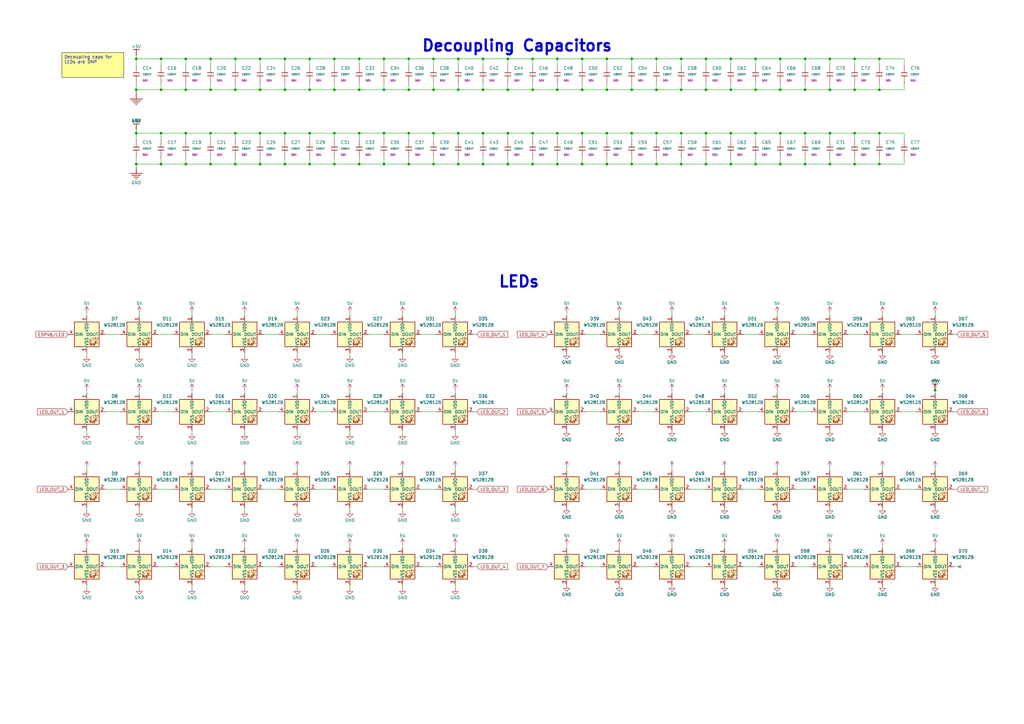
<source format=kicad_sch>
(kicad_sch (version 20250114) (generator "eeschema") (generator_version "9.0")
  (paper "A3")
  (text "LEDs" (at 204.216 118.364 0) (effects (font (size 4.572 4.572) (thickness 0.9144) (bold yes)) (justify left bottom)))
  (text "" (at 25.4 31.75 0) (effects (font (size 1.27 1.27)) (justify left bottom)))
  (text "Decoupling Capacitors" (at 172.72 21.59 0) (effects (font (size 4.572 4.572) (thickness 0.9144) (bold yes)) (justify left bottom)))
  (text "" (at 27.94 21.59 0) (effects (font (size 1.27 1.27)) (justify left bottom)))
  (text_box "Decoupling caps for LEDs are DNP" (at 25.4 21.59 0) (size 25.4 10.16) (margins 0.9525 0.9525 0.9525 0.9525) (stroke (width 0) (color 0 0 0 1)) (fill (type color) (color 255 255 150 1)) (effects (font (size 1.27 1.27)) (justify left top)))
  (junction (at 127 36.83))
  (junction (at 147.32 54.61))
  (junction (at 248.92 67.31))
  (junction (at 350.52 67.31))
  (junction (at 96.52 36.83))
  (junction (at 137.16 54.61))
  (junction (at 360.68 67.31))
  (junction (at 86.36 36.83))
  (junction (at 55.88 24.13))
  (junction (at 86.36 67.31))
  (junction (at 137.16 67.31))
  (junction (at 106.68 24.13))
  (junction (at 360.68 54.61))
  (junction (at 299.72 54.61))
  (junction (at 340.36 24.13))
  (junction (at 198.12 54.61))
  (junction (at 106.68 54.61))
  (junction (at 248.92 36.83))
  (junction (at 55.88 67.31))
  (junction (at 116.84 36.83))
  (junction (at 269.24 36.83))
  (junction (at 116.84 67.31))
  (junction (at 208.28 67.31))
  (junction (at 238.76 67.31))
  (junction (at 248.92 54.61))
  (junction (at 259.08 67.31))
  (junction (at 289.56 36.83))
  (junction (at 167.64 67.31))
  (junction (at 177.8 67.31))
  (junction (at 238.76 24.13))
  (junction (at 167.64 24.13))
  (junction (at 279.4 54.61))
  (junction (at 218.44 54.61))
  (junction (at 167.64 54.61))
  (junction (at 208.28 54.61))
  (junction (at 360.68 24.13))
  (junction (at 208.28 24.13))
  (junction (at 350.52 24.13))
  (junction (at 137.16 24.13))
  (junction (at 350.52 36.83))
  (junction (at 238.76 54.61))
  (junction (at 187.96 36.83))
  (junction (at 289.56 24.13))
  (junction (at 96.52 24.13))
  (junction (at 299.72 24.13))
  (junction (at 76.2 36.83))
  (junction (at 218.44 67.31))
  (junction (at 177.8 54.61))
  (junction (at 147.32 36.83))
  (junction (at 66.04 67.31))
  (junction (at 340.36 36.83))
  (junction (at 299.72 67.31))
  (junction (at 76.2 54.61))
  (junction (at 157.48 54.61))
  (junction (at 330.2 67.31))
  (junction (at 330.2 24.13))
  (junction (at 218.44 36.83))
  (junction (at 76.2 67.31))
  (junction (at 238.76 36.83))
  (junction (at 96.52 67.31))
  (junction (at 106.68 36.83))
  (junction (at 187.96 54.61))
  (junction (at 309.88 36.83))
  (junction (at 289.56 67.31))
  (junction (at 167.64 36.83))
  (junction (at 55.88 36.83))
  (junction (at 96.52 54.61))
  (junction (at 198.12 67.31))
  (junction (at 127 24.13))
  (junction (at 340.36 54.61))
  (junction (at 177.8 36.83))
  (junction (at 127 67.31))
  (junction (at 228.6 36.83))
  (junction (at 106.68 67.31))
  (junction (at 198.12 36.83))
  (junction (at 147.32 67.31))
  (junction (at 259.08 54.61))
  (junction (at 309.88 24.13))
  (junction (at 299.72 36.83))
  (junction (at 320.04 54.61))
  (junction (at 127 54.61))
  (junction (at 147.32 24.13))
  (junction (at 340.36 67.31))
  (junction (at 279.4 36.83))
  (junction (at 350.52 54.61))
  (junction (at 66.04 24.13))
  (junction (at 279.4 24.13))
  (junction (at 218.44 24.13))
  (junction (at 157.48 67.31))
  (junction (at 228.6 54.61))
  (junction (at 279.4 67.31))
  (junction (at 309.88 54.61))
  (junction (at 248.92 24.13))
  (junction (at 137.16 36.83))
  (junction (at 66.04 36.83))
  (junction (at 116.84 54.61))
  (junction (at 187.96 24.13))
  (junction (at 259.08 36.83))
  (junction (at 309.88 67.31))
  (junction (at 320.04 24.13))
  (junction (at 116.84 24.13))
  (junction (at 269.24 67.31))
  (junction (at 208.28 36.83))
  (junction (at 269.24 24.13))
  (junction (at 289.56 54.61))
  (junction (at 86.36 54.61))
  (junction (at 187.96 67.31))
  (junction (at 330.2 54.61))
  (junction (at 157.48 24.13))
  (junction (at 330.2 36.83))
  (junction (at 228.6 67.31))
  (junction (at 360.68 36.83))
  (junction (at 198.12 24.13))
  (junction (at 259.08 24.13))
  (junction (at 320.04 67.31))
  (junction (at 157.48 36.83))
  (junction (at 55.88 54.61))
  (junction (at 86.36 24.13))
  (junction (at 269.24 54.61))
  (junction (at 228.6 24.13))
  (junction (at 320.04 36.83))
  (junction (at 76.2 24.13))
  (junction (at 177.8 24.13))
  (junction (at 383.54 160.02))
  (junction (at 66.04 54.61))
  (no_connect (at 393.7 232.41))
  (wire (pts (xy 369.57 200.66) (xy 375.92 200.66)))
  (wire (pts (xy 127 54.61) (xy 137.16 54.61)))
  (wire (pts (xy 177.8 24.13) (xy 177.8 26.67)))
  (wire (pts (xy 165.1 191.77) (xy 165.1 193.04)))
  (wire (pts (xy 55.88 68.58) (xy 55.88 67.31)))
  (wire (pts (xy 360.68 24.13) (xy 360.68 26.67)))
  (wire (pts (xy 187.96 67.31) (xy 177.8 67.31)))
  (wire (pts (xy 116.84 67.31) (xy 106.68 67.31)))
  (wire (pts (xy 121.92 240.03) (xy 121.92 241.3)))
  (wire (pts (xy 320.04 54.61) (xy 320.04 57.15)))
  (wire (pts (xy 232.41 223.52) (xy 232.41 224.79)))
  (wire (pts (xy 340.36 54.61) (xy 340.36 57.15)))
  (wire (pts (xy 100.33 191.77) (xy 100.33 193.04)))
  (wire (pts (xy 177.8 67.31) (xy 167.64 67.31)))
  (wire (pts (xy 107.95 200.66) (xy 114.3 200.66)))
  (wire (pts (xy 129.54 200.66) (xy 135.89 200.66)))
  (wire (pts (xy 340.36 67.31) (xy 330.2 67.31)))
  (wire (pts (xy 55.88 36.83) (xy 55.88 34.29)))
  (wire (pts (xy 167.64 24.13) (xy 177.8 24.13)))
  (wire (pts (xy 326.39 232.41) (xy 332.74 232.41)))
  (wire (pts (xy 35.56 191.77) (xy 35.56 193.04)))
  (wire (pts (xy 143.51 240.03) (xy 143.51 241.3)))
  (wire (pts (xy 157.48 67.31) (xy 147.32 67.31)))
  (wire (pts (xy 360.68 67.31) (xy 360.68 64.77)))
  (wire (pts (xy 232.41 128.27) (xy 232.41 129.54)))
  (wire (pts (xy 76.2 54.61) (xy 86.36 54.61)))
  (wire (pts (xy 157.48 54.61) (xy 157.48 57.15)))
  (wire (pts (xy 228.6 67.31) (xy 228.6 64.77)))
  (wire (pts (xy 78.74 144.78) (xy 78.74 146.05)))
  (wire (pts (xy 269.24 67.31) (xy 269.24 64.77)))
  (wire (pts (xy 86.36 200.66) (xy 92.71 200.66)))
  (wire (pts (xy 143.51 128.27) (xy 143.51 129.54)))
  (wire (pts (xy 254 191.77) (xy 254 193.04)))
  (wire (pts (xy 143.51 144.78) (xy 143.51 146.05)))
  (wire (pts (xy 86.36 24.13) (xy 96.52 24.13)))
  (wire (pts (xy 106.68 67.31) (xy 96.52 67.31)))
  (wire (pts (xy 157.48 67.31) (xy 157.48 64.77)))
  (wire (pts (xy 248.92 67.31) (xy 238.76 67.31)))
  (wire (pts (xy 238.76 24.13) (xy 238.76 26.67)))
  (wire (pts (xy 100.33 128.27) (xy 100.33 129.54)))
  (wire (pts (xy 106.68 24.13) (xy 106.68 26.67)))
  (wire (pts (xy 165.1 128.27) (xy 165.1 129.54)))
  (wire (pts (xy 218.44 24.13) (xy 218.44 26.67)))
  (wire (pts (xy 297.18 223.52) (xy 297.18 224.79)))
  (wire (pts (xy 86.36 36.83) (xy 86.36 34.29)))
  (wire (pts (xy 137.16 36.83) (xy 127 36.83)))
  (wire (pts (xy 167.64 54.61) (xy 167.64 57.15)))
  (wire (pts (xy 167.64 24.13) (xy 167.64 26.67)))
  (wire (pts (xy 55.88 22.86) (xy 55.88 24.13)))
  (wire (pts (xy 147.32 36.83) (xy 147.32 34.29)))
  (wire (pts (xy 35.56 144.78) (xy 35.56 146.05)))
  (wire (pts (xy 186.69 160.02) (xy 186.69 161.29)))
  (wire (pts (xy 279.4 36.83) (xy 279.4 34.29)))
  (wire (pts (xy 275.59 128.27) (xy 275.59 129.54)))
  (wire (pts (xy 187.96 36.83) (xy 177.8 36.83)))
  (wire (pts (xy 116.84 36.83) (xy 127 36.83)))
  (wire (pts (xy 187.96 24.13) (xy 187.96 26.67)))
  (wire (pts (xy 194.31 200.66) (xy 195.58 200.66)))
  (wire (pts (xy 289.56 24.13) (xy 289.56 26.67)))
  (wire (pts (xy 269.24 24.13) (xy 269.24 26.67)))
  (wire (pts (xy 35.56 176.53) (xy 35.56 177.8)))
  (wire (pts (xy 121.92 191.77) (xy 121.92 193.04)))
  (wire (pts (xy 187.96 24.13) (xy 198.12 24.13)))
  (wire (pts (xy 304.8 137.16) (xy 311.15 137.16)))
  (wire (pts (xy 55.88 53.34) (xy 55.88 54.61)))
  (wire (pts (xy 76.2 67.31) (xy 66.04 67.31)))
  (wire (pts (xy 347.98 137.16) (xy 354.33 137.16)))
  (wire (pts (xy 64.77 232.41) (xy 71.12 232.41)))
  (wire (pts (xy 279.4 67.31) (xy 269.24 67.31)))
  (wire (pts (xy 289.56 24.13) (xy 299.72 24.13)))
  (wire (pts (xy 289.56 67.31) (xy 289.56 64.77)))
  (wire (pts (xy 66.04 24.13) (xy 76.2 24.13)))
  (wire (pts (xy 157.48 36.83) (xy 147.32 36.83)))
  (wire (pts (xy 165.1 223.52) (xy 165.1 224.79)))
  (wire (pts (xy 275.59 160.02) (xy 275.59 161.29)))
  (wire (pts (xy 269.24 36.83) (xy 269.24 34.29)))
  (wire (pts (xy 350.52 24.13) (xy 350.52 26.67)))
  (wire (pts (xy 309.88 36.83) (xy 299.72 36.83)))
  (wire (pts (xy 186.69 208.28) (xy 186.69 209.55)))
  (wire (pts (xy 137.16 24.13) (xy 137.16 26.67)))
  (wire (pts (xy 275.59 191.77) (xy 275.59 193.04)))
  (wire (pts (xy 177.8 24.13) (xy 187.96 24.13)))
  (wire (pts (xy 261.62 200.66) (xy 267.97 200.66)))
  (wire (pts (xy 309.88 67.31) (xy 299.72 67.31)))
  (wire (pts (xy 177.8 36.83) (xy 167.64 36.83)))
  (wire (pts (xy 198.12 54.61) (xy 198.12 57.15)))
  (wire (pts (xy 165.1 240.03) (xy 165.1 241.3)))
  (wire (pts (xy 391.16 168.91) (xy 392.43 168.91)))
  (wire (pts (xy 100.33 160.02) (xy 100.33 161.29)))
  (wire (pts (xy 259.08 24.13) (xy 259.08 26.67)))
  (wire (pts (xy 121.92 176.53) (xy 121.92 177.8)))
  (wire (pts (xy 208.28 24.13) (xy 208.28 26.67)))
  (wire (pts (xy 55.88 54.61) (xy 55.88 57.15)))
  (wire (pts (xy 269.24 24.13) (xy 279.4 24.13)))
  (wire (pts (xy 320.04 67.31) (xy 309.88 67.31)))
  (wire (pts (xy 208.28 24.13) (xy 218.44 24.13)))
  (wire (pts (xy 326.39 200.66) (xy 332.74 200.66)))
  (wire (pts (xy 218.44 36.83) (xy 208.28 36.83)))
  (wire (pts (xy 107.95 137.16) (xy 114.3 137.16)))
  (wire (pts (xy 96.52 54.61) (xy 106.68 54.61)))
  (wire (pts (xy 259.08 54.61) (xy 269.24 54.61)))
  (wire (pts (xy 143.51 208.28) (xy 143.51 209.55)))
  (wire (pts (xy 340.36 160.02) (xy 340.36 161.29)))
  (wire (pts (xy 320.04 36.83) (xy 320.04 34.29)))
  (wire (pts (xy 320.04 36.83) (xy 309.88 36.83)))
  (wire (pts (xy 172.72 168.91) (xy 179.07 168.91)))
  (wire (pts (xy 254 223.52) (xy 254 224.79)))
  (wire (pts (xy 238.76 36.83) (xy 228.6 36.83)))
  (wire (pts (xy 361.95 191.77) (xy 361.95 193.04)))
  (wire (pts (xy 57.15 128.27) (xy 57.15 129.54)))
  (wire (pts (xy 259.08 67.31) (xy 259.08 64.77)))
  (wire (pts (xy 86.36 168.91) (xy 92.71 168.91)))
  (wire (pts (xy 238.76 54.61) (xy 238.76 57.15)))
  (wire (pts (xy 279.4 67.31) (xy 279.4 64.77)))
  (wire (pts (xy 186.69 191.77) (xy 186.69 193.04)))
  (wire (pts (xy 186.69 144.78) (xy 186.69 146.05)))
  (wire (pts (xy 299.72 54.61) (xy 309.88 54.61)))
  (wire (pts (xy 116.84 54.61) (xy 127 54.61)))
  (wire (pts (xy 340.36 36.83) (xy 330.2 36.83)))
  (wire (pts (xy 340.36 24.13) (xy 350.52 24.13)))
  (wire (pts (xy 299.72 24.13) (xy 309.88 24.13)))
  (wire (pts (xy 78.74 176.53) (xy 78.74 177.8)))
  (wire (pts (xy 198.12 54.61) (xy 208.28 54.61)))
  (wire (pts (xy 147.32 24.13) (xy 147.32 26.67)))
  (wire (pts (xy 55.88 54.61) (xy 66.04 54.61)))
  (wire (pts (xy 248.92 67.31) (xy 248.92 64.77)))
  (wire (pts (xy 64.77 137.16) (xy 71.12 137.16)))
  (wire (pts (xy 370.84 24.13) (xy 370.84 26.67)))
  (wire (pts (xy 127 24.13) (xy 127 26.67)))
  (wire (pts (xy 147.32 67.31) (xy 147.32 64.77)))
  (wire (pts (xy 350.52 67.31) (xy 350.52 64.77)))
  (wire (pts (xy 55.88 36.83) (xy 66.04 36.83)))
  (wire (pts (xy 340.36 191.77) (xy 340.36 193.04)))
  (wire (pts (xy 187.96 67.31) (xy 187.96 64.77)))
  (wire (pts (xy 360.68 24.13) (xy 370.84 24.13)))
  (wire (pts (xy 383.54 160.02) (xy 383.54 161.29)))
  (wire (pts (xy 218.44 67.31) (xy 208.28 67.31)))
  (wire (pts (xy 116.84 36.83) (xy 116.84 34.29)))
  (wire (pts (xy 143.51 223.52) (xy 143.51 224.79)))
  (wire (pts (xy 340.36 223.52) (xy 340.36 224.79)))
  (wire (pts (xy 143.51 176.53) (xy 143.51 177.8)))
  (wire (pts (xy 269.24 36.83) (xy 259.08 36.83)))
  (wire (pts (xy 309.88 54.61) (xy 309.88 57.15)))
  (wire (pts (xy 208.28 67.31) (xy 198.12 67.31)))
  (wire (pts (xy 35.56 223.52) (xy 35.56 224.79)))
  (wire (pts (xy 100.33 176.53) (xy 100.33 177.8)))
  (wire (pts (xy 137.16 24.13) (xy 147.32 24.13)))
  (wire (pts (xy 289.56 54.61) (xy 289.56 57.15)))
  (wire (pts (xy 228.6 24.13) (xy 238.76 24.13)))
  (wire (pts (xy 248.92 24.13) (xy 248.92 26.67)))
  (wire (pts (xy 86.36 232.41) (xy 92.71 232.41)))
  (wire (pts (xy 283.21 168.91) (xy 289.56 168.91)))
  (wire (pts (xy 218.44 36.83) (xy 218.44 34.29)))
  (wire (pts (xy 299.72 67.31) (xy 299.72 64.77)))
  (wire (pts (xy 106.68 54.61) (xy 116.84 54.61)))
  (wire (pts (xy 360.68 54.61) (xy 370.84 54.61)))
  (wire (pts (xy 309.88 24.13) (xy 320.04 24.13)))
  (wire (pts (xy 165.1 160.02) (xy 165.1 161.29)))
  (wire (pts (xy 35.56 160.02) (xy 35.56 161.29)))
  (wire (pts (xy 218.44 67.31) (xy 218.44 64.77)))
  (wire (pts (xy 318.77 191.77) (xy 318.77 193.04)))
  (wire (pts (xy 96.52 67.31) (xy 86.36 67.31)))
  (wire (pts (xy 369.57 137.16) (xy 375.92 137.16)))
  (wire (pts (xy 187.96 54.61) (xy 187.96 57.15)))
  (wire (pts (xy 96.52 67.31) (xy 96.52 64.77)))
  (wire (pts (xy 57.15 160.02) (xy 57.15 161.29)))
  (wire (pts (xy 57.15 176.53) (xy 57.15 177.8)))
  (wire (pts (xy 350.52 54.61) (xy 360.68 54.61)))
  (wire (pts (xy 254 128.27) (xy 254 129.54)))
  (wire (pts (xy 318.77 160.02) (xy 318.77 161.29)))
  (wire (pts (xy 194.31 232.41) (xy 195.58 232.41)))
  (wire (pts (xy 347.98 168.91) (xy 354.33 168.91)))
  (wire (pts (xy 165.1 144.78) (xy 165.1 146.05)))
  (wire (pts (xy 309.88 67.31) (xy 309.88 64.77)))
  (wire (pts (xy 106.68 36.83) (xy 106.68 34.29)))
  (wire (pts (xy 96.52 36.83) (xy 96.52 34.29)))
  (wire (pts (xy 279.4 24.13) (xy 289.56 24.13)))
  (wire (pts (xy 326.39 168.91) (xy 332.74 168.91)))
  (wire (pts (xy 177.8 54.61) (xy 177.8 57.15)))
  (wire (pts (xy 340.36 67.31) (xy 340.36 64.77)))
  (wire (pts (xy 157.48 24.13) (xy 167.64 24.13)))
  (wire (pts (xy 129.54 168.91) (xy 135.89 168.91)))
  (wire (pts (xy 361.95 128.27) (xy 361.95 129.54)))
  (wire (pts (xy 151.13 137.16) (xy 157.48 137.16)))
  (wire (pts (xy 309.88 36.83) (xy 309.88 34.29)))
  (wire (pts (xy 279.4 54.61) (xy 289.56 54.61)))
  (wire (pts (xy 360.68 36.83) (xy 350.52 36.83)))
  (wire (pts (xy 391.16 200.66) (xy 392.43 200.66)))
  (wire (pts (xy 147.32 54.61) (xy 157.48 54.61)))
  (wire (pts (xy 194.31 137.16) (xy 195.58 137.16)))
  (wire (pts (xy 157.48 54.61) (xy 167.64 54.61)))
  (wire (pts (xy 151.13 200.66) (xy 157.48 200.66)))
  (wire (pts (xy 78.74 223.52) (xy 78.74 224.79)))
  (wire (pts (xy 121.92 144.78) (xy 121.92 146.05)))
  (wire (pts (xy 304.8 232.41) (xy 311.15 232.41)))
  (wire (pts (xy 370.84 34.29) (xy 370.84 36.83)))
  (wire (pts (xy 198.12 24.13) (xy 208.28 24.13)))
  (wire (pts (xy 55.88 38.1) (xy 55.88 36.83)))
  (wire (pts (xy 172.72 200.66) (xy 179.07 200.66)))
  (wire (pts (xy 57.15 208.28) (xy 57.15 209.55)))
  (wire (pts (xy 121.92 208.28) (xy 121.92 209.55)))
  (wire (pts (xy 198.12 36.83) (xy 187.96 36.83)))
  (wire (pts (xy 330.2 24.13) (xy 340.36 24.13)))
  (wire (pts (xy 57.15 223.52) (xy 57.15 224.79)))
  (wire (pts (xy 383.54 223.52) (xy 383.54 224.79)))
  (wire (pts (xy 370.84 54.61) (xy 370.84 57.15)))
  (wire (pts (xy 198.12 67.31) (xy 198.12 64.77)))
  (wire (pts (xy 186.69 240.03) (xy 186.69 241.3)))
  (wire (pts (xy 64.77 168.91) (xy 71.12 168.91)))
  (wire (pts (xy 261.62 232.41) (xy 267.97 232.41)))
  (wire (pts (xy 383.54 191.77) (xy 383.54 193.04)))
  (wire (pts (xy 279.4 24.13) (xy 279.4 26.67)))
  (wire (pts (xy 320.04 24.13) (xy 320.04 26.67)))
  (wire (pts (xy 78.74 208.28) (xy 78.74 209.55)))
  (wire (pts (xy 299.72 67.31) (xy 289.56 67.31)))
  (wire (pts (xy 121.92 223.52) (xy 121.92 224.79)))
  (wire (pts (xy 66.04 54.61) (xy 66.04 57.15)))
  (wire (pts (xy 228.6 24.13) (xy 228.6 26.67)))
  (wire (pts (xy 76.2 67.31) (xy 76.2 64.77)))
  (wire (pts (xy 151.13 232.41) (xy 157.48 232.41)))
  (wire (pts (xy 218.44 54.61) (xy 218.44 57.15)))
  (wire (pts (xy 116.84 67.31) (xy 116.84 64.77)))
  (wire (pts (xy 116.84 24.13) (xy 127 24.13)))
  (wire (pts (xy 127 54.61) (xy 127 57.15)))
  (wire (pts (xy 35.56 128.27) (xy 35.56 129.54)))
  (wire (pts (xy 147.32 24.13) (xy 157.48 24.13)))
  (wire (pts (xy 289.56 36.83) (xy 289.56 34.29)))
  (wire (pts (xy 147.32 54.61) (xy 147.32 57.15)))
  (wire (pts (xy 198.12 67.31) (xy 187.96 67.31)))
  (wire (pts (xy 167.64 36.83) (xy 167.64 34.29)))
  (wire (pts (xy 299.72 24.13) (xy 299.72 26.67)))
  (wire (pts (xy 157.48 36.83) (xy 157.48 34.29)))
  (wire (pts (xy 269.24 67.31) (xy 259.08 67.31)))
  (wire (pts (xy 289.56 54.61) (xy 299.72 54.61)))
  (wire (pts (xy 76.2 36.83) (xy 86.36 36.83)))
  (wire (pts (xy 76.2 24.13) (xy 76.2 26.67)))
  (wire (pts (xy 86.36 24.13) (xy 86.36 26.67)))
  (wire (pts (xy 129.54 232.41) (xy 135.89 232.41)))
  (wire (pts (xy 326.39 137.16) (xy 332.74 137.16)))
  (wire (pts (xy 330.2 67.31) (xy 330.2 64.77)))
  (wire (pts (xy 96.52 36.83) (xy 106.68 36.83)))
  (wire (pts (xy 187.96 36.83) (xy 187.96 34.29)))
  (wire (pts (xy 167.64 67.31) (xy 157.48 67.31)))
  (wire (pts (xy 208.28 67.31) (xy 208.28 64.77)))
  (wire (pts (xy 228.6 36.83) (xy 228.6 34.29)))
  (wire (pts (xy 320.04 67.31) (xy 320.04 64.77)))
  (wire (pts (xy 254 160.02) (xy 254 161.29)))
  (wire (pts (xy 165.1 176.53) (xy 165.1 177.8)))
  (wire (pts (xy 330.2 54.61) (xy 340.36 54.61)))
  (wire (pts (xy 116.84 54.61) (xy 116.84 57.15)))
  (wire (pts (xy 127 36.83) (xy 127 34.29)))
  (wire (pts (xy 289.56 36.83) (xy 279.4 36.83)))
  (wire (pts (xy 187.96 54.61) (xy 198.12 54.61)))
  (wire (pts (xy 283.21 232.41) (xy 289.56 232.41)))
  (wire (pts (xy 106.68 24.13) (xy 116.84 24.13)))
  (wire (pts (xy 198.12 24.13) (xy 198.12 26.67)))
  (wire (pts (xy 66.04 36.83) (xy 66.04 34.29)))
  (wire (pts (xy 347.98 232.41) (xy 354.33 232.41)))
  (wire (pts (xy 55.88 24.13) (xy 55.88 26.67)))
  (wire (pts (xy 137.16 67.31) (xy 137.16 64.77)))
  (wire (pts (xy 259.08 24.13) (xy 269.24 24.13)))
  (wire (pts (xy 299.72 36.83) (xy 299.72 34.29)))
  (wire (pts (xy 35.56 208.28) (xy 35.56 209.55)))
  (wire (pts (xy 369.57 168.91) (xy 375.92 168.91)))
  (wire (pts (xy 240.03 137.16) (xy 246.38 137.16)))
  (wire (pts (xy 228.6 36.83) (xy 218.44 36.83)))
  (wire (pts (xy 275.59 223.52) (xy 275.59 224.79)))
  (wire (pts (xy 106.68 54.61) (xy 106.68 57.15)))
  (wire (pts (xy 361.95 223.52) (xy 361.95 224.79)))
  (wire (pts (xy 240.03 200.66) (xy 246.38 200.66)))
  (wire (pts (xy 369.57 232.41) (xy 375.92 232.41)))
  (wire (pts (xy 57.15 144.78) (xy 57.15 146.05)))
  (wire (pts (xy 78.74 240.03) (xy 78.74 241.3)))
  (wire (pts (xy 259.08 36.83) (xy 259.08 34.29)))
  (wire (pts (xy 86.36 137.16) (xy 92.71 137.16)))
  (wire (pts (xy 172.72 232.41) (xy 179.07 232.41)))
  (wire (pts (xy 297.18 128.27) (xy 297.18 129.54)))
  (wire (pts (xy 304.8 200.66) (xy 311.15 200.66)))
  (wire (pts (xy 167.64 36.83) (xy 157.48 36.83)))
  (wire (pts (xy 57.15 191.77) (xy 57.15 193.04)))
  (wire (pts (xy 240.03 232.41) (xy 246.38 232.41)))
  (wire (pts (xy 66.04 67.31) (xy 66.04 64.77)))
  (wire (pts (xy 248.92 54.61) (xy 248.92 57.15)))
  (wire (pts (xy 177.8 36.83) (xy 177.8 34.29)))
  (wire (pts (xy 165.1 208.28) (xy 165.1 209.55)))
  (wire (pts (xy 269.24 54.61) (xy 269.24 57.15)))
  (wire (pts (xy 320.04 24.13) (xy 330.2 24.13)))
  (wire (pts (xy 96.52 24.13) (xy 106.68 24.13)))
  (wire (pts (xy 259.08 67.31) (xy 248.92 67.31)))
  (wire (pts (xy 208.28 36.83) (xy 198.12 36.83)))
  (wire (pts (xy 289.56 67.31) (xy 279.4 67.31)))
  (wire (pts (xy 330.2 67.31) (xy 320.04 67.31)))
  (wire (pts (xy 137.16 67.31) (xy 127 67.31)))
  (wire (pts (xy 330.2 24.13) (xy 330.2 26.67)))
  (wire (pts (xy 283.21 137.16) (xy 289.56 137.16)))
  (wire (pts (xy 297.18 191.77) (xy 297.18 193.04)))
  (wire (pts (xy 64.77 200.66) (xy 71.12 200.66)))
  (wire (pts (xy 186.69 223.52) (xy 186.69 224.79)))
  (wire (pts (xy 43.18 137.16) (xy 49.53 137.16)))
  (wire (pts (xy 391.16 232.41) (xy 393.7 232.41)))
  (wire (pts (xy 350.52 54.61) (xy 350.52 57.15)))
  (wire (pts (xy 208.28 54.61) (xy 208.28 57.15)))
  (wire (pts (xy 248.92 36.83) (xy 238.76 36.83)))
  (wire (pts (xy 238.76 54.61) (xy 248.92 54.61)))
  (wire (pts (xy 100.33 208.28) (xy 100.33 209.55)))
  (wire (pts (xy 309.88 54.61) (xy 320.04 54.61)))
  (wire (pts (xy 43.18 232.41) (xy 49.53 232.41)))
  (wire (pts (xy 137.16 54.61) (xy 147.32 54.61)))
  (wire (pts (xy 186.69 128.27) (xy 186.69 129.54)))
  (wire (pts (xy 147.32 67.31) (xy 137.16 67.31)))
  (wire (pts (xy 96.52 54.61) (xy 96.52 57.15)))
  (wire (pts (xy 55.88 24.13) (xy 66.04 24.13)))
  (wire (pts (xy 151.13 168.91) (xy 157.48 168.91)))
  (wire (pts (xy 66.04 54.61) (xy 76.2 54.61)))
  (wire (pts (xy 107.95 232.41) (xy 114.3 232.41)))
  (wire (pts (xy 360.68 54.61) (xy 360.68 57.15)))
  (wire (pts (xy 78.74 128.27) (xy 78.74 129.54)))
  (wire (pts (xy 186.69 176.53) (xy 186.69 177.8)))
  (wire (pts (xy 55.88 67.31) (xy 55.88 64.77)))
  (wire (pts (xy 127 67.31) (xy 127 64.77)))
  (wire (pts (xy 76.2 36.83) (xy 76.2 34.29)))
  (wire (pts (xy 383.54 128.27) (xy 383.54 129.54)))
  (wire (pts (xy 43.18 168.91) (xy 49.53 168.91)))
  (wire (pts (xy 66.04 24.13) (xy 66.04 26.67)))
  (wire (pts (xy 261.62 168.91) (xy 267.97 168.91)))
  (wire (pts (xy 107.95 168.91) (xy 114.3 168.91)))
  (wire (pts (xy 167.64 54.61) (xy 177.8 54.61)))
  (wire (pts (xy 66.04 36.83) (xy 76.2 36.83)))
  (wire (pts (xy 129.54 137.16) (xy 135.89 137.16)))
  (wire (pts (xy 194.31 168.91) (xy 195.58 168.91)))
  (wire (pts (xy 318.77 223.52) (xy 318.77 224.79)))
  (wire (pts (xy 137.16 36.83) (xy 137.16 34.29)))
  (wire (pts (xy 106.68 36.83) (xy 116.84 36.83)))
  (wire (pts (xy 86.36 54.61) (xy 96.52 54.61)))
  (wire (pts (xy 106.68 67.31) (xy 106.68 64.77)))
  (wire (pts (xy 208.28 36.83) (xy 208.28 34.29)))
  (wire (pts (xy 157.48 24.13) (xy 157.48 26.67)))
  (wire (pts (xy 177.8 67.31) (xy 177.8 64.77)))
  (wire (pts (xy 330.2 36.83) (xy 330.2 34.29)))
  (wire (pts (xy 66.04 67.31) (xy 55.88 67.31)))
  (wire (pts (xy 198.12 36.83) (xy 198.12 34.29)))
  (wire (pts (xy 320.04 54.61) (xy 330.2 54.61)))
  (wire (pts (xy 96.52 24.13) (xy 96.52 26.67)))
  (wire (pts (xy 228.6 67.31) (xy 218.44 67.31)))
  (wire (pts (xy 391.16 137.16) (xy 392.43 137.16)))
  (wire (pts (xy 86.36 67.31) (xy 86.36 64.77)))
  (wire (pts (xy 350.52 36.83) (xy 350.52 34.29)))
  (wire (pts (xy 259.08 36.83) (xy 248.92 36.83)))
  (wire (pts (xy 137.16 54.61) (xy 137.16 57.15)))
  (wire (pts (xy 340.36 54.61) (xy 350.52 54.61)))
  (wire (pts (xy 43.18 200.66) (xy 49.53 200.66)))
  (wire (pts (xy 116.84 24.13) (xy 116.84 26.67)))
  (wire (pts (xy 228.6 54.61) (xy 228.6 57.15)))
  (wire (pts (xy 127 67.31) (xy 116.84 67.31)))
  (wire (pts (xy 35.56 240.03) (xy 35.56 241.3)))
  (wire (pts (xy 248.92 24.13) (xy 259.08 24.13)))
  (wire (pts (xy 86.36 67.31) (xy 76.2 67.31)))
  (wire (pts (xy 269.24 54.61) (xy 279.4 54.61)))
  (wire (pts (xy 361.95 160.02) (xy 361.95 161.29)))
  (wire (pts (xy 76.2 54.61) (xy 76.2 57.15)))
  (wire (pts (xy 279.4 54.61) (xy 279.4 57.15)))
  (wire (pts (xy 76.2 24.13) (xy 86.36 24.13)))
  (wire (pts (xy 370.84 64.77) (xy 370.84 67.31)))
  (wire (pts (xy 78.74 191.77) (xy 78.74 193.04)))
  (wire (pts (xy 127 24.13) (xy 137.16 24.13)))
  (wire (pts (xy 309.88 24.13) (xy 309.88 26.67)))
  (wire (pts (xy 121.92 160.02) (xy 121.92 161.29)))
  (wire (pts (xy 86.36 54.61) (xy 86.36 57.15)))
  (wire (pts (xy 238.76 36.83) (xy 238.76 34.29)))
  (wire (pts (xy 121.92 128.27) (xy 121.92 129.54)))
  (wire (pts (xy 370.84 67.31) (xy 360.68 67.31)))
  (wire (pts (xy 330.2 54.61) (xy 330.2 57.15)))
  (wire (pts (xy 208.28 54.61) (xy 218.44 54.61)))
  (wire (pts (xy 78.74 160.02) (xy 78.74 161.29)))
  (wire (pts (xy 340.36 24.13) (xy 340.36 26.67)))
  (wire (pts (xy 318.77 128.27) (xy 318.77 129.54)))
  (wire (pts (xy 143.51 191.77) (xy 143.51 193.04)))
  (wire (pts (xy 232.41 191.77) (xy 232.41 193.04)))
  (wire (pts (xy 240.03 168.91) (xy 246.38 168.91)))
  (wire (pts (xy 147.32 36.83) (xy 137.16 36.83)))
  (wire (pts (xy 228.6 54.61) (xy 238.76 54.61)))
  (wire (pts (xy 330.2 36.83) (xy 320.04 36.83)))
  (wire (pts (xy 304.8 168.91) (xy 311.15 168.91)))
  (wire (pts (xy 370.84 36.83) (xy 360.68 36.83)))
  (wire (pts (xy 100.33 240.03) (xy 100.33 241.3)))
  (wire (pts (xy 238.76 24.13) (xy 248.92 24.13)))
  (wire (pts (xy 238.76 67.31) (xy 238.76 64.77)))
  (wire (pts (xy 350.52 67.31) (xy 340.36 67.31)))
  (wire (pts (xy 86.36 36.83) (xy 96.52 36.83)))
  (wire (pts (xy 350.52 36.83) (xy 340.36 36.83)))
  (wire (pts (xy 167.64 67.31) (xy 167.64 64.77)))
  (wire (pts (xy 218.44 24.13) (xy 228.6 24.13)))
  (wire (pts (xy 248.92 54.61) (xy 259.08 54.61)))
  (wire (pts (xy 143.51 160.02) (xy 143.51 161.29)))
  (wire (pts (xy 172.72 137.16) (xy 179.07 137.16)))
  (wire (pts (xy 350.52 24.13) (xy 360.68 24.13)))
  (wire (pts (xy 360.68 67.31) (xy 350.52 67.31)))
  (wire (pts (xy 238.76 67.31) (xy 228.6 67.31)))
  (wire (pts (xy 177.8 54.61) (xy 187.96 54.61)))
  (wire (pts (xy 340.36 36.83) (xy 340.36 34.29)))
  (wire (pts (xy 283.21 200.66) (xy 289.56 200.66)))
  (wire (pts (xy 360.68 36.83) (xy 360.68 34.29)))
  (wire (pts (xy 100.33 144.78) (xy 100.33 146.05)))
  (wire (pts (xy 297.18 160.02) (xy 297.18 161.29)))
  (wire (pts (xy 248.92 36.83) (xy 248.92 34.29)))
  (wire (pts (xy 279.4 36.83) (xy 269.24 36.83)))
  (wire (pts (xy 347.98 200.66) (xy 354.33 200.66)))
  (wire (pts (xy 218.44 54.61) (xy 228.6 54.61)))
  (wire (pts (xy 100.33 223.52) (xy 100.33 224.79)))
  (wire (pts (xy 57.15 240.03) (xy 57.15 241.3)))
  (wire (pts (xy 299.72 36.83) (xy 289.56 36.83)))
  (wire (pts (xy 259.08 54.61) (xy 259.08 57.15)))
  (wire (pts (xy 340.36 128.27) (xy 340.36 129.54)))
  (wire (pts (xy 232.41 160.02) (xy 232.41 161.29)))
  (wire (pts (xy 299.72 54.61) (xy 299.72 57.15)))
  (wire (pts (xy 261.62 137.16) (xy 267.97 137.16)))
  (global_label "LED_OUT_3" (shape input) (at 27.94 232.41 180) (property "Intersheetrefs" "${INTERSHEET_REFS}" (effects (hide yes))))
  (global_label "LED_OUT_1" (shape input) (at 195.58 137.16 0) (property "Intersheetrefs" "${INTERSHEET_REFS}" (effects (hide yes))))
  (global_label "LED_OUT_6" (shape input) (at 224.79 200.66 180) (property "Intersheetrefs" "${INTERSHEET_REFS}" (effects (hide yes))))
  (global_label "LED_OUT_1" (shape input) (at 27.94 168.91 180) (property "Intersheetrefs" "${INTERSHEET_REFS}" (effects (hide yes))))
  (global_label "LED_OUT_5" (shape input) (at 392.43 137.16 0) (property "Intersheetrefs" "${INTERSHEET_REFS}" (effects (hide yes))))
  (global_label "LED_OUT_4" (shape input) (at 224.79 137.16 180) (property "Intersheetrefs" "${INTERSHEET_REFS}" (effects (hide yes))))
  (global_label "LED_OUT_2" (shape input) (at 27.94 200.66 180) (property "Intersheetrefs" "${INTERSHEET_REFS}" (effects (hide yes))))
  (global_label "LED_OUT_5" (shape input) (at 224.79 168.91 180) (property "Intersheetrefs" "${INTERSHEET_REFS}" (effects (hide yes))))
  (global_label "LED_OUT_7" (shape input) (at 224.79 232.41 180) (property "Intersheetrefs" "${INTERSHEET_REFS}" (effects (hide yes))))
  (global_label "ESP46{slash}LED" (shape input) (at 27.94 137.16 180) (property "Intersheetrefs" "${INTERSHEET_REFS}" (effects (hide yes))))
  (global_label "LED_OUT_6" (shape input) (at 392.43 168.91 0) (property "Intersheetrefs" "${INTERSHEET_REFS}" (effects (hide yes))))
  (global_label "LED_OUT_7" (shape input) (at 392.43 200.66 0) (property "Intersheetrefs" "${INTERSHEET_REFS}" (effects (hide yes))))
  (global_label "LED_OUT_3" (shape input) (at 195.58 200.66 0) (property "Intersheetrefs" "${INTERSHEET_REFS}" (effects (hide yes))))
  (global_label "LED_OUT_2" (shape input) (at 195.58 168.91 0) (property "Intersheetrefs" "${INTERSHEET_REFS}" (effects (hide yes))))
  (global_label "LED_OUT_4" (shape input) (at 195.58 232.41 0) (property "Intersheetrefs" "${INTERSHEET_REFS}" (effects (hide yes))))
  (symbol (lib_id "SparkFun-PowerSymbol:GND") (at 186.69 241.3 0) (unit 1)
    (property "Reference" "#PWR0131" (effects (hide yes)))
    (property "Value" "GND" (at 186.69 245.11 0))
    (property "Description" "Power symbol creates a global label with name \"GND\" , ground" (effects (hide yes)))
  )
  (symbol (lib_id "SparkFun-PowerSymbol:5V") (at 100.33 223.52 0) (unit 1)
    (property "Reference" "#PWR098" (effects (hide yes)))
    (property "Value" "5V" (at 100.33 219.71 0))
    (property "Description" "Power symbol creates a global label with name \"5V\"" (effects (hide yes)))
  )
  (symbol (lib_id "SparkFun-PowerSymbol:5V") (at 186.69 191.77 0) (unit 1)
    (property "Reference" "#PWR0128" (effects (hide yes)))
    (property "Value" "5V" (effects (hide yes)))
    (property "Description" "Power symbol creates a global label with name \"5V\"" (effects (hide yes)))
  )
  (symbol (lib_id "SparkFun-PowerSymbol:5V") (at 254 223.52 0) (unit 1)
    (property "Reference" "#PWR0146" (effects (hide yes)))
    (property "Value" "5V" (at 254 219.71 0))
    (property "Description" "Power symbol creates a global label with name \"5V\"" (effects (hide yes)))
  )
  (symbol (lib_id "LED:WS2812B") (at 186.69 232.41 0) (unit 1)
    (property "Reference" "D38" (at 198.12 225.9898 0))
    (property "Value" "WS2812B" (at 198.12 228.5298 0))
    (property "Footprint" "LED_SMD:LED_WS2812B_PLCC4_5.0x5.0mm_P3.2mm" (effects (hide yes)))
    (property "Datasheet" "https://cdn-shop.adafruit.com/datasheets/WS2812B.pdf" (effects (hide yes)))
    (property "Description" "RGB LED with integrated controller" (effects (hide yes)))
  )
  (symbol (lib_id "SparkFun-PowerSymbol:5V") (at 121.92 128.27 0) (unit 1)
    (property "Reference" "#PWR092" (effects (hide yes)))
    (property "Value" "5V" (at 121.92 124.46 0))
    (property "Description" "Power symbol creates a global label with name \"5V\"" (effects (hide yes)))
  )
  (symbol (lib_id "LED:WS2812B") (at 383.54 232.41 0) (unit 1)
    (property "Reference" "D70" (at 394.97 225.9898 0))
    (property "Value" "WS2812B" (at 394.97 228.5298 0))
    (property "Footprint" "LED_SMD:LED_WS2812B_PLCC4_5.0x5.0mm_P3.2mm" (effects (hide yes)))
    (property "Datasheet" "https://cdn-shop.adafruit.com/datasheets/WS2812B.pdf" (effects (hide yes)))
    (property "Description" "RGB LED with integrated controller" (effects (hide yes)))
  )
  (symbol (lib_id "PCM_JLCPCB-Capacitors:0402,100nF,(2)") (at 66.04 30.48 0) (unit 1)
    (property "Reference" "C16" (at 68.58 27.9399 0) (effects (justify left)))
    (property "Value" "100nF" (at 68.58 30.48 0) (effects (font (size 0.8 0.8)) (justify left)))
    (property "Footprint" "PCM_JLCPCB:C_0402" (effects (hide yes)))
    (property "Datasheet" "https://www.lcsc.com/datasheet/lcsc_datasheet_2304140030_Samsung-Electro-Mechanics-CL05B104KB54PNC_C307331.pdf" (effects (hide yes)))
    (property "Description" "50V 100nF X7R ±10% 0402 Multilayer Ceramic Capacitors MLCC - SMD/SMT ROHS" (effects (hide yes)))
    (property "LCSC" "C307331" (effects (hide yes)))
    (property "Stock" "8389599" (effects (hide yes)))
    (property "Price" "0.008USD" (effects (hide yes)))
    (property "Process" "SMT" (effects (hide yes)))
    (property "Minimum Qty" "20" (effects (hide yes)))
    (property "Attrition Qty" "10" (effects (hide yes)))
    (property "Class" "Basic Component" (effects (hide yes)))
    (property "Category" "Capacitors,Multilayer Ceramic Capacitors MLCC - SMD/SMT" (effects (hide yes)))
    (property "Manufacturer" "Samsung Electro-Mechanics" (effects (hide yes)))
    (property "Part" "CL05B104KB54PNC" (effects (hide yes)))
    (property "Voltage Rated" "50V" (at 68.58 33.02 0) (effects (font (size 0.8 0.8)) (justify left)))
    (property "Tolerance" "±10%" (effects (hide yes)))
    (property "Capacitance" "100nF" (effects (hide yes)))
    (property "Temperature Coefficient" "X7R" (effects (hide yes)))
  )
  (symbol (lib_id "PCM_JLCPCB-Capacitors:0402,100nF,(2)") (at 198.12 60.96 0) (unit 1)
    (property "Reference" "C43" (at 200.66 58.4199 0) (effects (justify left)))
    (property "Value" "100nF" (at 200.66 60.96 0) (effects (font (size 0.8 0.8)) (justify left)))
    (property "Footprint" "PCM_JLCPCB:C_0402" (effects (hide yes)))
    (property "Datasheet" "https://www.lcsc.com/datasheet/lcsc_datasheet_2304140030_Samsung-Electro-Mechanics-CL05B104KB54PNC_C307331.pdf" (effects (hide yes)))
    (property "Description" "50V 100nF X7R ±10% 0402 Multilayer Ceramic Capacitors MLCC - SMD/SMT ROHS" (effects (hide yes)))
    (property "LCSC" "C307331" (effects (hide yes)))
    (property "Stock" "8389599" (effects (hide yes)))
    (property "Price" "0.008USD" (effects (hide yes)))
    (property "Process" "SMT" (effects (hide yes)))
    (property "Minimum Qty" "20" (effects (hide yes)))
    (property "Attrition Qty" "10" (effects (hide yes)))
    (property "Class" "Basic Component" (effects (hide yes)))
    (property "Category" "Capacitors,Multilayer Ceramic Capacitors MLCC - SMD/SMT" (effects (hide yes)))
    (property "Manufacturer" "Samsung Electro-Mechanics" (effects (hide yes)))
    (property "Part" "CL05B104KB54PNC" (effects (hide yes)))
    (property "Voltage Rated" "50V" (at 200.66 63.5 0) (effects (font (size 0.8 0.8)) (justify left)))
    (property "Tolerance" "±10%" (effects (hide yes)))
    (property "Capacitance" "100nF" (effects (hide yes)))
    (property "Temperature Coefficient" "X7R" (effects (hide yes)))
  )
  (symbol (lib_id "LED:WS2812B") (at 232.41 232.41 0) (unit 1)
    (property "Reference" "D42" (at 243.84 225.9898 0))
    (property "Value" "WS2812B" (at 243.84 228.5298 0))
    (property "Footprint" "LED_SMD:LED_WS2812B_PLCC4_5.0x5.0mm_P3.2mm" (effects (hide yes)))
    (property "Datasheet" "https://cdn-shop.adafruit.com/datasheets/WS2812B.pdf" (effects (hide yes)))
    (property "Description" "RGB LED with integrated controller" (effects (hide yes)))
  )
  (symbol (lib_id "SparkFun-PowerSymbol:GND") (at 232.41 240.03 0) (unit 1)
    (property "Reference" "#PWR0139" (effects (hide yes)))
    (property "Value" "GND" (at 232.41 243.84 0))
    (property "Description" "Power symbol creates a global label with name \"GND\" , ground" (effects (hide yes)))
  )
  (symbol (lib_id "SparkFun-PowerSymbol:GND") (at 297.18 240.03 0) (unit 1)
    (property "Reference" "#PWR0163" (effects (hide yes)))
    (property "Value" "GND" (at 297.18 243.84 0))
    (property "Description" "Power symbol creates a global label with name \"GND\" , ground" (effects (hide yes)))
  )
  (symbol (lib_id "PCM_JLCPCB-Capacitors:0402,100nF,(2)") (at 228.6 60.96 0) (unit 1)
    (property "Reference" "C49" (at 231.14 58.4199 0) (effects (justify left)))
    (property "Value" "100nF" (at 231.14 60.96 0) (effects (font (size 0.8 0.8)) (justify left)))
    (property "Footprint" "PCM_JLCPCB:C_0402" (effects (hide yes)))
    (property "Datasheet" "https://www.lcsc.com/datasheet/lcsc_datasheet_2304140030_Samsung-Electro-Mechanics-CL05B104KB54PNC_C307331.pdf" (effects (hide yes)))
    (property "Description" "50V 100nF X7R ±10% 0402 Multilayer Ceramic Capacitors MLCC - SMD/SMT ROHS" (effects (hide yes)))
    (property "LCSC" "C307331" (effects (hide yes)))
    (property "Stock" "8389599" (effects (hide yes)))
    (property "Price" "0.008USD" (effects (hide yes)))
    (property "Process" "SMT" (effects (hide yes)))
    (property "Minimum Qty" "20" (effects (hide yes)))
    (property "Attrition Qty" "10" (effects (hide yes)))
    (property "Class" "Basic Component" (effects (hide yes)))
    (property "Category" "Capacitors,Multilayer Ceramic Capacitors MLCC - SMD/SMT" (effects (hide yes)))
    (property "Manufacturer" "Samsung Electro-Mechanics" (effects (hide yes)))
    (property "Part" "CL05B104KB54PNC" (effects (hide yes)))
    (property "Voltage Rated" "50V" (at 231.14 63.5 0) (effects (font (size 0.8 0.8)) (justify left)))
    (property "Tolerance" "±10%" (effects (hide yes)))
    (property "Capacitance" "100nF" (effects (hide yes)))
    (property "Temperature Coefficient" "X7R" (effects (hide yes)))
  )
  (symbol (lib_id "WS2812B-altium-import:+5V_BAR") (at 383.54 160.02 180) (unit 1)
    (property "Reference" "#PWR0190" (effects (hide yes)))
    (property "Value" "+5V" (at 383.54 156.21 0))
  )
  (symbol (lib_id "SparkFun-PowerSymbol:5V") (at 318.77 128.27 0) (unit 1)
    (property "Reference" "#PWR0156" (effects (hide yes)))
    (property "Value" "5V" (at 318.77 124.46 0))
    (property "Description" "Power symbol creates a global label with name \"5V\"" (effects (hide yes)))
  )
  (symbol (lib_id "LED:WS2812B") (at 383.54 200.66 0) (unit 1)
    (property "Reference" "D69" (at 394.97 194.2398 0))
    (property "Value" "WS2812B" (at 394.97 196.7798 0))
    (property "Footprint" "LED_SMD:LED_WS2812B_PLCC4_5.0x5.0mm_P3.2mm" (effects (hide yes)))
    (property "Datasheet" "https://cdn-shop.adafruit.com/datasheets/WS2812B.pdf" (effects (hide yes)))
    (property "Description" "RGB LED with integrated controller" (effects (hide yes)))
  )
  (symbol (lib_id "SparkFun-PowerSymbol:5V") (at 143.51 128.27 0) (unit 1)
    (property "Reference" "#PWR0100" (effects (hide yes)))
    (property "Value" "5V" (at 143.51 124.46 0))
    (property "Description" "Power symbol creates a global label with name \"5V\"" (effects (hide yes)))
  )
  (symbol (lib_id "SparkFun-PowerSymbol:GND") (at 143.51 177.8 0) (unit 1)
    (property "Reference" "#PWR0111" (effects (hide yes)))
    (property "Value" "GND" (at 143.51 181.61 0))
    (property "Description" "Power symbol creates a global label with name \"GND\" , ground" (effects (hide yes)))
  )
  (symbol (lib_id "SparkFun-PowerSymbol:GND") (at 57.15 241.3 0) (unit 1)
    (property "Reference" "#PWR078" (effects (hide yes)))
    (property "Value" "GND" (at 57.15 245.11 0))
    (property "Description" "Power symbol creates a global label with name \"GND\" , ground" (effects (hide yes)))
  )
  (symbol (lib_id "PCM_JLCPCB-Capacitors:0402,100nF,(2)") (at 157.48 60.96 0) (unit 1)
    (property "Reference" "C35" (at 160.02 58.4199 0) (effects (justify left)))
    (property "Value" "100nF" (at 160.02 60.96 0) (effects (font (size 0.8 0.8)) (justify left)))
    (property "Footprint" "PCM_JLCPCB:C_0402" (effects (hide yes)))
    (property "Datasheet" "https://www.lcsc.com/datasheet/lcsc_datasheet_2304140030_Samsung-Electro-Mechanics-CL05B104KB54PNC_C307331.pdf" (effects (hide yes)))
    (property "Description" "50V 100nF X7R ±10% 0402 Multilayer Ceramic Capacitors MLCC - SMD/SMT ROHS" (effects (hide yes)))
    (property "LCSC" "C307331" (effects (hide yes)))
    (property "Stock" "8389599" (effects (hide yes)))
    (property "Price" "0.008USD" (effects (hide yes)))
    (property "Process" "SMT" (effects (hide yes)))
    (property "Minimum Qty" "20" (effects (hide yes)))
    (property "Attrition Qty" "10" (effects (hide yes)))
    (property "Class" "Basic Component" (effects (hide yes)))
    (property "Category" "Capacitors,Multilayer Ceramic Capacitors MLCC - SMD/SMT" (effects (hide yes)))
    (property "Manufacturer" "Samsung Electro-Mechanics" (effects (hide yes)))
    (property "Part" "CL05B104KB54PNC" (effects (hide yes)))
    (property "Voltage Rated" "50V" (at 160.02 63.5 0) (effects (font (size 0.8 0.8)) (justify left)))
    (property "Tolerance" "±10%" (effects (hide yes)))
    (property "Capacitance" "100nF" (effects (hide yes)))
    (property "Temperature Coefficient" "X7R" (effects (hide yes)))
  )
  (symbol (lib_id "SparkFun-PowerSymbol:GND") (at 254 240.03 0) (unit 1)
    (property "Reference" "#PWR0147" (effects (hide yes)))
    (property "Value" "GND" (at 254 243.84 0))
    (property "Description" "Power symbol creates a global label with name \"GND\" , ground" (effects (hide yes)))
  )
  (symbol (lib_id "SparkFun-PowerSymbol:GND") (at 297.18 144.78 0) (unit 1)
    (property "Reference" "#PWR0157" (effects (hide yes)))
    (property "Value" "GND" (at 297.18 148.59 0))
    (property "Description" "Power symbol creates a global label with name \"GND\" , ground" (effects (hide yes)))
  )
  (symbol (lib_id "SparkFun-PowerSymbol:5V") (at 275.59 128.27 0) (unit 1)
    (property "Reference" "#PWR0140" (effects (hide yes)))
    (property "Value" "5V" (at 275.59 124.46 0))
    (property "Description" "Power symbol creates a global label with name \"5V\"" (effects (hide yes)))
  )
  (symbol (lib_id "LED:WS2812B") (at 57.15 137.16 0) (unit 1)
    (property "Reference" "D11" (at 68.58 130.7398 0))
    (property "Value" "WS2812B" (at 68.58 133.2798 0))
    (property "Footprint" "LED_SMD:LED_WS2812B_PLCC4_5.0x5.0mm_P3.2mm" (effects (hide yes)))
    (property "Datasheet" "https://cdn-shop.adafruit.com/datasheets/WS2812B.pdf" (effects (hide yes)))
    (property "Description" "RGB LED with integrated controller" (effects (hide yes)))
  )
  (symbol (lib_id "SparkFun-PowerSymbol:GND") (at 232.41 176.53 0) (unit 1)
    (property "Reference" "#PWR0135" (effects (hide yes)))
    (property "Value" "GND" (at 232.41 180.34 0))
    (property "Description" "Power symbol creates a global label with name \"GND\" , ground" (effects (hide yes)))
  )
  (symbol (lib_id "SparkFun-PowerSymbol:5V") (at 361.95 160.02 0) (unit 1)
    (property "Reference" "#PWR0182" (effects (hide yes)))
    (property "Value" "5V" (at 361.95 156.21 0))
    (property "Description" "Power symbol creates a global label with name \"5V\"" (effects (hide yes)))
  )
  (symbol (lib_id "SparkFun-PowerSymbol:GND") (at 100.33 146.05 0) (unit 1)
    (property "Reference" "#PWR093" (effects (hide yes)))
    (property "Value" "GND" (at 100.33 149.86 0))
    (property "Description" "Power symbol creates a global label with name \"GND\" , ground" (effects (hide yes)))
  )
  (symbol (lib_id "SparkFun-PowerSymbol:GND") (at 78.74 146.05 0) (unit 1)
    (property "Reference" "#PWR084" (effects (hide yes)))
    (property "Value" "GND" (at 78.74 149.86 0))
    (property "Description" "Power symbol creates a global label with name \"GND\" , ground" (effects (hide yes)))
  )
  (symbol (lib_id "PCM_JLCPCB-Capacitors:0402,100nF,(2)") (at 208.28 30.48 0) (unit 1)
    (property "Reference" "C44" (at 210.82 27.9399 0) (effects (justify left)))
    (property "Value" "100nF" (at 210.82 30.48 0) (effects (font (size 0.8 0.8)) (justify left)))
    (property "Footprint" "PCM_JLCPCB:C_0402" (effects (hide yes)))
    (property "Datasheet" "https://www.lcsc.com/datasheet/lcsc_datasheet_2304140030_Samsung-Electro-Mechanics-CL05B104KB54PNC_C307331.pdf" (effects (hide yes)))
    (property "Description" "50V 100nF X7R ±10% 0402 Multilayer Ceramic Capacitors MLCC - SMD/SMT ROHS" (effects (hide yes)))
    (property "LCSC" "C307331" (effects (hide yes)))
    (property "Stock" "8389599" (effects (hide yes)))
    (property "Price" "0.008USD" (effects (hide yes)))
    (property "Process" "SMT" (effects (hide yes)))
    (property "Minimum Qty" "20" (effects (hide yes)))
    (property "Attrition Qty" "10" (effects (hide yes)))
    (property "Class" "Basic Component" (effects (hide yes)))
    (property "Category" "Capacitors,Multilayer Ceramic Capacitors MLCC - SMD/SMT" (effects (hide yes)))
    (property "Manufacturer" "Samsung Electro-Mechanics" (effects (hide yes)))
    (property "Part" "CL05B104KB54PNC" (effects (hide yes)))
    (property "Voltage Rated" "50V" (at 210.82 33.02 0) (effects (font (size 0.8 0.8)) (justify left)))
    (property "Tolerance" "±10%" (effects (hide yes)))
    (property "Capacitance" "100nF" (effects (hide yes)))
    (property "Temperature Coefficient" "X7R" (effects (hide yes)))
  )
  (symbol (lib_id "SparkFun-PowerSymbol:5V") (at 35.56 191.77 0) (unit 1)
    (property "Reference" "#PWR067" (effects (hide yes)))
    (property "Value" "5V" (effects (hide yes)))
    (property "Description" "Power symbol creates a global label with name \"5V\"" (effects (hide yes)))
  )
  (symbol (lib_id "LED:WS2812B") (at 143.51 168.91 0) (unit 1)
    (property "Reference" "D28" (at 154.94 162.4898 0))
    (property "Value" "WS2812B" (at 154.94 165.0298 0))
    (property "Footprint" "LED_SMD:LED_WS2812B_PLCC4_5.0x5.0mm_P3.2mm" (effects (hide yes)))
    (property "Datasheet" "https://cdn-shop.adafruit.com/datasheets/WS2812B.pdf" (effects (hide yes)))
    (property "Description" "RGB LED with integrated controller" (effects (hide yes)))
  )
  (symbol (lib_id "PCM_JLCPCB-Capacitors:0402,100nF,(2)") (at 248.92 30.48 0) (unit 1)
    (property "Reference" "C52" (at 251.46 27.9399 0) (effects (justify left)))
    (property "Value" "100nF" (at 251.46 30.48 0) (effects (font (size 0.8 0.8)) (justify left)))
    (property "Footprint" "PCM_JLCPCB:C_0402" (effects (hide yes)))
    (property "Datasheet" "https://www.lcsc.com/datasheet/lcsc_datasheet_2304140030_Samsung-Electro-Mechanics-CL05B104KB54PNC_C307331.pdf" (effects (hide yes)))
    (property "Description" "50V 100nF X7R ±10% 0402 Multilayer Ceramic Capacitors MLCC - SMD/SMT ROHS" (effects (hide yes)))
    (property "LCSC" "C307331" (effects (hide yes)))
    (property "Stock" "8389599" (effects (hide yes)))
    (property "Price" "0.008USD" (effects (hide yes)))
    (property "Process" "SMT" (effects (hide yes)))
    (property "Minimum Qty" "20" (effects (hide yes)))
    (property "Attrition Qty" "10" (effects (hide yes)))
    (property "Class" "Basic Component" (effects (hide yes)))
    (property "Category" "Capacitors,Multilayer Ceramic Capacitors MLCC - SMD/SMT" (effects (hide yes)))
    (property "Manufacturer" "Samsung Electro-Mechanics" (effects (hide yes)))
    (property "Part" "CL05B104KB54PNC" (effects (hide yes)))
    (property "Voltage Rated" "50V" (at 251.46 33.02 0) (effects (font (size 0.8 0.8)) (justify left)))
    (property "Tolerance" "±10%" (effects (hide yes)))
    (property "Capacitance" "100nF" (effects (hide yes)))
    (property "Temperature Coefficient" "X7R" (effects (hide yes)))
  )
  (symbol (lib_id "SparkFun-PowerSymbol:GND") (at 340.36 208.28 0) (unit 1)
    (property "Reference" "#PWR0177" (effects (hide yes)))
    (property "Value" "GND" (at 340.36 212.09 0))
    (property "Description" "Power symbol creates a global label with name \"GND\" , ground" (effects (hide yes)))
  )
  (symbol (lib_id "SparkFun-PowerSymbol:5V") (at 78.74 223.52 0) (unit 1)
    (property "Reference" "#PWR089" (effects (hide yes)))
    (property "Value" "5V" (at 78.74 219.71 0))
    (property "Description" "Power symbol creates a global label with name \"5V\"" (effects (hide yes)))
  )
  (symbol (lib_id "SparkFun-PowerSymbol:GND") (at 143.51 209.55 0) (unit 1)
    (property "Reference" "#PWR0113" (effects (hide yes)))
    (property "Value" "GND" (at 143.51 213.36 0))
    (property "Description" "Power symbol creates a global label with name \"GND\" , ground" (effects (hide yes)))
  )
  (symbol (lib_id "PCM_JLCPCB-Capacitors:0402,100nF,(2)") (at 137.16 30.48 0) (unit 1)
    (property "Reference" "C30" (at 139.7 27.9399 0) (effects (justify left)))
    (property "Value" "100nF" (at 139.7 30.48 0) (effects (font (size 0.8 0.8)) (justify left)))
    (property "Footprint" "PCM_JLCPCB:C_0402" (effects (hide yes)))
    (property "Datasheet" "https://www.lcsc.com/datasheet/lcsc_datasheet_2304140030_Samsung-Electro-Mechanics-CL05B104KB54PNC_C307331.pdf" (effects (hide yes)))
    (property "Description" "50V 100nF X7R ±10% 0402 Multilayer Ceramic Capacitors MLCC - SMD/SMT ROHS" (effects (hide yes)))
    (property "LCSC" "C307331" (effects (hide yes)))
    (property "Stock" "8389599" (effects (hide yes)))
    (property "Price" "0.008USD" (effects (hide yes)))
    (property "Process" "SMT" (effects (hide yes)))
    (property "Minimum Qty" "20" (effects (hide yes)))
    (property "Attrition Qty" "10" (effects (hide yes)))
    (property "Class" "Basic Component" (effects (hide yes)))
    (property "Category" "Capacitors,Multilayer Ceramic Capacitors MLCC - SMD/SMT" (effects (hide yes)))
    (property "Manufacturer" "Samsung Electro-Mechanics" (effects (hide yes)))
    (property "Part" "CL05B104KB54PNC" (effects (hide yes)))
    (property "Voltage Rated" "50V" (at 139.7 33.02 0) (effects (font (size 0.8 0.8)) (justify left)))
    (property "Tolerance" "±10%" (effects (hide yes)))
    (property "Capacitance" "100nF" (effects (hide yes)))
    (property "Temperature Coefficient" "X7R" (effects (hide yes)))
  )
  (symbol (lib_id "SparkFun-PowerSymbol:GND") (at 275.59 208.28 0) (unit 1)
    (property "Reference" "#PWR0153" (effects (hide yes)))
    (property "Value" "GND" (at 275.59 212.09 0))
    (property "Description" "Power symbol creates a global label with name \"GND\" , ground" (effects (hide yes)))
  )
  (symbol (lib_id "SparkFun-PowerSymbol:GND") (at 121.92 209.55 0) (unit 1)
    (property "Reference" "#PWR0105" (effects (hide yes)))
    (property "Value" "GND" (at 121.92 213.36 0))
    (property "Description" "Power symbol creates a global label with name \"GND\" , ground" (effects (hide yes)))
  )
  (symbol (lib_id "SparkFun-PowerSymbol:GND") (at 297.18 208.28 0) (unit 1)
    (property "Reference" "#PWR0161" (effects (hide yes)))
    (property "Value" "GND" (at 297.18 212.09 0))
    (property "Description" "Power symbol creates a global label with name \"GND\" , ground" (effects (hide yes)))
  )
  (symbol (lib_id "LED:WS2812B") (at 165.1 137.16 0) (unit 1)
    (property "Reference" "D31" (at 176.53 130.7398 0))
    (property "Value" "WS2812B" (at 176.53 133.2798 0))
    (property "Footprint" "LED_SMD:LED_WS2812B_PLCC4_5.0x5.0mm_P3.2mm" (effects (hide yes)))
    (property "Datasheet" "https://cdn-shop.adafruit.com/datasheets/WS2812B.pdf" (effects (hide yes)))
    (property "Description" "RGB LED with integrated controller" (effects (hide yes)))
  )
  (symbol (lib_id "SparkFun-PowerSymbol:5V") (at 143.51 223.52 0) (unit 1)
    (property "Reference" "#PWR0114" (effects (hide yes)))
    (property "Value" "5V" (at 143.51 219.71 0))
    (property "Description" "Power symbol creates a global label with name \"5V\"" (effects (hide yes)))
  )
  (symbol (lib_id "PCM_JLCPCB-Capacitors:0402,100nF,(2)") (at 248.92 60.96 0) (unit 1)
    (property "Reference" "C53" (at 251.46 58.4199 0) (effects (justify left)))
    (property "Value" "100nF" (at 251.46 60.96 0) (effects (font (size 0.8 0.8)) (justify left)))
    (property "Footprint" "PCM_JLCPCB:C_0402" (effects (hide yes)))
    (property "Datasheet" "https://www.lcsc.com/datasheet/lcsc_datasheet_2304140030_Samsung-Electro-Mechanics-CL05B104KB54PNC_C307331.pdf" (effects (hide yes)))
    (property "Description" "50V 100nF X7R ±10% 0402 Multilayer Ceramic Capacitors MLCC - SMD/SMT ROHS" (effects (hide yes)))
    (property "LCSC" "C307331" (effects (hide yes)))
    (property "Stock" "8389599" (effects (hide yes)))
    (property "Price" "0.008USD" (effects (hide yes)))
    (property "Process" "SMT" (effects (hide yes)))
    (property "Minimum Qty" "20" (effects (hide yes)))
    (property "Attrition Qty" "10" (effects (hide yes)))
    (property "Class" "Basic Component" (effects (hide yes)))
    (property "Category" "Capacitors,Multilayer Ceramic Capacitors MLCC - SMD/SMT" (effects (hide yes)))
    (property "Manufacturer" "Samsung Electro-Mechanics" (effects (hide yes)))
    (property "Part" "CL05B104KB54PNC" (effects (hide yes)))
    (property "Voltage Rated" "50V" (at 251.46 63.5 0) (effects (font (size 0.8 0.8)) (justify left)))
    (property "Tolerance" "±10%" (effects (hide yes)))
    (property "Capacitance" "100nF" (effects (hide yes)))
    (property "Temperature Coefficient" "X7R" (effects (hide yes)))
  )
  (symbol (lib_id "LED:WS2812B") (at 78.74 232.41 0) (unit 1)
    (property "Reference" "D18" (at 90.17 225.9898 0))
    (property "Value" "WS2812B" (at 90.17 228.5298 0))
    (property "Footprint" "LED_SMD:LED_WS2812B_PLCC4_5.0x5.0mm_P3.2mm" (effects (hide yes)))
    (property "Datasheet" "https://cdn-shop.adafruit.com/datasheets/WS2812B.pdf" (effects (hide yes)))
    (property "Description" "RGB LED with integrated controller" (effects (hide yes)))
  )
  (symbol (lib_id "PCM_JLCPCB-Capacitors:0402,100nF,(2)") (at 86.36 60.96 0) (unit 1)
    (property "Reference" "C21" (at 88.9 58.4199 0) (effects (justify left)))
    (property "Value" "100nF" (at 88.9 60.96 0) (effects (font (size 0.8 0.8)) (justify left)))
    (property "Footprint" "PCM_JLCPCB:C_0402" (effects (hide yes)))
    (property "Datasheet" "https://www.lcsc.com/datasheet/lcsc_datasheet_2304140030_Samsung-Electro-Mechanics-CL05B104KB54PNC_C307331.pdf" (effects (hide yes)))
    (property "Description" "50V 100nF X7R ±10% 0402 Multilayer Ceramic Capacitors MLCC - SMD/SMT ROHS" (effects (hide yes)))
    (property "LCSC" "C307331" (effects (hide yes)))
    (property "Stock" "8389599" (effects (hide yes)))
    (property "Price" "0.008USD" (effects (hide yes)))
    (property "Process" "SMT" (effects (hide yes)))
    (property "Minimum Qty" "20" (effects (hide yes)))
    (property "Attrition Qty" "10" (effects (hide yes)))
    (property "Class" "Basic Component" (effects (hide yes)))
    (property "Category" "Capacitors,Multilayer Ceramic Capacitors MLCC - SMD/SMT" (effects (hide yes)))
    (property "Manufacturer" "Samsung Electro-Mechanics" (effects (hide yes)))
    (property "Part" "CL05B104KB54PNC" (effects (hide yes)))
    (property "Voltage Rated" "50V" (at 88.9 63.5 0) (effects (font (size 0.8 0.8)) (justify left)))
    (property "Tolerance" "±10%" (effects (hide yes)))
    (property "Capacitance" "100nF" (effects (hide yes)))
    (property "Temperature Coefficient" "X7R" (effects (hide yes)))
  )
  (symbol (lib_id "SparkFun-PowerSymbol:GND") (at 165.1 209.55 0) (unit 1)
    (property "Reference" "#PWR0121" (effects (hide yes)))
    (property "Value" "GND" (at 165.1 213.36 0))
    (property "Description" "Power symbol creates a global label with name \"GND\" , ground" (effects (hide yes)))
  )
  (symbol (lib_id "PCM_JLCPCB-Capacitors:0402,100nF,(2)") (at 55.88 30.48 0) (unit 1)
    (property "Reference" "C14" (at 58.42 27.9399 0) (effects (justify left)))
    (property "Value" "100nF" (at 58.42 30.48 0) (effects (font (size 0.8 0.8)) (justify left)))
    (property "Footprint" "PCM_JLCPCB:C_0402" (effects (hide yes)))
    (property "Datasheet" "https://www.lcsc.com/datasheet/lcsc_datasheet_2304140030_Samsung-Electro-Mechanics-CL05B104KB54PNC_C307331.pdf" (effects (hide yes)))
    (property "Description" "50V 100nF X7R ±10% 0402 Multilayer Ceramic Capacitors MLCC - SMD/SMT ROHS" (effects (hide yes)))
    (property "LCSC" "C307331" (effects (hide yes)))
    (property "Stock" "8389599" (effects (hide yes)))
    (property "Price" "0.008USD" (effects (hide yes)))
    (property "Process" "SMT" (effects (hide yes)))
    (property "Minimum Qty" "20" (effects (hide yes)))
    (property "Attrition Qty" "10" (effects (hide yes)))
    (property "Class" "Basic Component" (effects (hide yes)))
    (property "Category" "Capacitors,Multilayer Ceramic Capacitors MLCC - SMD/SMT" (effects (hide yes)))
    (property "Manufacturer" "Samsung Electro-Mechanics" (effects (hide yes)))
    (property "Part" "CL05B104KB54PNC" (effects (hide yes)))
    (property "Voltage Rated" "50V" (at 58.42 33.02 0) (effects (font (size 0.8 0.8)) (justify left)))
    (property "Tolerance" "±10%" (effects (hide yes)))
    (property "Capacitance" "100nF" (effects (hide yes)))
    (property "Temperature Coefficient" "X7R" (effects (hide yes)))
  )
  (symbol (lib_id "LED:WS2812B") (at 143.51 137.16 0) (unit 1)
    (property "Reference" "D27" (at 154.94 130.7398 0))
    (property "Value" "WS2812B" (at 154.94 133.2798 0))
    (property "Footprint" "LED_SMD:LED_WS2812B_PLCC4_5.0x5.0mm_P3.2mm" (effects (hide yes)))
    (property "Datasheet" "https://cdn-shop.adafruit.com/datasheets/WS2812B.pdf" (effects (hide yes)))
    (property "Description" "RGB LED with integrated controller" (effects (hide yes)))
  )
  (symbol (lib_id "SparkFun-PowerSymbol:5V") (at 383.54 223.52 0) (unit 1)
    (property "Reference" "#PWR0194" (effects (hide yes)))
    (property "Value" "5V" (at 383.54 219.71 0))
    (property "Description" "Power symbol creates a global label with name \"5V\"" (effects (hide yes)))
  )
  (symbol (lib_id "SparkFun-PowerSymbol:GND") (at 100.33 209.55 0) (unit 1)
    (property "Reference" "#PWR097" (effects (hide yes)))
    (property "Value" "GND" (at 100.33 213.36 0))
    (property "Description" "Power symbol creates a global label with name \"GND\" , ground" (effects (hide yes)))
  )
  (symbol (lib_id "SparkFun-PowerSymbol:GND") (at 100.33 241.3 0) (unit 1)
    (property "Reference" "#PWR099" (effects (hide yes)))
    (property "Value" "GND" (at 100.33 245.11 0))
    (property "Description" "Power symbol creates a global label with name \"GND\" , ground" (effects (hide yes)))
  )
  (symbol (lib_id "SparkFun-PowerSymbol:GND") (at 100.33 177.8 0) (unit 1)
    (property "Reference" "#PWR095" (effects (hide yes)))
    (property "Value" "GND" (at 100.33 181.61 0))
    (property "Description" "Power symbol creates a global label with name \"GND\" , ground" (effects (hide yes)))
  )
  (symbol (lib_id "SparkFun-PowerSymbol:GND") (at 35.56 209.55 0) (unit 1)
    (property "Reference" "#PWR068" (effects (hide yes)))
    (property "Value" "GND" (at 35.56 213.36 0))
    (property "Description" "Power symbol creates a global label with name \"GND\" , ground" (effects (hide yes)))
  )
  (symbol (lib_id "SparkFun-PowerSymbol:GND") (at 78.74 177.8 0) (unit 1)
    (property "Reference" "#PWR086" (effects (hide yes)))
    (property "Value" "GND" (at 78.74 181.61 0))
    (property "Description" "Power symbol creates a global label with name \"GND\" , ground" (effects (hide yes)))
  )
  (symbol (lib_id "SparkFun-PowerSymbol:5V") (at 143.51 191.77 0) (unit 1)
    (property "Reference" "#PWR0112" (effects (hide yes)))
    (property "Value" "5V" (effects (hide yes)))
    (property "Description" "Power symbol creates a global label with name \"5V\"" (effects (hide yes)))
  )
  (symbol (lib_id "PCM_JLCPCB-Capacitors:0402,100nF,(2)") (at 259.08 30.48 0) (unit 1)
    (property "Reference" "C54" (at 261.62 27.9399 0) (effects (justify left)))
    (property "Value" "100nF" (at 261.62 30.48 0) (effects (font (size 0.8 0.8)) (justify left)))
    (property "Footprint" "PCM_JLCPCB:C_0402" (effects (hide yes)))
    (property "Datasheet" "https://www.lcsc.com/datasheet/lcsc_datasheet_2304140030_Samsung-Electro-Mechanics-CL05B104KB54PNC_C307331.pdf" (effects (hide yes)))
    (property "Description" "50V 100nF X7R ±10% 0402 Multilayer Ceramic Capacitors MLCC - SMD/SMT ROHS" (effects (hide yes)))
    (property "LCSC" "C307331" (effects (hide yes)))
    (property "Stock" "8389599" (effects (hide yes)))
    (property "Price" "0.008USD" (effects (hide yes)))
    (property "Process" "SMT" (effects (hide yes)))
    (property "Minimum Qty" "20" (effects (hide yes)))
    (property "Attrition Qty" "10" (effects (hide yes)))
    (property "Class" "Basic Component" (effects (hide yes)))
    (property "Category" "Capacitors,Multilayer Ceramic Capacitors MLCC - SMD/SMT" (effects (hide yes)))
    (property "Manufacturer" "Samsung Electro-Mechanics" (effects (hide yes)))
    (property "Part" "CL05B104KB54PNC" (effects (hide yes)))
    (property "Voltage Rated" "50V" (at 261.62 33.02 0) (effects (font (size 0.8 0.8)) (justify left)))
    (property "Tolerance" "±10%" (effects (hide yes)))
    (property "Capacitance" "100nF" (effects (hide yes)))
    (property "Temperature Coefficient" "X7R" (effects (hide yes)))
  )
  (symbol (lib_id "SparkFun-PowerSymbol:5V") (at 383.54 128.27 0) (unit 1)
    (property "Reference" "#PWR0180" (effects (hide yes)))
    (property "Value" "5V" (at 383.54 124.46 0))
    (property "Description" "Power symbol creates a global label with name \"5V\"" (effects (hide yes)))
  )
  (symbol (lib_id "WS2812B-altium-import:GND_POWER_GROUND") (at 55.88 38.1 0) (unit 1)
    (property "Reference" "#PWR080" (effects (hide yes)))
    (property "Value" "GND" (at 55.88 49.53 0))
  )
  (symbol (lib_id "LED:WS2812B") (at 383.54 168.91 0) (unit 1)
    (property "Reference" "D68" (at 394.97 162.4898 0))
    (property "Value" "WS2812B" (at 394.97 165.0298 0))
    (property "Footprint" "LED_SMD:LED_WS2812B_PLCC4_5.0x5.0mm_P3.2mm" (effects (hide yes)))
    (property "Datasheet" "https://cdn-shop.adafruit.com/datasheets/WS2812B.pdf" (effects (hide yes)))
    (property "Description" "RGB LED with integrated controller" (effects (hide yes)))
  )
  (symbol (lib_id "LED:WS2812B") (at 78.74 168.91 0) (unit 1)
    (property "Reference" "D16" (at 90.17 162.4898 0))
    (property "Value" "WS2812B" (at 90.17 165.0298 0))
    (property "Footprint" "LED_SMD:LED_WS2812B_PLCC4_5.0x5.0mm_P3.2mm" (effects (hide yes)))
    (property "Datasheet" "https://cdn-shop.adafruit.com/datasheets/WS2812B.pdf" (effects (hide yes)))
    (property "Description" "RGB LED with integrated controller" (effects (hide yes)))
  )
  (symbol (lib_id "PCM_JLCPCB-Capacitors:0402,100nF,(2)") (at 279.4 30.48 0) (unit 1)
    (property "Reference" "C58" (at 281.94 27.9399 0) (effects (justify left)))
    (property "Value" "100nF" (at 281.94 30.48 0) (effects (font (size 0.8 0.8)) (justify left)))
    (property "Footprint" "PCM_JLCPCB:C_0402" (effects (hide yes)))
    (property "Datasheet" "https://www.lcsc.com/datasheet/lcsc_datasheet_2304140030_Samsung-Electro-Mechanics-CL05B104KB54PNC_C307331.pdf" (effects (hide yes)))
    (property "Description" "50V 100nF X7R ±10% 0402 Multilayer Ceramic Capacitors MLCC - SMD/SMT ROHS" (effects (hide yes)))
    (property "LCSC" "C307331" (effects (hide yes)))
    (property "Stock" "8389599" (effects (hide yes)))
    (property "Price" "0.008USD" (effects (hide yes)))
    (property "Process" "SMT" (effects (hide yes)))
    (property "Minimum Qty" "20" (effects (hide yes)))
    (property "Attrition Qty" "10" (effects (hide yes)))
    (property "Class" "Basic Component" (effects (hide yes)))
    (property "Category" "Capacitors,Multilayer Ceramic Capacitors MLCC - SMD/SMT" (effects (hide yes)))
    (property "Manufacturer" "Samsung Electro-Mechanics" (effects (hide yes)))
    (property "Part" "CL05B104KB54PNC" (effects (hide yes)))
    (property "Voltage Rated" "50V" (at 281.94 33.02 0) (effects (font (size 0.8 0.8)) (justify left)))
    (property "Tolerance" "±10%" (effects (hide yes)))
    (property "Capacitance" "100nF" (effects (hide yes)))
    (property "Temperature Coefficient" "X7R" (effects (hide yes)))
  )
  (symbol (lib_id "SparkFun-PowerSymbol:GND") (at 57.15 209.55 0) (unit 1)
    (property "Reference" "#PWR076" (effects (hide yes)))
    (property "Value" "GND" (at 57.15 213.36 0))
    (property "Description" "Power symbol creates a global label with name \"GND\" , ground" (effects (hide yes)))
  )
  (symbol (lib_id "LED:WS2812B") (at 100.33 232.41 0) (unit 1)
    (property "Reference" "D22" (at 111.76 225.9898 0))
    (property "Value" "WS2812B" (at 111.76 228.5298 0))
    (property "Footprint" "LED_SMD:LED_WS2812B_PLCC4_5.0x5.0mm_P3.2mm" (effects (hide yes)))
    (property "Datasheet" "https://cdn-shop.adafruit.com/datasheets/WS2812B.pdf" (effects (hide yes)))
    (property "Description" "RGB LED with integrated controller" (effects (hide yes)))
  )
  (symbol (lib_id "PCM_JLCPCB-Capacitors:0402,100nF,(2)") (at 228.6 30.48 0) (unit 1)
    (property "Reference" "C48" (at 231.14 27.9399 0) (effects (justify left)))
    (property "Value" "100nF" (at 231.14 30.48 0) (effects (font (size 0.8 0.8)) (justify left)))
    (property "Footprint" "PCM_JLCPCB:C_0402" (effects (hide yes)))
    (property "Datasheet" "https://www.lcsc.com/datasheet/lcsc_datasheet_2304140030_Samsung-Electro-Mechanics-CL05B104KB54PNC_C307331.pdf" (effects (hide yes)))
    (property "Description" "50V 100nF X7R ±10% 0402 Multilayer Ceramic Capacitors MLCC - SMD/SMT ROHS" (effects (hide yes)))
    (property "LCSC" "C307331" (effects (hide yes)))
    (property "Stock" "8389599" (effects (hide yes)))
    (property "Price" "0.008USD" (effects (hide yes)))
    (property "Process" "SMT" (effects (hide yes)))
    (property "Minimum Qty" "20" (effects (hide yes)))
    (property "Attrition Qty" "10" (effects (hide yes)))
    (property "Class" "Basic Component" (effects (hide yes)))
    (property "Category" "Capacitors,Multilayer Ceramic Capacitors MLCC - SMD/SMT" (effects (hide yes)))
    (property "Manufacturer" "Samsung Electro-Mechanics" (effects (hide yes)))
    (property "Part" "CL05B104KB54PNC" (effects (hide yes)))
    (property "Voltage Rated" "50V" (at 231.14 33.02 0) (effects (font (size 0.8 0.8)) (justify left)))
    (property "Tolerance" "±10%" (effects (hide yes)))
    (property "Capacitance" "100nF" (effects (hide yes)))
    (property "Temperature Coefficient" "X7R" (effects (hide yes)))
  )
  (symbol (lib_id "SparkFun-PowerSymbol:5V") (at 361.95 223.52 0) (unit 1)
    (property "Reference" "#PWR0186" (effects (hide yes)))
    (property "Value" "5V" (at 361.95 219.71 0))
    (property "Description" "Power symbol creates a global label with name \"5V\"" (effects (hide yes)))
  )
  (symbol (lib_id "SparkFun-PowerSymbol:5V") (at 165.1 160.02 0) (unit 1)
    (property "Reference" "#PWR0118" (effects (hide yes)))
    (property "Value" "5V" (at 165.1 156.21 0))
    (property "Description" "Power symbol creates a global label with name \"5V\"" (effects (hide yes)))
  )
  (symbol (lib_id "SparkFun-PowerSymbol:5V") (at 121.92 160.02 0) (unit 1)
    (property "Reference" "#PWR0102" (effects (hide yes)))
    (property "Value" "5V" (at 121.92 156.21 0))
    (property "Description" "Power symbol creates a global label with name \"5V\"" (effects (hide yes)))
  )
  (symbol (lib_id "SparkFun-PowerSymbol:GND") (at 35.56 146.05 0) (unit 1)
    (property "Reference" "#PWR064" (effects (hide yes)))
    (property "Value" "GND" (at 35.56 149.86 0))
    (property "Description" "Power symbol creates a global label with name \"GND\" , ground" (effects (hide yes)))
  )
  (symbol (lib_id "PCM_JLCPCB-Capacitors:0402,100nF,(2)") (at 116.84 30.48 0) (unit 1)
    (property "Reference" "C26" (at 119.38 27.9399 0) (effects (justify left)))
    (property "Value" "100nF" (at 119.38 30.48 0) (effects (font (size 0.8 0.8)) (justify left)))
    (property "Footprint" "PCM_JLCPCB:C_0402" (effects (hide yes)))
    (property "Datasheet" "https://www.lcsc.com/datasheet/lcsc_datasheet_2304140030_Samsung-Electro-Mechanics-CL05B104KB54PNC_C307331.pdf" (effects (hide yes)))
    (property "Description" "50V 100nF X7R ±10% 0402 Multilayer Ceramic Capacitors MLCC - SMD/SMT ROHS" (effects (hide yes)))
    (property "LCSC" "C307331" (effects (hide yes)))
    (property "Stock" "8389599" (effects (hide yes)))
    (property "Price" "0.008USD" (effects (hide yes)))
    (property "Process" "SMT" (effects (hide yes)))
    (property "Minimum Qty" "20" (effects (hide yes)))
    (property "Attrition Qty" "10" (effects (hide yes)))
    (property "Class" "Basic Component" (effects (hide yes)))
    (property "Category" "Capacitors,Multilayer Ceramic Capacitors MLCC - SMD/SMT" (effects (hide yes)))
    (property "Manufacturer" "Samsung Electro-Mechanics" (effects (hide yes)))
    (property "Part" "CL05B104KB54PNC" (effects (hide yes)))
    (property "Voltage Rated" "50V" (at 119.38 33.02 0) (effects (font (size 0.8 0.8)) (justify left)))
    (property "Tolerance" "±10%" (effects (hide yes)))
    (property "Capacitance" "100nF" (effects (hide yes)))
    (property "Temperature Coefficient" "X7R" (effects (hide yes)))
  )
  (symbol (lib_id "SparkFun-PowerSymbol:GND") (at 121.92 146.05 0) (unit 1)
    (property "Reference" "#PWR0101" (effects (hide yes)))
    (property "Value" "GND" (at 121.92 149.86 0))
    (property "Description" "Power symbol creates a global label with name \"GND\" , ground" (effects (hide yes)))
  )
  (symbol (lib_id "PCM_JLCPCB-Capacitors:0402,100nF,(2)") (at 208.28 60.96 0) (unit 1)
    (property "Reference" "C45" (at 210.82 58.4199 0) (effects (justify left)))
    (property "Value" "100nF" (at 210.82 60.96 0) (effects (font (size 0.8 0.8)) (justify left)))
    (property "Footprint" "PCM_JLCPCB:C_0402" (effects (hide yes)))
    (property "Datasheet" "https://www.lcsc.com/datasheet/lcsc_datasheet_2304140030_Samsung-Electro-Mechanics-CL05B104KB54PNC_C307331.pdf" (effects (hide yes)))
    (property "Description" "50V 100nF X7R ±10% 0402 Multilayer Ceramic Capacitors MLCC - SMD/SMT ROHS" (effects (hide yes)))
    (property "LCSC" "C307331" (effects (hide yes)))
    (property "Stock" "8389599" (effects (hide yes)))
    (property "Price" "0.008USD" (effects (hide yes)))
    (property "Process" "SMT" (effects (hide yes)))
    (property "Minimum Qty" "20" (effects (hide yes)))
    (property "Attrition Qty" "10" (effects (hide yes)))
    (property "Class" "Basic Component" (effects (hide yes)))
    (property "Category" "Capacitors,Multilayer Ceramic Capacitors MLCC - SMD/SMT" (effects (hide yes)))
    (property "Manufacturer" "Samsung Electro-Mechanics" (effects (hide yes)))
    (property "Part" "CL05B104KB54PNC" (effects (hide yes)))
    (property "Voltage Rated" "50V" (at 210.82 63.5 0) (effects (font (size 0.8 0.8)) (justify left)))
    (property "Tolerance" "±10%" (effects (hide yes)))
    (property "Capacitance" "100nF" (effects (hide yes)))
    (property "Temperature Coefficient" "X7R" (effects (hide yes)))
  )
  (symbol (lib_id "SparkFun-PowerSymbol:GND") (at 35.56 241.3 0) (unit 1)
    (property "Reference" "#PWR070" (effects (hide yes)))
    (property "Value" "GND" (at 35.56 245.11 0))
    (property "Description" "Power symbol creates a global label with name \"GND\" , ground" (effects (hide yes)))
  )
  (symbol (lib_id "SparkFun-PowerSymbol:GND") (at 361.95 176.53 0) (unit 1)
    (property "Reference" "#PWR0183" (effects (hide yes)))
    (property "Value" "GND" (at 361.95 180.34 0))
    (property "Description" "Power symbol creates a global label with name \"GND\" , ground" (effects (hide yes)))
  )
  (symbol (lib_id "LED:WS2812B") (at 232.41 200.66 0) (unit 1)
    (property "Reference" "D41" (at 243.84 194.2398 0))
    (property "Value" "WS2812B" (at 243.84 196.7798 0))
    (property "Footprint" "LED_SMD:LED_WS2812B_PLCC4_5.0x5.0mm_P3.2mm" (effects (hide yes)))
    (property "Datasheet" "https://cdn-shop.adafruit.com/datasheets/WS2812B.pdf" (effects (hide yes)))
    (property "Description" "RGB LED with integrated controller" (effects (hide yes)))
  )
  (symbol (lib_id "SparkFun-PowerSymbol:5V") (at 143.51 160.02 0) (unit 1)
    (property "Reference" "#PWR0110" (effects (hide yes)))
    (property "Value" "5V" (at 143.51 156.21 0))
    (property "Description" "Power symbol creates a global label with name \"5V\"" (effects (hide yes)))
  )
  (symbol (lib_id "SparkFun-PowerSymbol:GND") (at 361.95 240.03 0) (unit 1)
    (property "Reference" "#PWR0187" (effects (hide yes)))
    (property "Value" "GND" (at 361.95 243.84 0))
    (property "Description" "Power symbol creates a global label with name \"GND\" , ground" (effects (hide yes)))
  )
  (symbol (lib_id "SparkFun-PowerSymbol:GND") (at 186.69 209.55 0) (unit 1)
    (property "Reference" "#PWR0129" (effects (hide yes)))
    (property "Value" "GND" (at 186.69 213.36 0))
    (property "Description" "Power symbol creates a global label with name \"GND\" , ground" (effects (hide yes)))
  )
  (symbol (lib_id "SparkFun-PowerSymbol:GND") (at 143.51 241.3 0) (unit 1)
    (property "Reference" "#PWR0115" (effects (hide yes)))
    (property "Value" "GND" (at 143.51 245.11 0))
    (property "Description" "Power symbol creates a global label with name \"GND\" , ground" (effects (hide yes)))
  )
  (symbol (lib_id "WS2812B-altium-import:+5V_BAR") (at 55.88 53.34 180) (unit 1)
    (property "Reference" "#PWR081" (effects (hide yes)))
    (property "Value" "+5V" (at 55.88 49.53 0))
  )
  (symbol (lib_id "PCM_JLCPCB-Capacitors:0402,100nF,(2)") (at 340.36 30.48 0) (unit 1)
    (property "Reference" "C70" (at 342.9 27.9399 0) (effects (justify left)))
    (property "Value" "100nF" (at 342.9 30.48 0) (effects (font (size 0.8 0.8)) (justify left)))
    (property "Footprint" "PCM_JLCPCB:C_0402" (effects (hide yes)))
    (property "Datasheet" "https://www.lcsc.com/datasheet/lcsc_datasheet_2304140030_Samsung-Electro-Mechanics-CL05B104KB54PNC_C307331.pdf" (effects (hide yes)))
    (property "Description" "50V 100nF X7R ±10% 0402 Multilayer Ceramic Capacitors MLCC - SMD/SMT ROHS" (effects (hide yes)))
    (property "LCSC" "C307331" (effects (hide yes)))
    (property "Stock" "8389599" (effects (hide yes)))
    (property "Price" "0.008USD" (effects (hide yes)))
    (property "Process" "SMT" (effects (hide yes)))
    (property "Minimum Qty" "20" (effects (hide yes)))
    (property "Attrition Qty" "10" (effects (hide yes)))
    (property "Class" "Basic Component" (effects (hide yes)))
    (property "Category" "Capacitors,Multilayer Ceramic Capacitors MLCC - SMD/SMT" (effects (hide yes)))
    (property "Manufacturer" "Samsung Electro-Mechanics" (effects (hide yes)))
    (property "Part" "CL05B104KB54PNC" (effects (hide yes)))
    (property "Voltage Rated" "50V" (at 342.9 33.02 0) (effects (font (size 0.8 0.8)) (justify left)))
    (property "Tolerance" "±10%" (effects (hide yes)))
    (property "Capacitance" "100nF" (effects (hide yes)))
    (property "Temperature Coefficient" "X7R" (effects (hide yes)))
  )
  (symbol (lib_id "PCM_JLCPCB-Capacitors:0402,100nF,(2)") (at 127 30.48 0) (unit 1)
    (property "Reference" "C28" (at 129.54 27.9399 0) (effects (justify left)))
    (property "Value" "100nF" (at 129.54 30.48 0) (effects (font (size 0.8 0.8)) (justify left)))
    (property "Footprint" "PCM_JLCPCB:C_0402" (effects (hide yes)))
    (property "Datasheet" "https://www.lcsc.com/datasheet/lcsc_datasheet_2304140030_Samsung-Electro-Mechanics-CL05B104KB54PNC_C307331.pdf" (effects (hide yes)))
    (property "Description" "50V 100nF X7R ±10% 0402 Multilayer Ceramic Capacitors MLCC - SMD/SMT ROHS" (effects (hide yes)))
    (property "LCSC" "C307331" (effects (hide yes)))
    (property "Stock" "8389599" (effects (hide yes)))
    (property "Price" "0.008USD" (effects (hide yes)))
    (property "Process" "SMT" (effects (hide yes)))
    (property "Minimum Qty" "20" (effects (hide yes)))
    (property "Attrition Qty" "10" (effects (hide yes)))
    (property "Class" "Basic Component" (effects (hide yes)))
    (property "Category" "Capacitors,Multilayer Ceramic Capacitors MLCC - SMD/SMT" (effects (hide yes)))
    (property "Manufacturer" "Samsung Electro-Mechanics" (effects (hide yes)))
    (property "Part" "CL05B104KB54PNC" (effects (hide yes)))
    (property "Voltage Rated" "50V" (at 129.54 33.02 0) (effects (font (size 0.8 0.8)) (justify left)))
    (property "Tolerance" "±10%" (effects (hide yes)))
    (property "Capacitance" "100nF" (effects (hide yes)))
    (property "Temperature Coefficient" "X7R" (effects (hide yes)))
  )
  (symbol (lib_id "LED:WS2812B") (at 254 232.41 0) (unit 1)
    (property "Reference" "D46" (at 265.43 225.9898 0))
    (property "Value" "WS2812B" (at 265.43 228.5298 0))
    (property "Footprint" "LED_SMD:LED_WS2812B_PLCC4_5.0x5.0mm_P3.2mm" (effects (hide yes)))
    (property "Datasheet" "https://cdn-shop.adafruit.com/datasheets/WS2812B.pdf" (effects (hide yes)))
    (property "Description" "RGB LED with integrated controller" (effects (hide yes)))
  )
  (symbol (lib_id "SparkFun-PowerSymbol:GND") (at 186.69 177.8 0) (unit 1)
    (property "Reference" "#PWR0127" (effects (hide yes)))
    (property "Value" "GND" (at 186.69 181.61 0))
    (property "Description" "Power symbol creates a global label with name \"GND\" , ground" (effects (hide yes)))
  )
  (symbol (lib_id "SparkFun-PowerSymbol:5V") (at 100.33 128.27 0) (unit 1)
    (property "Reference" "#PWR083" (effects (hide yes)))
    (property "Value" "5V" (at 100.33 124.46 0))
    (property "Description" "Power symbol creates a global label with name \"5V\"" (effects (hide yes)))
  )
  (symbol (lib_id "PCM_JLCPCB-Capacitors:0402,100nF,(2)") (at 218.44 60.96 0) (unit 1)
    (property "Reference" "C47" (at 220.98 58.4199 0) (effects (justify left)))
    (property "Value" "100nF" (at 220.98 60.96 0) (effects (font (size 0.8 0.8)) (justify left)))
    (property "Footprint" "PCM_JLCPCB:C_0402" (effects (hide yes)))
    (property "Datasheet" "https://www.lcsc.com/datasheet/lcsc_datasheet_2304140030_Samsung-Electro-Mechanics-CL05B104KB54PNC_C307331.pdf" (effects (hide yes)))
    (property "Description" "50V 100nF X7R ±10% 0402 Multilayer Ceramic Capacitors MLCC - SMD/SMT ROHS" (effects (hide yes)))
    (property "LCSC" "C307331" (effects (hide yes)))
    (property "Stock" "8389599" (effects (hide yes)))
    (property "Price" "0.008USD" (effects (hide yes)))
    (property "Process" "SMT" (effects (hide yes)))
    (property "Minimum Qty" "20" (effects (hide yes)))
    (property "Attrition Qty" "10" (effects (hide yes)))
    (property "Class" "Basic Component" (effects (hide yes)))
    (property "Category" "Capacitors,Multilayer Ceramic Capacitors MLCC - SMD/SMT" (effects (hide yes)))
    (property "Manufacturer" "Samsung Electro-Mechanics" (effects (hide yes)))
    (property "Part" "CL05B104KB54PNC" (effects (hide yes)))
    (property "Voltage Rated" "50V" (at 220.98 63.5 0) (effects (font (size 0.8 0.8)) (justify left)))
    (property "Tolerance" "±10%" (effects (hide yes)))
    (property "Capacitance" "100nF" (effects (hide yes)))
    (property "Temperature Coefficient" "X7R" (effects (hide yes)))
  )
  (symbol (lib_id "LED:WS2812B") (at 121.92 232.41 0) (unit 1)
    (property "Reference" "D26" (at 133.35 225.9898 0))
    (property "Value" "WS2812B" (at 133.35 228.5298 0))
    (property "Footprint" "LED_SMD:LED_WS2812B_PLCC4_5.0x5.0mm_P3.2mm" (effects (hide yes)))
    (property "Datasheet" "https://cdn-shop.adafruit.com/datasheets/WS2812B.pdf" (effects (hide yes)))
    (property "Description" "RGB LED with integrated controller" (effects (hide yes)))
  )
  (symbol (lib_id "LED:WS2812B") (at 275.59 200.66 0) (unit 1)
    (property "Reference" "D49" (at 287.02 194.2398 0))
    (property "Value" "WS2812B" (at 287.02 196.7798 0))
    (property "Footprint" "LED_SMD:LED_WS2812B_PLCC4_5.0x5.0mm_P3.2mm" (effects (hide yes)))
    (property "Datasheet" "https://cdn-shop.adafruit.com/datasheets/WS2812B.pdf" (effects (hide yes)))
    (property "Description" "RGB LED with integrated controller" (effects (hide yes)))
  )
  (symbol (lib_id "PCM_JLCPCB-Capacitors:0402,100nF,(2)") (at 177.8 60.96 0) (unit 1)
    (property "Reference" "C39" (at 180.34 58.4199 0) (effects (justify left)))
    (property "Value" "100nF" (at 180.34 60.96 0) (effects (font (size 0.8 0.8)) (justify left)))
    (property "Footprint" "PCM_JLCPCB:C_0402" (effects (hide yes)))
    (property "Datasheet" "https://www.lcsc.com/datasheet/lcsc_datasheet_2304140030_Samsung-Electro-Mechanics-CL05B104KB54PNC_C307331.pdf" (effects (hide yes)))
    (property "Description" "50V 100nF X7R ±10% 0402 Multilayer Ceramic Capacitors MLCC - SMD/SMT ROHS" (effects (hide yes)))
    (property "LCSC" "C307331" (effects (hide yes)))
    (property "Stock" "8389599" (effects (hide yes)))
    (property "Price" "0.008USD" (effects (hide yes)))
    (property "Process" "SMT" (effects (hide yes)))
    (property "Minimum Qty" "20" (effects (hide yes)))
    (property "Attrition Qty" "10" (effects (hide yes)))
    (property "Class" "Basic Component" (effects (hide yes)))
    (property "Category" "Capacitors,Multilayer Ceramic Capacitors MLCC - SMD/SMT" (effects (hide yes)))
    (property "Manufacturer" "Samsung Electro-Mechanics" (effects (hide yes)))
    (property "Part" "CL05B104KB54PNC" (effects (hide yes)))
    (property "Voltage Rated" "50V" (at 180.34 63.5 0) (effects (font (size 0.8 0.8)) (justify left)))
    (property "Tolerance" "±10%" (effects (hide yes)))
    (property "Capacitance" "100nF" (effects (hide yes)))
    (property "Temperature Coefficient" "X7R" (effects (hide yes)))
  )
  (symbol (lib_id "PCM_JLCPCB-Capacitors:0402,100nF,(2)") (at 177.8 30.48 0) (unit 1)
    (property "Reference" "C38" (at 180.34 27.9399 0) (effects (justify left)))
    (property "Value" "100nF" (at 180.34 30.48 0) (effects (font (size 0.8 0.8)) (justify left)))
    (property "Footprint" "PCM_JLCPCB:C_0402" (effects (hide yes)))
    (property "Datasheet" "https://www.lcsc.com/datasheet/lcsc_datasheet_2304140030_Samsung-Electro-Mechanics-CL05B104KB54PNC_C307331.pdf" (effects (hide yes)))
    (property "Description" "50V 100nF X7R ±10% 0402 Multilayer Ceramic Capacitors MLCC - SMD/SMT ROHS" (effects (hide yes)))
    (property "LCSC" "C307331" (effects (hide yes)))
    (property "Stock" "8389599" (effects (hide yes)))
    (property "Price" "0.008USD" (effects (hide yes)))
    (property "Process" "SMT" (effects (hide yes)))
    (property "Minimum Qty" "20" (effects (hide yes)))
    (property "Attrition Qty" "10" (effects (hide yes)))
    (property "Class" "Basic Component" (effects (hide yes)))
    (property "Category" "Capacitors,Multilayer Ceramic Capacitors MLCC - SMD/SMT" (effects (hide yes)))
    (property "Manufacturer" "Samsung Electro-Mechanics" (effects (hide yes)))
    (property "Part" "CL05B104KB54PNC" (effects (hide yes)))
    (property "Voltage Rated" "50V" (at 180.34 33.02 0) (effects (font (size 0.8 0.8)) (justify left)))
    (property "Tolerance" "±10%" (effects (hide yes)))
    (property "Capacitance" "100nF" (effects (hide yes)))
    (property "Temperature Coefficient" "X7R" (effects (hide yes)))
  )
  (symbol (lib_id "SparkFun-PowerSymbol:GND") (at 383.54 240.03 0) (unit 1)
    (property "Reference" "#PWR0195" (effects (hide yes)))
    (property "Value" "GND" (at 383.54 243.84 0))
    (property "Description" "Power symbol creates a global label with name \"GND\" , ground" (effects (hide yes)))
  )
  (symbol (lib_id "LED:WS2812B") (at 143.51 232.41 0) (unit 1)
    (property "Reference" "D30" (at 154.94 225.9898 0))
    (property "Value" "WS2812B" (at 154.94 228.5298 0))
    (property "Footprint" "LED_SMD:LED_WS2812B_PLCC4_5.0x5.0mm_P3.2mm" (effects (hide yes)))
    (property "Datasheet" "https://cdn-shop.adafruit.com/datasheets/WS2812B.pdf" (effects (hide yes)))
    (property "Description" "RGB LED with integrated controller" (effects (hide yes)))
  )
  (symbol (lib_id "PCM_JLCPCB-Capacitors:0402,100nF,(2)") (at 187.96 30.48 0) (unit 1)
    (property "Reference" "C40" (at 190.5 27.9399 0) (effects (justify left)))
    (property "Value" "100nF" (at 190.5 30.48 0) (effects (font (size 0.8 0.8)) (justify left)))
    (property "Footprint" "PCM_JLCPCB:C_0402" (effects (hide yes)))
    (property "Datasheet" "https://www.lcsc.com/datasheet/lcsc_datasheet_2304140030_Samsung-Electro-Mechanics-CL05B104KB54PNC_C307331.pdf" (effects (hide yes)))
    (property "Description" "50V 100nF X7R ±10% 0402 Multilayer Ceramic Capacitors MLCC - SMD/SMT ROHS" (effects (hide yes)))
    (property "LCSC" "C307331" (effects (hide yes)))
    (property "Stock" "8389599" (effects (hide yes)))
    (property "Price" "0.008USD" (effects (hide yes)))
    (property "Process" "SMT" (effects (hide yes)))
    (property "Minimum Qty" "20" (effects (hide yes)))
    (property "Attrition Qty" "10" (effects (hide yes)))
    (property "Class" "Basic Component" (effects (hide yes)))
    (property "Category" "Capacitors,Multilayer Ceramic Capacitors MLCC - SMD/SMT" (effects (hide yes)))
    (property "Manufacturer" "Samsung Electro-Mechanics" (effects (hide yes)))
    (property "Part" "CL05B104KB54PNC" (effects (hide yes)))
    (property "Voltage Rated" "50V" (at 190.5 33.02 0) (effects (font (size 0.8 0.8)) (justify left)))
    (property "Tolerance" "±10%" (effects (hide yes)))
    (property "Capacitance" "100nF" (effects (hide yes)))
    (property "Temperature Coefficient" "X7R" (effects (hide yes)))
  )
  (symbol (lib_id "SparkFun-PowerSymbol:5V") (at 383.54 160.02 0) (unit 1)
    (property "Reference" "#PWR0188" (effects (hide yes)))
    (property "Value" "5V" (at 383.54 156.21 0))
    (property "Description" "Power symbol creates a global label with name \"5V\"" (effects (hide yes)))
  )
  (symbol (lib_id "SparkFun-PowerSymbol:GND") (at 340.36 144.78 0) (unit 1)
    (property "Reference" "#PWR0173" (effects (hide yes)))
    (property "Value" "GND" (at 340.36 148.59 0))
    (property "Description" "Power symbol creates a global label with name \"GND\" , ground" (effects (hide yes)))
  )
  (symbol (lib_id "LED:WS2812B") (at 186.69 137.16 0) (unit 1)
    (property "Reference" "D35" (at 198.12 130.7398 0))
    (property "Value" "WS2812B" (at 198.12 133.2798 0))
    (property "Footprint" "LED_SMD:LED_WS2812B_PLCC4_5.0x5.0mm_P3.2mm" (effects (hide yes)))
    (property "Datasheet" "https://cdn-shop.adafruit.com/datasheets/WS2812B.pdf" (effects (hide yes)))
    (property "Description" "RGB LED with integrated controller" (effects (hide yes)))
  )
  (symbol (lib_id "LED:WS2812B") (at 318.77 168.91 0) (unit 1)
    (property "Reference" "D56" (at 330.2 162.4898 0))
    (property "Value" "WS2812B" (at 330.2 165.0298 0))
    (property "Footprint" "LED_SMD:LED_WS2812B_PLCC4_5.0x5.0mm_P3.2mm" (effects (hide yes)))
    (property "Datasheet" "https://cdn-shop.adafruit.com/datasheets/WS2812B.pdf" (effects (hide yes)))
    (property "Description" "RGB LED with integrated controller" (effects (hide yes)))
  )
  (symbol (lib_id "SparkFun-PowerSymbol:5V") (at 165.1 191.77 0) (unit 1)
    (property "Reference" "#PWR0120" (effects (hide yes)))
    (property "Value" "5V" (effects (hide yes)))
    (property "Description" "Power symbol creates a global label with name \"5V\"" (effects (hide yes)))
  )
  (symbol (lib_id "LED:WS2812B") (at 361.95 200.66 0) (unit 1)
    (property "Reference" "D65" (at 373.38 194.2398 0))
    (property "Value" "WS2812B" (at 373.38 196.7798 0))
    (property "Footprint" "LED_SMD:LED_WS2812B_PLCC4_5.0x5.0mm_P3.2mm" (effects (hide yes)))
    (property "Datasheet" "https://cdn-shop.adafruit.com/datasheets/WS2812B.pdf" (effects (hide yes)))
    (property "Description" "RGB LED with integrated controller" (effects (hide yes)))
  )
  (symbol (lib_id "SparkFun-PowerSymbol:GND") (at 297.18 176.53 0) (unit 1)
    (property "Reference" "#PWR0159" (effects (hide yes)))
    (property "Value" "GND" (at 297.18 180.34 0))
    (property "Description" "Power symbol creates a global label with name \"GND\" , ground" (effects (hide yes)))
  )
  (symbol (lib_id "SparkFun-PowerSymbol:5V") (at 78.74 128.27 0) (unit 1)
    (property "Reference" "#PWR071" (effects (hide yes)))
    (property "Value" "5V" (at 78.74 124.46 0))
    (property "Description" "Power symbol creates a global label with name \"5V\"" (effects (hide yes)))
  )
  (symbol (lib_id "SparkFun-PowerSymbol:5V") (at 340.36 191.77 0) (unit 1)
    (property "Reference" "#PWR0176" (effects (hide yes)))
    (property "Value" "5V" (effects (hide yes)))
    (property "Description" "Power symbol creates a global label with name \"5V\"" (effects (hide yes)))
  )
  (symbol (lib_id "SparkFun-PowerSymbol:5V") (at 275.59 160.02 0) (unit 1)
    (property "Reference" "#PWR0150" (effects (hide yes)))
    (property "Value" "5V" (at 275.59 156.21 0))
    (property "Description" "Power symbol creates a global label with name \"5V\"" (effects (hide yes)))
  )
  (symbol (lib_id "LED:WS2812B") (at 361.95 168.91 0) (unit 1)
    (property "Reference" "D64" (at 373.38 162.4898 0))
    (property "Value" "WS2812B" (at 373.38 165.0298 0))
    (property "Footprint" "LED_SMD:LED_WS2812B_PLCC4_5.0x5.0mm_P3.2mm" (effects (hide yes)))
    (property "Datasheet" "https://cdn-shop.adafruit.com/datasheets/WS2812B.pdf" (effects (hide yes)))
    (property "Description" "RGB LED with integrated controller" (effects (hide yes)))
  )
  (symbol (lib_id "LED:WS2812B") (at 318.77 232.41 0) (unit 1)
    (property "Reference" "D58" (at 330.2 225.9898 0))
    (property "Value" "WS2812B" (at 330.2 228.5298 0))
    (property "Footprint" "LED_SMD:LED_WS2812B_PLCC4_5.0x5.0mm_P3.2mm" (effects (hide yes)))
    (property "Datasheet" "https://cdn-shop.adafruit.com/datasheets/WS2812B.pdf" (effects (hide yes)))
    (property "Description" "RGB LED with integrated controller" (effects (hide yes)))
  )
  (symbol (lib_id "LED:WS2812B") (at 340.36 200.66 0) (unit 1)
    (property "Reference" "D61" (at 351.79 194.2398 0))
    (property "Value" "WS2812B" (at 351.79 196.7798 0))
    (property "Footprint" "LED_SMD:LED_WS2812B_PLCC4_5.0x5.0mm_P3.2mm" (effects (hide yes)))
    (property "Datasheet" "https://cdn-shop.adafruit.com/datasheets/WS2812B.pdf" (effects (hide yes)))
    (property "Description" "RGB LED with integrated controller" (effects (hide yes)))
  )
  (symbol (lib_id "LED:WS2812B") (at 57.15 200.66 0) (unit 1)
    (property "Reference" "D13" (at 68.58 194.2398 0))
    (property "Value" "WS2812B" (at 68.58 196.7798 0))
    (property "Footprint" "LED_SMD:LED_WS2812B_PLCC4_5.0x5.0mm_P3.2mm" (effects (hide yes)))
    (property "Datasheet" "https://cdn-shop.adafruit.com/datasheets/WS2812B.pdf" (effects (hide yes)))
    (property "Description" "RGB LED with integrated controller" (effects (hide yes)))
  )
  (symbol (lib_id "SparkFun-PowerSymbol:5V") (at 232.41 160.02 0) (unit 1)
    (property "Reference" "#PWR0134" (effects (hide yes)))
    (property "Value" "5V" (at 232.41 156.21 0))
    (property "Description" "Power symbol creates a global label with name \"5V\"" (effects (hide yes)))
  )
  (symbol (lib_id "WS2812B-altium-import:+5V_BAR") (at 55.88 22.86 180) (unit 1)
    (property "Reference" "#PWR079" (effects (hide yes)))
    (property "Value" "+5V" (at 55.88 19.05 0))
  )
  (symbol (lib_id "LED:WS2812B") (at 340.36 137.16 0) (unit 1)
    (property "Reference" "D59" (at 351.79 130.7398 0))
    (property "Value" "WS2812B" (at 351.79 133.2798 0))
    (property "Footprint" "LED_SMD:LED_WS2812B_PLCC4_5.0x5.0mm_P3.2mm" (effects (hide yes)))
    (property "Datasheet" "https://cdn-shop.adafruit.com/datasheets/WS2812B.pdf" (effects (hide yes)))
    (property "Description" "RGB LED with integrated controller" (effects (hide yes)))
  )
  (symbol (lib_id "LED:WS2812B") (at 275.59 137.16 0) (unit 1)
    (property "Reference" "D47" (at 287.02 130.7398 0))
    (property "Value" "WS2812B" (at 287.02 133.2798 0))
    (property "Footprint" "LED_SMD:LED_WS2812B_PLCC4_5.0x5.0mm_P3.2mm" (effects (hide yes)))
    (property "Datasheet" "https://cdn-shop.adafruit.com/datasheets/WS2812B.pdf" (effects (hide yes)))
    (property "Description" "RGB LED with integrated controller" (effects (hide yes)))
  )
  (symbol (lib_id "PCM_JLCPCB-Capacitors:0402,100nF,(2)") (at 299.72 60.96 0) (unit 1)
    (property "Reference" "C63" (at 302.26 58.4199 0) (effects (justify left)))
    (property "Value" "100nF" (at 302.26 60.96 0) (effects (font (size 0.8 0.8)) (justify left)))
    (property "Footprint" "PCM_JLCPCB:C_0402" (effects (hide yes)))
    (property "Datasheet" "https://www.lcsc.com/datasheet/lcsc_datasheet_2304140030_Samsung-Electro-Mechanics-CL05B104KB54PNC_C307331.pdf" (effects (hide yes)))
    (property "Description" "50V 100nF X7R ±10% 0402 Multilayer Ceramic Capacitors MLCC - SMD/SMT ROHS" (effects (hide yes)))
    (property "LCSC" "C307331" (effects (hide yes)))
    (property "Stock" "8389599" (effects (hide yes)))
    (property "Price" "0.008USD" (effects (hide yes)))
    (property "Process" "SMT" (effects (hide yes)))
    (property "Minimum Qty" "20" (effects (hide yes)))
    (property "Attrition Qty" "10" (effects (hide yes)))
    (property "Class" "Basic Component" (effects (hide yes)))
    (property "Category" "Capacitors,Multilayer Ceramic Capacitors MLCC - SMD/SMT" (effects (hide yes)))
    (property "Manufacturer" "Samsung Electro-Mechanics" (effects (hide yes)))
    (property "Part" "CL05B104KB54PNC" (effects (hide yes)))
    (property "Voltage Rated" "50V" (at 302.26 63.5 0) (effects (font (size 0.8 0.8)) (justify left)))
    (property "Tolerance" "±10%" (effects (hide yes)))
    (property "Capacitance" "100nF" (effects (hide yes)))
    (property "Temperature Coefficient" "X7R" (effects (hide yes)))
  )
  (symbol (lib_id "SparkFun-PowerSymbol:GND") (at 57.15 146.05 0) (unit 1)
    (property "Reference" "#PWR072" (effects (hide yes)))
    (property "Value" "GND" (at 57.15 149.86 0))
    (property "Description" "Power symbol creates a global label with name \"GND\" , ground" (effects (hide yes)))
  )
  (symbol (lib_id "PCM_JLCPCB-Capacitors:0402,100nF,(2)") (at 238.76 30.48 0) (unit 1)
    (property "Reference" "C50" (at 241.3 27.9399 0) (effects (justify left)))
    (property "Value" "100nF" (at 241.3 30.48 0) (effects (font (size 0.8 0.8)) (justify left)))
    (property "Footprint" "PCM_JLCPCB:C_0402" (effects (hide yes)))
    (property "Datasheet" "https://www.lcsc.com/datasheet/lcsc_datasheet_2304140030_Samsung-Electro-Mechanics-CL05B104KB54PNC_C307331.pdf" (effects (hide yes)))
    (property "Description" "50V 100nF X7R ±10% 0402 Multilayer Ceramic Capacitors MLCC - SMD/SMT ROHS" (effects (hide yes)))
    (property "LCSC" "C307331" (effects (hide yes)))
    (property "Stock" "8389599" (effects (hide yes)))
    (property "Price" "0.008USD" (effects (hide yes)))
    (property "Process" "SMT" (effects (hide yes)))
    (property "Minimum Qty" "20" (effects (hide yes)))
    (property "Attrition Qty" "10" (effects (hide yes)))
    (property "Class" "Basic Component" (effects (hide yes)))
    (property "Category" "Capacitors,Multilayer Ceramic Capacitors MLCC - SMD/SMT" (effects (hide yes)))
    (property "Manufacturer" "Samsung Electro-Mechanics" (effects (hide yes)))
    (property "Part" "CL05B104KB54PNC" (effects (hide yes)))
    (property "Voltage Rated" "50V" (at 241.3 33.02 0) (effects (font (size 0.8 0.8)) (justify left)))
    (property "Tolerance" "±10%" (effects (hide yes)))
    (property "Capacitance" "100nF" (effects (hide yes)))
    (property "Temperature Coefficient" "X7R" (effects (hide yes)))
  )
  (symbol (lib_id "SparkFun-PowerSymbol:GND") (at 35.56 177.8 0) (unit 1)
    (property "Reference" "#PWR066" (effects (hide yes)))
    (property "Value" "GND" (at 35.56 181.61 0))
    (property "Description" "Power symbol creates a global label with name \"GND\" , ground" (effects (hide yes)))
  )
  (symbol (lib_id "LED:WS2812B") (at 361.95 137.16 0) (unit 1)
    (property "Reference" "D63" (at 373.38 130.7398 0))
    (property "Value" "WS2812B" (at 373.38 133.2798 0))
    (property "Footprint" "LED_SMD:LED_WS2812B_PLCC4_5.0x5.0mm_P3.2mm" (effects (hide yes)))
    (property "Datasheet" "https://cdn-shop.adafruit.com/datasheets/WS2812B.pdf" (effects (hide yes)))
    (property "Description" "RGB LED with integrated controller" (effects (hide yes)))
  )
  (symbol (lib_id "SparkFun-PowerSymbol:5V") (at 78.74 160.02 0) (unit 1)
    (property "Reference" "#PWR085" (effects (hide yes)))
    (property "Value" "5V" (at 78.74 156.21 0))
    (property "Description" "Power symbol creates a global label with name \"5V\"" (effects (hide yes)))
  )
  (symbol (lib_id "LED:WS2812B") (at 121.92 168.91 0) (unit 1)
    (property "Reference" "D24" (at 133.35 162.4898 0))
    (property "Value" "WS2812B" (at 133.35 165.0298 0))
    (property "Footprint" "LED_SMD:LED_WS2812B_PLCC4_5.0x5.0mm_P3.2mm" (effects (hide yes)))
    (property "Datasheet" "https://cdn-shop.adafruit.com/datasheets/WS2812B.pdf" (effects (hide yes)))
    (property "Description" "RGB LED with integrated controller" (effects (hide yes)))
  )
  (symbol (lib_id "LED:WS2812B") (at 318.77 137.16 0) (unit 1)
    (property "Reference" "D55" (at 330.2 130.7398 0))
    (property "Value" "WS2812B" (at 330.2 133.2798 0))
    (property "Footprint" "LED_SMD:LED_WS2812B_PLCC4_5.0x5.0mm_P3.2mm" (effects (hide yes)))
    (property "Datasheet" "https://cdn-shop.adafruit.com/datasheets/WS2812B.pdf" (effects (hide yes)))
    (property "Description" "RGB LED with integrated controller" (effects (hide yes)))
  )
  (symbol (lib_id "SparkFun-PowerSymbol:GND") (at 275.59 144.78 0) (unit 1)
    (property "Reference" "#PWR0149" (effects (hide yes)))
    (property "Value" "GND" (at 275.59 148.59 0))
    (property "Description" "Power symbol creates a global label with name \"GND\" , ground" (effects (hide yes)))
  )
  (symbol (lib_id "PCM_JLCPCB-Capacitors:0402,100nF,(2)") (at 269.24 60.96 0) (unit 1)
    (property "Reference" "C57" (at 271.78 58.4199 0) (effects (justify left)))
    (property "Value" "100nF" (at 271.78 60.96 0) (effects (font (size 0.8 0.8)) (justify left)))
    (property "Footprint" "PCM_JLCPCB:C_0402" (effects (hide yes)))
    (property "Datasheet" "https://www.lcsc.com/datasheet/lcsc_datasheet_2304140030_Samsung-Electro-Mechanics-CL05B104KB54PNC_C307331.pdf" (effects (hide yes)))
    (property "Description" "50V 100nF X7R ±10% 0402 Multilayer Ceramic Capacitors MLCC - SMD/SMT ROHS" (effects (hide yes)))
    (property "LCSC" "C307331" (effects (hide yes)))
    (property "Stock" "8389599" (effects (hide yes)))
    (property "Price" "0.008USD" (effects (hide yes)))
    (property "Process" "SMT" (effects (hide yes)))
    (property "Minimum Qty" "20" (effects (hide yes)))
    (property "Attrition Qty" "10" (effects (hide yes)))
    (property "Class" "Basic Component" (effects (hide yes)))
    (property "Category" "Capacitors,Multilayer Ceramic Capacitors MLCC - SMD/SMT" (effects (hide yes)))
    (property "Manufacturer" "Samsung Electro-Mechanics" (effects (hide yes)))
    (property "Part" "CL05B104KB54PNC" (effects (hide yes)))
    (property "Voltage Rated" "50V" (at 271.78 63.5 0) (effects (font (size 0.8 0.8)) (justify left)))
    (property "Tolerance" "±10%" (effects (hide yes)))
    (property "Capacitance" "100nF" (effects (hide yes)))
    (property "Temperature Coefficient" "X7R" (effects (hide yes)))
  )
  (symbol (lib_id "LED:WS2812B") (at 100.33 168.91 0) (unit 1)
    (property "Reference" "D20" (at 111.76 162.4898 0))
    (property "Value" "WS2812B" (at 111.76 165.0298 0))
    (property "Footprint" "LED_SMD:LED_WS2812B_PLCC4_5.0x5.0mm_P3.2mm" (effects (hide yes)))
    (property "Datasheet" "https://cdn-shop.adafruit.com/datasheets/WS2812B.pdf" (effects (hide yes)))
    (property "Description" "RGB LED with integrated controller" (effects (hide yes)))
  )
  (symbol (lib_id "PCM_JLCPCB-Capacitors:0402,100nF,(2)") (at 350.52 60.96 0) (unit 1)
    (property "Reference" "C73" (at 353.06 58.4199 0) (effects (justify left)))
    (property "Value" "100nF" (at 353.06 60.96 0) (effects (font (size 0.8 0.8)) (justify left)))
    (property "Footprint" "PCM_JLCPCB:C_0402" (effects (hide yes)))
    (property "Datasheet" "https://www.lcsc.com/datasheet/lcsc_datasheet_2304140030_Samsung-Electro-Mechanics-CL05B104KB54PNC_C307331.pdf" (effects (hide yes)))
    (property "Description" "50V 100nF X7R ±10% 0402 Multilayer Ceramic Capacitors MLCC - SMD/SMT ROHS" (effects (hide yes)))
    (property "LCSC" "C307331" (effects (hide yes)))
    (property "Stock" "8389599" (effects (hide yes)))
    (property "Price" "0.008USD" (effects (hide yes)))
    (property "Process" "SMT" (effects (hide yes)))
    (property "Minimum Qty" "20" (effects (hide yes)))
    (property "Attrition Qty" "10" (effects (hide yes)))
    (property "Class" "Basic Component" (effects (hide yes)))
    (property "Category" "Capacitors,Multilayer Ceramic Capacitors MLCC - SMD/SMT" (effects (hide yes)))
    (property "Manufacturer" "Samsung Electro-Mechanics" (effects (hide yes)))
    (property "Part" "CL05B104KB54PNC" (effects (hide yes)))
    (property "Voltage Rated" "50V" (at 353.06 63.5 0) (effects (font (size 0.8 0.8)) (justify left)))
    (property "Tolerance" "±10%" (effects (hide yes)))
    (property "Capacitance" "100nF" (effects (hide yes)))
    (property "Temperature Coefficient" "X7R" (effects (hide yes)))
  )
  (symbol (lib_id "PCM_JLCPCB-Capacitors:0402,100nF,(2)") (at 299.72 30.48 0) (unit 1)
    (property "Reference" "C62" (at 302.26 27.9399 0) (effects (justify left)))
    (property "Value" "100nF" (at 302.26 30.48 0) (effects (font (size 0.8 0.8)) (justify left)))
    (property "Footprint" "PCM_JLCPCB:C_0402" (effects (hide yes)))
    (property "Datasheet" "https://www.lcsc.com/datasheet/lcsc_datasheet_2304140030_Samsung-Electro-Mechanics-CL05B104KB54PNC_C307331.pdf" (effects (hide yes)))
    (property "Description" "50V 100nF X7R ±10% 0402 Multilayer Ceramic Capacitors MLCC - SMD/SMT ROHS" (effects (hide yes)))
    (property "LCSC" "C307331" (effects (hide yes)))
    (property "Stock" "8389599" (effects (hide yes)))
    (property "Price" "0.008USD" (effects (hide yes)))
    (property "Process" "SMT" (effects (hide yes)))
    (property "Minimum Qty" "20" (effects (hide yes)))
    (property "Attrition Qty" "10" (effects (hide yes)))
    (property "Class" "Basic Component" (effects (hide yes)))
    (property "Category" "Capacitors,Multilayer Ceramic Capacitors MLCC - SMD/SMT" (effects (hide yes)))
    (property "Manufacturer" "Samsung Electro-Mechanics" (effects (hide yes)))
    (property "Part" "CL05B104KB54PNC" (effects (hide yes)))
    (property "Voltage Rated" "50V" (at 302.26 33.02 0) (effects (font (size 0.8 0.8)) (justify left)))
    (property "Tolerance" "±10%" (effects (hide yes)))
    (property "Capacitance" "100nF" (effects (hide yes)))
    (property "Temperature Coefficient" "X7R" (effects (hide yes)))
  )
  (symbol (lib_id "LED:WS2812B") (at 57.15 168.91 0) (unit 1)
    (property "Reference" "D12" (at 68.58 162.4898 0))
    (property "Value" "WS2812B" (at 68.58 165.0298 0))
    (property "Footprint" "LED_SMD:LED_WS2812B_PLCC4_5.0x5.0mm_P3.2mm" (effects (hide yes)))
    (property "Datasheet" "https://cdn-shop.adafruit.com/datasheets/WS2812B.pdf" (effects (hide yes)))
    (property "Description" "RGB LED with integrated controller" (effects (hide yes)))
  )
  (symbol (lib_id "SparkFun-PowerSymbol:GND") (at 275.59 176.53 0) (unit 1)
    (property "Reference" "#PWR0151" (effects (hide yes)))
    (property "Value" "GND" (at 275.59 180.34 0))
    (property "Description" "Power symbol creates a global label with name \"GND\" , ground" (effects (hide yes)))
  )
  (symbol (lib_id "PCM_JLCPCB-Capacitors:0402,100nF,(2)") (at 320.04 30.48 0) (unit 1)
    (property "Reference" "C66" (at 322.58 27.9399 0) (effects (justify left)))
    (property "Value" "100nF" (at 322.58 30.48 0) (effects (font (size 0.8 0.8)) (justify left)))
    (property "Footprint" "PCM_JLCPCB:C_0402" (effects (hide yes)))
    (property "Datasheet" "https://www.lcsc.com/datasheet/lcsc_datasheet_2304140030_Samsung-Electro-Mechanics-CL05B104KB54PNC_C307331.pdf" (effects (hide yes)))
    (property "Description" "50V 100nF X7R ±10% 0402 Multilayer Ceramic Capacitors MLCC - SMD/SMT ROHS" (effects (hide yes)))
    (property "LCSC" "C307331" (effects (hide yes)))
    (property "Stock" "8389599" (effects (hide yes)))
    (property "Price" "0.008USD" (effects (hide yes)))
    (property "Process" "SMT" (effects (hide yes)))
    (property "Minimum Qty" "20" (effects (hide yes)))
    (property "Attrition Qty" "10" (effects (hide yes)))
    (property "Class" "Basic Component" (effects (hide yes)))
    (property "Category" "Capacitors,Multilayer Ceramic Capacitors MLCC - SMD/SMT" (effects (hide yes)))
    (property "Manufacturer" "Samsung Electro-Mechanics" (effects (hide yes)))
    (property "Part" "CL05B104KB54PNC" (effects (hide yes)))
    (property "Voltage Rated" "50V" (at 322.58 33.02 0) (effects (font (size 0.8 0.8)) (justify left)))
    (property "Tolerance" "±10%" (effects (hide yes)))
    (property "Capacitance" "100nF" (effects (hide yes)))
    (property "Temperature Coefficient" "X7R" (effects (hide yes)))
  )
  (symbol (lib_id "LED:WS2812B") (at 297.18 137.16 0) (unit 1)
    (property "Reference" "D51" (at 308.61 130.7398 0))
    (property "Value" "WS2812B" (at 308.61 133.2798 0))
    (property "Footprint" "LED_SMD:LED_WS2812B_PLCC4_5.0x5.0mm_P3.2mm" (effects (hide yes)))
    (property "Datasheet" "https://cdn-shop.adafruit.com/datasheets/WS2812B.pdf" (effects (hide yes)))
    (property "Description" "RGB LED with integrated controller" (effects (hide yes)))
  )
  (symbol (lib_id "LED:WS2812B") (at 318.77 200.66 0) (unit 1)
    (property "Reference" "D57" (at 330.2 194.2398 0))
    (property "Value" "WS2812B" (at 330.2 196.7798 0))
    (property "Footprint" "LED_SMD:LED_WS2812B_PLCC4_5.0x5.0mm_P3.2mm" (effects (hide yes)))
    (property "Datasheet" "https://cdn-shop.adafruit.com/datasheets/WS2812B.pdf" (effects (hide yes)))
    (property "Description" "RGB LED with integrated controller" (effects (hide yes)))
  )
  (symbol (lib_id "SparkFun-PowerSymbol:GND") (at 383.54 144.78 0) (unit 1)
    (property "Reference" "#PWR0189" (effects (hide yes)))
    (property "Value" "GND" (at 383.54 148.59 0))
    (property "Description" "Power symbol creates a global label with name \"GND\" , ground" (effects (hide yes)))
  )
  (symbol (lib_id "SparkFun-PowerSymbol:5V") (at 78.74 191.77 0) (unit 1)
    (property "Reference" "#PWR087" (effects (hide yes)))
    (property "Value" "5V" (effects (hide yes)))
    (property "Description" "Power symbol creates a global label with name \"5V\"" (effects (hide yes)))
  )
  (symbol (lib_id "SparkFun-PowerSymbol:5V") (at 57.15 191.77 0) (unit 1)
    (property "Reference" "#PWR075" (effects (hide yes)))
    (property "Value" "5V" (effects (hide yes)))
    (property "Description" "Power symbol creates a global label with name \"5V\"" (effects (hide yes)))
  )
  (symbol (lib_id "SparkFun-PowerSymbol:GND") (at 254 176.53 0) (unit 1)
    (property "Reference" "#PWR0143" (effects (hide yes)))
    (property "Value" "GND" (at 254 180.34 0))
    (property "Description" "Power symbol creates a global label with name \"GND\" , ground" (effects (hide yes)))
  )
  (symbol (lib_id "SparkFun-PowerSymbol:GND") (at 78.74 209.55 0) (unit 1)
    (property "Reference" "#PWR088" (effects (hide yes)))
    (property "Value" "GND" (at 78.74 213.36 0))
    (property "Description" "Power symbol creates a global label with name \"GND\" , ground" (effects (hide yes)))
  )
  (symbol (lib_id "PCM_JLCPCB-Capacitors:0402,100nF,(2)") (at 269.24 30.48 0) (unit 1)
    (property "Reference" "C56" (at 271.78 27.9399 0) (effects (justify left)))
    (property "Value" "100nF" (at 271.78 30.48 0) (effects (font (size 0.8 0.8)) (justify left)))
    (property "Footprint" "PCM_JLCPCB:C_0402" (effects (hide yes)))
    (property "Datasheet" "https://www.lcsc.com/datasheet/lcsc_datasheet_2304140030_Samsung-Electro-Mechanics-CL05B104KB54PNC_C307331.pdf" (effects (hide yes)))
    (property "Description" "50V 100nF X7R ±10% 0402 Multilayer Ceramic Capacitors MLCC - SMD/SMT ROHS" (effects (hide yes)))
    (property "LCSC" "C307331" (effects (hide yes)))
    (property "Stock" "8389599" (effects (hide yes)))
    (property "Price" "0.008USD" (effects (hide yes)))
    (property "Process" "SMT" (effects (hide yes)))
    (property "Minimum Qty" "20" (effects (hide yes)))
    (property "Attrition Qty" "10" (effects (hide yes)))
    (property "Class" "Basic Component" (effects (hide yes)))
    (property "Category" "Capacitors,Multilayer Ceramic Capacitors MLCC - SMD/SMT" (effects (hide yes)))
    (property "Manufacturer" "Samsung Electro-Mechanics" (effects (hide yes)))
    (property "Part" "CL05B104KB54PNC" (effects (hide yes)))
    (property "Voltage Rated" "50V" (at 271.78 33.02 0) (effects (font (size 0.8 0.8)) (justify left)))
    (property "Tolerance" "±10%" (effects (hide yes)))
    (property "Capacitance" "100nF" (effects (hide yes)))
    (property "Temperature Coefficient" "X7R" (effects (hide yes)))
  )
  (symbol (lib_id "SparkFun-PowerSymbol:GND") (at 254 144.78 0) (unit 1)
    (property "Reference" "#PWR0141" (effects (hide yes)))
    (property "Value" "GND" (at 254 148.59 0))
    (property "Description" "Power symbol creates a global label with name \"GND\" , ground" (effects (hide yes)))
  )
  (symbol (lib_id "PCM_JLCPCB-Capacitors:0402,100nF,(2)") (at 106.68 60.96 0) (unit 1)
    (property "Reference" "C25" (at 109.22 58.4199 0) (effects (justify left)))
    (property "Value" "100nF" (at 109.22 60.96 0) (effects (font (size 0.8 0.8)) (justify left)))
    (property "Footprint" "PCM_JLCPCB:C_0402" (effects (hide yes)))
    (property "Datasheet" "https://www.lcsc.com/datasheet/lcsc_datasheet_2304140030_Samsung-Electro-Mechanics-CL05B104KB54PNC_C307331.pdf" (effects (hide yes)))
    (property "Description" "50V 100nF X7R ±10% 0402 Multilayer Ceramic Capacitors MLCC - SMD/SMT ROHS" (effects (hide yes)))
    (property "LCSC" "C307331" (effects (hide yes)))
    (property "Stock" "8389599" (effects (hide yes)))
    (property "Price" "0.008USD" (effects (hide yes)))
    (property "Process" "SMT" (effects (hide yes)))
    (property "Minimum Qty" "20" (effects (hide yes)))
    (property "Attrition Qty" "10" (effects (hide yes)))
    (property "Class" "Basic Component" (effects (hide yes)))
    (property "Category" "Capacitors,Multilayer Ceramic Capacitors MLCC - SMD/SMT" (effects (hide yes)))
    (property "Manufacturer" "Samsung Electro-Mechanics" (effects (hide yes)))
    (property "Part" "CL05B104KB54PNC" (effects (hide yes)))
    (property "Voltage Rated" "50V" (at 109.22 63.5 0) (effects (font (size 0.8 0.8)) (justify left)))
    (property "Tolerance" "±10%" (effects (hide yes)))
    (property "Capacitance" "100nF" (effects (hide yes)))
    (property "Temperature Coefficient" "X7R" (effects (hide yes)))
  )
  (symbol (lib_id "SparkFun-PowerSymbol:5V") (at 121.92 223.52 0) (unit 1)
    (property "Reference" "#PWR0106" (effects (hide yes)))
    (property "Value" "5V" (at 121.92 219.71 0))
    (property "Description" "Power symbol creates a global label with name \"5V\"" (effects (hide yes)))
  )
  (symbol (lib_id "SparkFun-PowerSymbol:GND") (at 232.41 208.28 0) (unit 1)
    (property "Reference" "#PWR0137" (effects (hide yes)))
    (property "Value" "GND" (at 232.41 212.09 0))
    (property "Description" "Power symbol creates a global label with name \"GND\" , ground" (effects (hide yes)))
  )
  (symbol (lib_id "LED:WS2812B") (at 297.18 168.91 0) (unit 1)
    (property "Reference" "D52" (at 308.61 162.4898 0))
    (property "Value" "WS2812B" (at 308.61 165.0298 0))
    (property "Footprint" "LED_SMD:LED_WS2812B_PLCC4_5.0x5.0mm_P3.2mm" (effects (hide yes)))
    (property "Datasheet" "https://cdn-shop.adafruit.com/datasheets/WS2812B.pdf" (effects (hide yes)))
    (property "Description" "RGB LED with integrated controller" (effects (hide yes)))
  )
  (symbol (lib_id "SparkFun-PowerSymbol:5V") (at 318.77 223.52 0) (unit 1)
    (property "Reference" "#PWR0170" (effects (hide yes)))
    (property "Value" "5V" (at 318.77 219.71 0))
    (property "Description" "Power symbol creates a global label with name \"5V\"" (effects (hide yes)))
  )
  (symbol (lib_id "LED:WS2812B") (at 35.56 200.66 0) (unit 1)
    (property "Reference" "D9" (at 46.99 194.2398 0))
    (property "Value" "WS2812B" (at 46.99 196.7798 0))
    (property "Footprint" "LED_SMD:LED_WS2812B_PLCC4_5.0x5.0mm_P3.2mm" (effects (hide yes)))
    (property "Datasheet" "https://cdn-shop.adafruit.com/datasheets/WS2812B.pdf" (effects (hide yes)))
    (property "Description" "RGB LED with integrated controller" (effects (hide yes)))
  )
  (symbol (lib_id "SparkFun-PowerSymbol:GND") (at 318.77 144.78 0) (unit 1)
    (property "Reference" "#PWR0165" (effects (hide yes)))
    (property "Value" "GND" (at 318.77 148.59 0))
    (property "Description" "Power symbol creates a global label with name \"GND\" , ground" (effects (hide yes)))
  )
  (symbol (lib_id "SparkFun-PowerSymbol:5V") (at 254 191.77 0) (unit 1)
    (property "Reference" "#PWR0144" (effects (hide yes)))
    (property "Value" "5V" (effects (hide yes)))
    (property "Description" "Power symbol creates a global label with name \"5V\"" (effects (hide yes)))
  )
  (symbol (lib_id "SparkFun-PowerSymbol:5V") (at 35.56 223.52 0) (unit 1)
    (property "Reference" "#PWR069" (effects (hide yes)))
    (property "Value" "5V" (at 35.56 219.71 0))
    (property "Description" "Power symbol creates a global label with name \"5V\"" (effects (hide yes)))
  )
  (symbol (lib_id "PCM_JLCPCB-Capacitors:0402,100nF,(2)") (at 116.84 60.96 0) (unit 1)
    (property "Reference" "C27" (at 119.38 58.4199 0) (effects (justify left)))
    (property "Value" "100nF" (at 119.38 60.96 0) (effects (font (size 0.8 0.8)) (justify left)))
    (property "Footprint" "PCM_JLCPCB:C_0402" (effects (hide yes)))
    (property "Datasheet" "https://www.lcsc.com/datasheet/lcsc_datasheet_2304140030_Samsung-Electro-Mechanics-CL05B104KB54PNC_C307331.pdf" (effects (hide yes)))
    (property "Description" "50V 100nF X7R ±10% 0402 Multilayer Ceramic Capacitors MLCC - SMD/SMT ROHS" (effects (hide yes)))
    (property "LCSC" "C307331" (effects (hide yes)))
    (property "Stock" "8389599" (effects (hide yes)))
    (property "Price" "0.008USD" (effects (hide yes)))
    (property "Process" "SMT" (effects (hide yes)))
    (property "Minimum Qty" "20" (effects (hide yes)))
    (property "Attrition Qty" "10" (effects (hide yes)))
    (property "Class" "Basic Component" (effects (hide yes)))
    (property "Category" "Capacitors,Multilayer Ceramic Capacitors MLCC - SMD/SMT" (effects (hide yes)))
    (property "Manufacturer" "Samsung Electro-Mechanics" (effects (hide yes)))
    (property "Part" "CL05B104KB54PNC" (effects (hide yes)))
    (property "Voltage Rated" "50V" (at 119.38 63.5 0) (effects (font (size 0.8 0.8)) (justify left)))
    (property "Tolerance" "±10%" (effects (hide yes)))
    (property "Capacitance" "100nF" (effects (hide yes)))
    (property "Temperature Coefficient" "X7R" (effects (hide yes)))
  )
  (symbol (lib_id "SparkFun-PowerSymbol:5V") (at 297.18 160.02 0) (unit 1)
    (property "Reference" "#PWR0158" (effects (hide yes)))
    (property "Value" "5V" (at 297.18 156.21 0))
    (property "Description" "Power symbol creates a global label with name \"5V\"" (effects (hide yes)))
  )
  (symbol (lib_id "PCM_JLCPCB-Capacitors:0402,100nF,(2)") (at 279.4 60.96 0) (unit 1)
    (property "Reference" "C59" (at 281.94 58.4199 0) (effects (justify left)))
    (property "Value" "100nF" (at 281.94 60.96 0) (effects (font (size 0.8 0.8)) (justify left)))
    (property "Footprint" "PCM_JLCPCB:C_0402" (effects (hide yes)))
    (property "Datasheet" "https://www.lcsc.com/datasheet/lcsc_datasheet_2304140030_Samsung-Electro-Mechanics-CL05B104KB54PNC_C307331.pdf" (effects (hide yes)))
    (property "Description" "50V 100nF X7R ±10% 0402 Multilayer Ceramic Capacitors MLCC - SMD/SMT ROHS" (effects (hide yes)))
    (property "LCSC" "C307331" (effects (hide yes)))
    (property "Stock" "8389599" (effects (hide yes)))
    (property "Price" "0.008USD" (effects (hide yes)))
    (property "Process" "SMT" (effects (hide yes)))
    (property "Minimum Qty" "20" (effects (hide yes)))
    (property "Attrition Qty" "10" (effects (hide yes)))
    (property "Class" "Basic Component" (effects (hide yes)))
    (property "Category" "Capacitors,Multilayer Ceramic Capacitors MLCC - SMD/SMT" (effects (hide yes)))
    (property "Manufacturer" "Samsung Electro-Mechanics" (effects (hide yes)))
    (property "Part" "CL05B104KB54PNC" (effects (hide yes)))
    (property "Voltage Rated" "50V" (at 281.94 63.5 0) (effects (font (size 0.8 0.8)) (justify left)))
    (property "Tolerance" "±10%" (effects (hide yes)))
    (property "Capacitance" "100nF" (effects (hide yes)))
    (property "Temperature Coefficient" "X7R" (effects (hide yes)))
  )
  (symbol (lib_id "SparkFun-PowerSymbol:GND") (at 254 208.28 0) (unit 1)
    (property "Reference" "#PWR0145" (effects (hide yes)))
    (property "Value" "GND" (at 254 212.09 0))
    (property "Description" "Power symbol creates a global label with name \"GND\" , ground" (effects (hide yes)))
  )
  (symbol (lib_id "LED:WS2812B") (at 121.92 200.66 0) (unit 1)
    (property "Reference" "D25" (at 133.35 194.2398 0))
    (property "Value" "WS2812B" (at 133.35 196.7798 0))
    (property "Footprint" "LED_SMD:LED_WS2812B_PLCC4_5.0x5.0mm_P3.2mm" (effects (hide yes)))
    (property "Datasheet" "https://cdn-shop.adafruit.com/datasheets/WS2812B.pdf" (effects (hide yes)))
    (property "Description" "RGB LED with integrated controller" (effects (hide yes)))
  )
  (symbol (lib_id "SparkFun-PowerSymbol:5V") (at 57.15 128.27 0) (unit 1)
    (property "Reference" "#PWR063" (effects (hide yes)))
    (property "Value" "5V" (at 57.15 124.46 0))
    (property "Description" "Power symbol creates a global label with name \"5V\"" (effects (hide yes)))
  )
  (symbol (lib_id "WS2812B-altium-import:GND_POWER_GROUND") (at 55.88 68.58 0) (unit 1)
    (property "Reference" "#PWR082" (effects (hide yes)))
    (property "Value" "GND" (at 55.88 74.93 0))
  )
  (symbol (lib_id "PCM_JLCPCB-Capacitors:0402,100nF,(2)") (at 147.32 60.96 0) (unit 1)
    (property "Reference" "C33" (at 149.86 58.4199 0) (effects (justify left)))
    (property "Value" "100nF" (at 149.86 60.96 0) (effects (font (size 0.8 0.8)) (justify left)))
    (property "Footprint" "PCM_JLCPCB:C_0402" (effects (hide yes)))
    (property "Datasheet" "https://www.lcsc.com/datasheet/lcsc_datasheet_2304140030_Samsung-Electro-Mechanics-CL05B104KB54PNC_C307331.pdf" (effects (hide yes)))
    (property "Description" "50V 100nF X7R ±10% 0402 Multilayer Ceramic Capacitors MLCC - SMD/SMT ROHS" (effects (hide yes)))
    (property "LCSC" "C307331" (effects (hide yes)))
    (property "Stock" "8389599" (effects (hide yes)))
    (property "Price" "0.008USD" (effects (hide yes)))
    (property "Process" "SMT" (effects (hide yes)))
    (property "Minimum Qty" "20" (effects (hide yes)))
    (property "Attrition Qty" "10" (effects (hide yes)))
    (property "Class" "Basic Component" (effects (hide yes)))
    (property "Category" "Capacitors,Multilayer Ceramic Capacitors MLCC - SMD/SMT" (effects (hide yes)))
    (property "Manufacturer" "Samsung Electro-Mechanics" (effects (hide yes)))
    (property "Part" "CL05B104KB54PNC" (effects (hide yes)))
    (property "Voltage Rated" "50V" (at 149.86 63.5 0) (effects (font (size 0.8 0.8)) (justify left)))
    (property "Tolerance" "±10%" (effects (hide yes)))
    (property "Capacitance" "100nF" (effects (hide yes)))
    (property "Temperature Coefficient" "X7R" (effects (hide yes)))
  )
  (symbol (lib_id "LED:WS2812B") (at 165.1 168.91 0) (unit 1)
    (property "Reference" "D32" (at 176.53 162.4898 0))
    (property "Value" "WS2812B" (at 176.53 165.0298 0))
    (property "Footprint" "LED_SMD:LED_WS2812B_PLCC4_5.0x5.0mm_P3.2mm" (effects (hide yes)))
    (property "Datasheet" "https://cdn-shop.adafruit.com/datasheets/WS2812B.pdf" (effects (hide yes)))
    (property "Description" "RGB LED with integrated controller" (effects (hide yes)))
  )
  (symbol (lib_id "SparkFun-PowerSymbol:GND") (at 186.69 146.05 0) (unit 1)
    (property "Reference" "#PWR0125" (effects (hide yes)))
    (property "Value" "GND" (at 186.69 149.86 0))
    (property "Description" "Power symbol creates a global label with name \"GND\" , ground" (effects (hide yes)))
  )
  (symbol (lib_id "LED:WS2812B") (at 297.18 200.66 0) (unit 1)
    (property "Reference" "D53" (at 308.61 194.2398 0))
    (property "Value" "WS2812B" (at 308.61 196.7798 0))
    (property "Footprint" "LED_SMD:LED_WS2812B_PLCC4_5.0x5.0mm_P3.2mm" (effects (hide yes)))
    (property "Datasheet" "https://cdn-shop.adafruit.com/datasheets/WS2812B.pdf" (effects (hide yes)))
    (property "Description" "RGB LED with integrated controller" (effects (hide yes)))
  )
  (symbol (lib_id "PCM_JLCPCB-Capacitors:0402,100nF,(2)") (at 218.44 30.48 0) (unit 1)
    (property "Reference" "C46" (at 220.98 27.9399 0) (effects (justify left)))
    (property "Value" "100nF" (at 220.98 30.48 0) (effects (font (size 0.8 0.8)) (justify left)))
    (property "Footprint" "PCM_JLCPCB:C_0402" (effects (hide yes)))
    (property "Datasheet" "https://www.lcsc.com/datasheet/lcsc_datasheet_2304140030_Samsung-Electro-Mechanics-CL05B104KB54PNC_C307331.pdf" (effects (hide yes)))
    (property "Description" "50V 100nF X7R ±10% 0402 Multilayer Ceramic Capacitors MLCC - SMD/SMT ROHS" (effects (hide yes)))
    (property "LCSC" "C307331" (effects (hide yes)))
    (property "Stock" "8389599" (effects (hide yes)))
    (property "Price" "0.008USD" (effects (hide yes)))
    (property "Process" "SMT" (effects (hide yes)))
    (property "Minimum Qty" "20" (effects (hide yes)))
    (property "Attrition Qty" "10" (effects (hide yes)))
    (property "Class" "Basic Component" (effects (hide yes)))
    (property "Category" "Capacitors,Multilayer Ceramic Capacitors MLCC - SMD/SMT" (effects (hide yes)))
    (property "Manufacturer" "Samsung Electro-Mechanics" (effects (hide yes)))
    (property "Part" "CL05B104KB54PNC" (effects (hide yes)))
    (property "Voltage Rated" "50V" (at 220.98 33.02 0) (effects (font (size 0.8 0.8)) (justify left)))
    (property "Tolerance" "±10%" (effects (hide yes)))
    (property "Capacitance" "100nF" (effects (hide yes)))
    (property "Temperature Coefficient" "X7R" (effects (hide yes)))
  )
  (symbol (lib_id "SparkFun-PowerSymbol:5V") (at 232.41 191.77 0) (unit 1)
    (property "Reference" "#PWR0136" (effects (hide yes)))
    (property "Value" "5V" (effects (hide yes)))
    (property "Description" "Power symbol creates a global label with name \"5V\"" (effects (hide yes)))
  )
  (symbol (lib_id "PCM_JLCPCB-Capacitors:0402,100nF,(2)") (at 289.56 30.48 0) (unit 1)
    (property "Reference" "C60" (at 292.1 27.9399 0) (effects (justify left)))
    (property "Value" "100nF" (at 292.1 30.48 0) (effects (font (size 0.8 0.8)) (justify left)))
    (property "Footprint" "PCM_JLCPCB:C_0402" (effects (hide yes)))
    (property "Datasheet" "https://www.lcsc.com/datasheet/lcsc_datasheet_2304140030_Samsung-Electro-Mechanics-CL05B104KB54PNC_C307331.pdf" (effects (hide yes)))
    (property "Description" "50V 100nF X7R ±10% 0402 Multilayer Ceramic Capacitors MLCC - SMD/SMT ROHS" (effects (hide yes)))
    (property "LCSC" "C307331" (effects (hide yes)))
    (property "Stock" "8389599" (effects (hide yes)))
    (property "Price" "0.008USD" (effects (hide yes)))
    (property "Process" "SMT" (effects (hide yes)))
    (property "Minimum Qty" "20" (effects (hide yes)))
    (property "Attrition Qty" "10" (effects (hide yes)))
    (property "Class" "Basic Component" (effects (hide yes)))
    (property "Category" "Capacitors,Multilayer Ceramic Capacitors MLCC - SMD/SMT" (effects (hide yes)))
    (property "Manufacturer" "Samsung Electro-Mechanics" (effects (hide yes)))
    (property "Part" "CL05B104KB54PNC" (effects (hide yes)))
    (property "Voltage Rated" "50V" (at 292.1 33.02 0) (effects (font (size 0.8 0.8)) (justify left)))
    (property "Tolerance" "±10%" (effects (hide yes)))
    (property "Capacitance" "100nF" (effects (hide yes)))
    (property "Temperature Coefficient" "X7R" (effects (hide yes)))
  )
  (symbol (lib_id "LED:WS2812B") (at 143.51 200.66 0) (unit 1)
    (property "Reference" "D29" (at 154.94 194.2398 0))
    (property "Value" "WS2812B" (at 154.94 196.7798 0))
    (property "Footprint" "LED_SMD:LED_WS2812B_PLCC4_5.0x5.0mm_P3.2mm" (effects (hide yes)))
    (property "Datasheet" "https://cdn-shop.adafruit.com/datasheets/WS2812B.pdf" (effects (hide yes)))
    (property "Description" "RGB LED with integrated controller" (effects (hide yes)))
  )
  (symbol (lib_id "SparkFun-PowerSymbol:5V") (at 186.69 160.02 0) (unit 1)
    (property "Reference" "#PWR0126" (effects (hide yes)))
    (property "Value" "5V" (at 186.69 156.21 0))
    (property "Description" "Power symbol creates a global label with name \"5V\"" (effects (hide yes)))
  )
  (symbol (lib_id "PCM_JLCPCB-Capacitors:0402,100nF,(2)") (at 96.52 60.96 0) (unit 1)
    (property "Reference" "C23" (at 99.06 58.4199 0) (effects (justify left)))
    (property "Value" "100nF" (at 99.06 60.96 0) (effects (font (size 0.8 0.8)) (justify left)))
    (property "Footprint" "PCM_JLCPCB:C_0402" (effects (hide yes)))
    (property "Datasheet" "https://www.lcsc.com/datasheet/lcsc_datasheet_2304140030_Samsung-Electro-Mechanics-CL05B104KB54PNC_C307331.pdf" (effects (hide yes)))
    (property "Description" "50V 100nF X7R ±10% 0402 Multilayer Ceramic Capacitors MLCC - SMD/SMT ROHS" (effects (hide yes)))
    (property "LCSC" "C307331" (effects (hide yes)))
    (property "Stock" "8389599" (effects (hide yes)))
    (property "Price" "0.008USD" (effects (hide yes)))
    (property "Process" "SMT" (effects (hide yes)))
    (property "Minimum Qty" "20" (effects (hide yes)))
    (property "Attrition Qty" "10" (effects (hide yes)))
    (property "Class" "Basic Component" (effects (hide yes)))
    (property "Category" "Capacitors,Multilayer Ceramic Capacitors MLCC - SMD/SMT" (effects (hide yes)))
    (property "Manufacturer" "Samsung Electro-Mechanics" (effects (hide yes)))
    (property "Part" "CL05B104KB54PNC" (effects (hide yes)))
    (property "Voltage Rated" "50V" (at 99.06 63.5 0) (effects (font (size 0.8 0.8)) (justify left)))
    (property "Tolerance" "±10%" (effects (hide yes)))
    (property "Capacitance" "100nF" (effects (hide yes)))
    (property "Temperature Coefficient" "X7R" (effects (hide yes)))
  )
  (symbol (lib_id "LED:WS2812B") (at 275.59 232.41 0) (unit 1)
    (property "Reference" "D50" (at 287.02 225.9898 0))
    (property "Value" "WS2812B" (at 287.02 228.5298 0))
    (property "Footprint" "LED_SMD:LED_WS2812B_PLCC4_5.0x5.0mm_P3.2mm" (effects (hide yes)))
    (property "Datasheet" "https://cdn-shop.adafruit.com/datasheets/WS2812B.pdf" (effects (hide yes)))
    (property "Description" "RGB LED with integrated controller" (effects (hide yes)))
  )
  (symbol (lib_id "PCM_JLCPCB-Capacitors:0402,100nF,(2)") (at 320.04 60.96 0) (unit 1)
    (property "Reference" "C67" (at 322.58 58.4199 0) (effects (justify left)))
    (property "Value" "100nF" (at 322.58 60.96 0) (effects (font (size 0.8 0.8)) (justify left)))
    (property "Footprint" "PCM_JLCPCB:C_0402" (effects (hide yes)))
    (property "Datasheet" "https://www.lcsc.com/datasheet/lcsc_datasheet_2304140030_Samsung-Electro-Mechanics-CL05B104KB54PNC_C307331.pdf" (effects (hide yes)))
    (property "Description" "50V 100nF X7R ±10% 0402 Multilayer Ceramic Capacitors MLCC - SMD/SMT ROHS" (effects (hide yes)))
    (property "LCSC" "C307331" (effects (hide yes)))
    (property "Stock" "8389599" (effects (hide yes)))
    (property "Price" "0.008USD" (effects (hide yes)))
    (property "Process" "SMT" (effects (hide yes)))
    (property "Minimum Qty" "20" (effects (hide yes)))
    (property "Attrition Qty" "10" (effects (hide yes)))
    (property "Class" "Basic Component" (effects (hide yes)))
    (property "Category" "Capacitors,Multilayer Ceramic Capacitors MLCC - SMD/SMT" (effects (hide yes)))
    (property "Manufacturer" "Samsung Electro-Mechanics" (effects (hide yes)))
    (property "Part" "CL05B104KB54PNC" (effects (hide yes)))
    (property "Voltage Rated" "50V" (at 322.58 63.5 0) (effects (font (size 0.8 0.8)) (justify left)))
    (property "Tolerance" "±10%" (effects (hide yes)))
    (property "Capacitance" "100nF" (effects (hide yes)))
    (property "Temperature Coefficient" "X7R" (effects (hide yes)))
  )
  (symbol (lib_id "PCM_JLCPCB-Capacitors:0402,100nF,(2)") (at 106.68 30.48 0) (unit 1)
    (property "Reference" "C24" (at 109.22 27.9399 0) (effects (justify left)))
    (property "Value" "100nF" (at 109.22 30.48 0) (effects (font (size 0.8 0.8)) (justify left)))
    (property "Footprint" "PCM_JLCPCB:C_0402" (effects (hide yes)))
    (property "Datasheet" "https://www.lcsc.com/datasheet/lcsc_datasheet_2304140030_Samsung-Electro-Mechanics-CL05B104KB54PNC_C307331.pdf" (effects (hide yes)))
    (property "Description" "50V 100nF X7R ±10% 0402 Multilayer Ceramic Capacitors MLCC - SMD/SMT ROHS" (effects (hide yes)))
    (property "LCSC" "C307331" (effects (hide yes)))
    (property "Stock" "8389599" (effects (hide yes)))
    (property "Price" "0.008USD" (effects (hide yes)))
    (property "Process" "SMT" (effects (hide yes)))
    (property "Minimum Qty" "20" (effects (hide yes)))
    (property "Attrition Qty" "10" (effects (hide yes)))
    (property "Class" "Basic Component" (effects (hide yes)))
    (property "Category" "Capacitors,Multilayer Ceramic Capacitors MLCC - SMD/SMT" (effects (hide yes)))
    (property "Manufacturer" "Samsung Electro-Mechanics" (effects (hide yes)))
    (property "Part" "CL05B104KB54PNC" (effects (hide yes)))
    (property "Voltage Rated" "50V" (at 109.22 33.02 0) (effects (font (size 0.8 0.8)) (justify left)))
    (property "Tolerance" "±10%" (effects (hide yes)))
    (property "Capacitance" "100nF" (effects (hide yes)))
    (property "Temperature Coefficient" "X7R" (effects (hide yes)))
  )
  (symbol (lib_id "PCM_JLCPCB-Capacitors:0402,100nF,(2)") (at 330.2 60.96 0) (unit 1)
    (property "Reference" "C69" (at 332.74 58.4199 0) (effects (justify left)))
    (property "Value" "100nF" (at 332.74 60.96 0) (effects (font (size 0.8 0.8)) (justify left)))
    (property "Footprint" "PCM_JLCPCB:C_0402" (effects (hide yes)))
    (property "Datasheet" "https://www.lcsc.com/datasheet/lcsc_datasheet_2304140030_Samsung-Electro-Mechanics-CL05B104KB54PNC_C307331.pdf" (effects (hide yes)))
    (property "Description" "50V 100nF X7R ±10% 0402 Multilayer Ceramic Capacitors MLCC - SMD/SMT ROHS" (effects (hide yes)))
    (property "LCSC" "C307331" (effects (hide yes)))
    (property "Stock" "8389599" (effects (hide yes)))
    (property "Price" "0.008USD" (effects (hide yes)))
    (property "Process" "SMT" (effects (hide yes)))
    (property "Minimum Qty" "20" (effects (hide yes)))
    (property "Attrition Qty" "10" (effects (hide yes)))
    (property "Class" "Basic Component" (effects (hide yes)))
    (property "Category" "Capacitors,Multilayer Ceramic Capacitors MLCC - SMD/SMT" (effects (hide yes)))
    (property "Manufacturer" "Samsung Electro-Mechanics" (effects (hide yes)))
    (property "Part" "CL05B104KB54PNC" (effects (hide yes)))
    (property "Voltage Rated" "50V" (at 332.74 63.5 0) (effects (font (size 0.8 0.8)) (justify left)))
    (property "Tolerance" "±10%" (effects (hide yes)))
    (property "Capacitance" "100nF" (effects (hide yes)))
    (property "Temperature Coefficient" "X7R" (effects (hide yes)))
  )
  (symbol (lib_id "SparkFun-PowerSymbol:5V") (at 275.59 223.52 0) (unit 1)
    (property "Reference" "#PWR0154" (effects (hide yes)))
    (property "Value" "5V" (at 275.59 219.71 0))
    (property "Description" "Power symbol creates a global label with name \"5V\"" (effects (hide yes)))
  )
  (symbol (lib_id "LED:WS2812B") (at 275.59 168.91 0) (unit 1)
    (property "Reference" "D48" (at 287.02 162.4898 0))
    (property "Value" "WS2812B" (at 287.02 165.0298 0))
    (property "Footprint" "LED_SMD:LED_WS2812B_PLCC4_5.0x5.0mm_P3.2mm" (effects (hide yes)))
    (property "Datasheet" "https://cdn-shop.adafruit.com/datasheets/WS2812B.pdf" (effects (hide yes)))
    (property "Description" "RGB LED with integrated controller" (effects (hide yes)))
  )
  (symbol (lib_id "SparkFun-PowerSymbol:5V") (at 297.18 223.52 0) (unit 1)
    (property "Reference" "#PWR0162" (effects (hide yes)))
    (property "Value" "5V" (at 297.18 219.71 0))
    (property "Description" "Power symbol creates a global label with name \"5V\"" (effects (hide yes)))
  )
  (symbol (lib_id "LED:WS2812B") (at 78.74 137.16 0) (unit 1)
    (property "Reference" "D15" (at 90.17 130.7398 0))
    (property "Value" "WS2812B" (at 90.17 133.2798 0))
    (property "Footprint" "LED_SMD:LED_WS2812B_PLCC4_5.0x5.0mm_P3.2mm" (effects (hide yes)))
    (property "Datasheet" "https://cdn-shop.adafruit.com/datasheets/WS2812B.pdf" (effects (hide yes)))
    (property "Description" "RGB LED with integrated controller" (effects (hide yes)))
  )
  (symbol (lib_id "PCM_JLCPCB-Capacitors:0402,100nF,(2)") (at 187.96 60.96 0) (unit 1)
    (property "Reference" "C41" (at 190.5 58.4199 0) (effects (justify left)))
    (property "Value" "100nF" (at 190.5 60.96 0) (effects (font (size 0.8 0.8)) (justify left)))
    (property "Footprint" "PCM_JLCPCB:C_0402" (effects (hide yes)))
    (property "Datasheet" "https://www.lcsc.com/datasheet/lcsc_datasheet_2304140030_Samsung-Electro-Mechanics-CL05B104KB54PNC_C307331.pdf" (effects (hide yes)))
    (property "Description" "50V 100nF X7R ±10% 0402 Multilayer Ceramic Capacitors MLCC - SMD/SMT ROHS" (effects (hide yes)))
    (property "LCSC" "C307331" (effects (hide yes)))
    (property "Stock" "8389599" (effects (hide yes)))
    (property "Price" "0.008USD" (effects (hide yes)))
    (property "Process" "SMT" (effects (hide yes)))
    (property "Minimum Qty" "20" (effects (hide yes)))
    (property "Attrition Qty" "10" (effects (hide yes)))
    (property "Class" "Basic Component" (effects (hide yes)))
    (property "Category" "Capacitors,Multilayer Ceramic Capacitors MLCC - SMD/SMT" (effects (hide yes)))
    (property "Manufacturer" "Samsung Electro-Mechanics" (effects (hide yes)))
    (property "Part" "CL05B104KB54PNC" (effects (hide yes)))
    (property "Voltage Rated" "50V" (at 190.5 63.5 0) (effects (font (size 0.8 0.8)) (justify left)))
    (property "Tolerance" "±10%" (effects (hide yes)))
    (property "Capacitance" "100nF" (effects (hide yes)))
    (property "Temperature Coefficient" "X7R" (effects (hide yes)))
  )
  (symbol (lib_id "LED:WS2812B") (at 186.69 168.91 0) (unit 1)
    (property "Reference" "D36" (at 198.12 162.4898 0))
    (property "Value" "WS2812B" (at 198.12 165.0298 0))
    (property "Footprint" "LED_SMD:LED_WS2812B_PLCC4_5.0x5.0mm_P3.2mm" (effects (hide yes)))
    (property "Datasheet" "https://cdn-shop.adafruit.com/datasheets/WS2812B.pdf" (effects (hide yes)))
    (property "Description" "RGB LED with integrated controller" (effects (hide yes)))
  )
  (symbol (lib_id "LED:WS2812B") (at 121.92 137.16 0) (unit 1)
    (property "Reference" "D23" (at 133.35 130.7398 0))
    (property "Value" "WS2812B" (at 133.35 133.2798 0))
    (property "Footprint" "LED_SMD:LED_WS2812B_PLCC4_5.0x5.0mm_P3.2mm" (effects (hide yes)))
    (property "Datasheet" "https://cdn-shop.adafruit.com/datasheets/WS2812B.pdf" (effects (hide yes)))
    (property "Description" "RGB LED with integrated controller" (effects (hide yes)))
  )
  (symbol (lib_id "SparkFun-PowerSymbol:5V") (at 121.92 191.77 0) (unit 1)
    (property "Reference" "#PWR0104" (effects (hide yes)))
    (property "Value" "5V" (effects (hide yes)))
    (property "Description" "Power symbol creates a global label with name \"5V\"" (effects (hide yes)))
  )
  (symbol (lib_id "SparkFun-PowerSymbol:5V") (at 361.95 128.27 0) (unit 1)
    (property "Reference" "#PWR0172" (effects (hide yes)))
    (property "Value" "5V" (at 361.95 124.46 0))
    (property "Description" "Power symbol creates a global label with name \"5V\"" (effects (hide yes)))
  )
  (symbol (lib_id "PCM_JLCPCB-Capacitors:0402,100nF,(2)") (at 127 60.96 0) (unit 1)
    (property "Reference" "C29" (at 129.54 58.4199 0) (effects (justify left)))
    (property "Value" "100nF" (at 129.54 60.96 0) (effects (font (size 0.8 0.8)) (justify left)))
    (property "Footprint" "PCM_JLCPCB:C_0402" (effects (hide yes)))
    (property "Datasheet" "https://www.lcsc.com/datasheet/lcsc_datasheet_2304140030_Samsung-Electro-Mechanics-CL05B104KB54PNC_C307331.pdf" (effects (hide yes)))
    (property "Description" "50V 100nF X7R ±10% 0402 Multilayer Ceramic Capacitors MLCC - SMD/SMT ROHS" (effects (hide yes)))
    (property "LCSC" "C307331" (effects (hide yes)))
    (property "Stock" "8389599" (effects (hide yes)))
    (property "Price" "0.008USD" (effects (hide yes)))
    (property "Process" "SMT" (effects (hide yes)))
    (property "Minimum Qty" "20" (effects (hide yes)))
    (property "Attrition Qty" "10" (effects (hide yes)))
    (property "Class" "Basic Component" (effects (hide yes)))
    (property "Category" "Capacitors,Multilayer Ceramic Capacitors MLCC - SMD/SMT" (effects (hide yes)))
    (property "Manufacturer" "Samsung Electro-Mechanics" (effects (hide yes)))
    (property "Part" "CL05B104KB54PNC" (effects (hide yes)))
    (property "Voltage Rated" "50V" (at 129.54 63.5 0) (effects (font (size 0.8 0.8)) (justify left)))
    (property "Tolerance" "±10%" (effects (hide yes)))
    (property "Capacitance" "100nF" (effects (hide yes)))
    (property "Temperature Coefficient" "X7R" (effects (hide yes)))
  )
  (symbol (lib_id "PCM_JLCPCB-Capacitors:0402,100nF,(2)") (at 360.68 60.96 0) (unit 1)
    (property "Reference" "C75" (at 363.22 58.4199 0) (effects (justify left)))
    (property "Value" "100nF" (at 363.22 60.96 0) (effects (font (size 0.8 0.8)) (justify left)))
    (property "Footprint" "PCM_JLCPCB:C_0402" (effects (hide yes)))
    (property "Datasheet" "https://www.lcsc.com/datasheet/lcsc_datasheet_2304140030_Samsung-Electro-Mechanics-CL05B104KB54PNC_C307331.pdf" (effects (hide yes)))
    (property "Description" "50V 100nF X7R ±10% 0402 Multilayer Ceramic Capacitors MLCC - SMD/SMT ROHS" (effects (hide yes)))
    (property "LCSC" "C307331" (effects (hide yes)))
    (property "Stock" "8389599" (effects (hide yes)))
    (property "Price" "0.008USD" (effects (hide yes)))
    (property "Process" "SMT" (effects (hide yes)))
    (property "Minimum Qty" "20" (effects (hide yes)))
    (property "Attrition Qty" "10" (effects (hide yes)))
    (property "Class" "Basic Component" (effects (hide yes)))
    (property "Category" "Capacitors,Multilayer Ceramic Capacitors MLCC - SMD/SMT" (effects (hide yes)))
    (property "Manufacturer" "Samsung Electro-Mechanics" (effects (hide yes)))
    (property "Part" "CL05B104KB54PNC" (effects (hide yes)))
    (property "Voltage Rated" "50V" (at 363.22 63.5 0) (effects (font (size 0.8 0.8)) (justify left)))
    (property "Tolerance" "±10%" (effects (hide yes)))
    (property "Capacitance" "100nF" (effects (hide yes)))
    (property "Temperature Coefficient" "X7R" (effects (hide yes)))
  )
  (symbol (lib_id "LED:WS2812B") (at 297.18 232.41 0) (unit 1)
    (property "Reference" "D54" (at 308.61 225.9898 0))
    (property "Value" "WS2812B" (at 308.61 228.5298 0))
    (property "Footprint" "LED_SMD:LED_WS2812B_PLCC4_5.0x5.0mm_P3.2mm" (effects (hide yes)))
    (property "Datasheet" "https://cdn-shop.adafruit.com/datasheets/WS2812B.pdf" (effects (hide yes)))
    (property "Description" "RGB LED with integrated controller" (effects (hide yes)))
  )
  (symbol (lib_id "LED:WS2812B") (at 35.56 232.41 0) (unit 1)
    (property "Reference" "D10" (at 46.99 225.9898 0))
    (property "Value" "WS2812B" (at 46.99 228.5298 0))
    (property "Footprint" "LED_SMD:LED_WS2812B_PLCC4_5.0x5.0mm_P3.2mm" (effects (hide yes)))
    (property "Datasheet" "https://cdn-shop.adafruit.com/datasheets/WS2812B.pdf" (effects (hide yes)))
    (property "Description" "RGB LED with integrated controller" (effects (hide yes)))
  )
  (symbol (lib_id "PCM_JLCPCB-Capacitors:0402,100nF,(2)") (at 86.36 30.48 0) (unit 1)
    (property "Reference" "C20" (at 88.9 27.9399 0) (effects (justify left)))
    (property "Value" "100nF" (at 88.9 30.48 0) (effects (font (size 0.8 0.8)) (justify left)))
    (property "Footprint" "PCM_JLCPCB:C_0402" (effects (hide yes)))
    (property "Datasheet" "https://www.lcsc.com/datasheet/lcsc_datasheet_2304140030_Samsung-Electro-Mechanics-CL05B104KB54PNC_C307331.pdf" (effects (hide yes)))
    (property "Description" "50V 100nF X7R ±10% 0402 Multilayer Ceramic Capacitors MLCC - SMD/SMT ROHS" (effects (hide yes)))
    (property "LCSC" "C307331" (effects (hide yes)))
    (property "Stock" "8389599" (effects (hide yes)))
    (property "Price" "0.008USD" (effects (hide yes)))
    (property "Process" "SMT" (effects (hide yes)))
    (property "Minimum Qty" "20" (effects (hide yes)))
    (property "Attrition Qty" "10" (effects (hide yes)))
    (property "Class" "Basic Component" (effects (hide yes)))
    (property "Category" "Capacitors,Multilayer Ceramic Capacitors MLCC - SMD/SMT" (effects (hide yes)))
    (property "Manufacturer" "Samsung Electro-Mechanics" (effects (hide yes)))
    (property "Part" "CL05B104KB54PNC" (effects (hide yes)))
    (property "Voltage Rated" "50V" (at 88.9 33.02 0) (effects (font (size 0.8 0.8)) (justify left)))
    (property "Tolerance" "±10%" (effects (hide yes)))
    (property "Capacitance" "100nF" (effects (hide yes)))
    (property "Temperature Coefficient" "X7R" (effects (hide yes)))
  )
  (symbol (lib_id "SparkFun-PowerSymbol:5V") (at 383.54 191.77 0) (unit 1)
    (property "Reference" "#PWR0192" (effects (hide yes)))
    (property "Value" "5V" (effects (hide yes)))
    (property "Description" "Power symbol creates a global label with name \"5V\"" (effects (hide yes)))
  )
  (symbol (lib_id "SparkFun-PowerSymbol:5V") (at 186.69 223.52 0) (unit 1)
    (property "Reference" "#PWR0130" (effects (hide yes)))
    (property "Value" "5V" (at 186.69 219.71 0))
    (property "Description" "Power symbol creates a global label with name \"5V\"" (effects (hide yes)))
  )
  (symbol (lib_id "SparkFun-PowerSymbol:5V") (at 57.15 160.02 0) (unit 1)
    (property "Reference" "#PWR073" (effects (hide yes)))
    (property "Value" "5V" (at 57.15 156.21 0))
    (property "Description" "Power symbol creates a global label with name \"5V\"" (effects (hide yes)))
  )
  (symbol (lib_id "SparkFun-PowerSymbol:GND") (at 57.15 177.8 0) (unit 1)
    (property "Reference" "#PWR074" (effects (hide yes)))
    (property "Value" "GND" (at 57.15 181.61 0))
    (property "Description" "Power symbol creates a global label with name \"GND\" , ground" (effects (hide yes)))
  )
  (symbol (lib_id "SparkFun-PowerSymbol:5V") (at 254 128.27 0) (unit 1)
    (property "Reference" "#PWR0132" (effects (hide yes)))
    (property "Value" "5V" (at 254 124.46 0))
    (property "Description" "Power symbol creates a global label with name \"5V\"" (effects (hide yes)))
  )
  (symbol (lib_id "SparkFun-PowerSymbol:5V") (at 297.18 128.27 0) (unit 1)
    (property "Reference" "#PWR0148" (effects (hide yes)))
    (property "Value" "5V" (at 297.18 124.46 0))
    (property "Description" "Power symbol creates a global label with name \"5V\"" (effects (hide yes)))
  )
  (symbol (lib_id "PCM_JLCPCB-Capacitors:0402,100nF,(2)") (at 198.12 30.48 0) (unit 1)
    (property "Reference" "C42" (at 200.66 27.9399 0) (effects (justify left)))
    (property "Value" "100nF" (at 200.66 30.48 0) (effects (font (size 0.8 0.8)) (justify left)))
    (property "Footprint" "PCM_JLCPCB:C_0402" (effects (hide yes)))
    (property "Datasheet" "https://www.lcsc.com/datasheet/lcsc_datasheet_2304140030_Samsung-Electro-Mechanics-CL05B104KB54PNC_C307331.pdf" (effects (hide yes)))
    (property "Description" "50V 100nF X7R ±10% 0402 Multilayer Ceramic Capacitors MLCC - SMD/SMT ROHS" (effects (hide yes)))
    (property "LCSC" "C307331" (effects (hide yes)))
    (property "Stock" "8389599" (effects (hide yes)))
    (property "Price" "0.008USD" (effects (hide yes)))
    (property "Process" "SMT" (effects (hide yes)))
    (property "Minimum Qty" "20" (effects (hide yes)))
    (property "Attrition Qty" "10" (effects (hide yes)))
    (property "Class" "Basic Component" (effects (hide yes)))
    (property "Category" "Capacitors,Multilayer Ceramic Capacitors MLCC - SMD/SMT" (effects (hide yes)))
    (property "Manufacturer" "Samsung Electro-Mechanics" (effects (hide yes)))
    (property "Part" "CL05B104KB54PNC" (effects (hide yes)))
    (property "Voltage Rated" "50V" (at 200.66 33.02 0) (effects (font (size 0.8 0.8)) (justify left)))
    (property "Tolerance" "±10%" (effects (hide yes)))
    (property "Capacitance" "100nF" (effects (hide yes)))
    (property "Temperature Coefficient" "X7R" (effects (hide yes)))
  )
  (symbol (lib_id "SparkFun-PowerSymbol:5V") (at 232.41 223.52 0) (unit 1)
    (property "Reference" "#PWR0138" (effects (hide yes)))
    (property "Value" "5V" (at 232.41 219.71 0))
    (property "Description" "Power symbol creates a global label with name \"5V\"" (effects (hide yes)))
  )
  (symbol (lib_id "PCM_JLCPCB-Capacitors:0402,100nF,(2)") (at 137.16 60.96 0) (unit 1)
    (property "Reference" "C31" (at 139.7 58.4199 0) (effects (justify left)))
    (property "Value" "100nF" (at 139.7 60.96 0) (effects (font (size 0.8 0.8)) (justify left)))
    (property "Footprint" "PCM_JLCPCB:C_0402" (effects (hide yes)))
    (property "Datasheet" "https://www.lcsc.com/datasheet/lcsc_datasheet_2304140030_Samsung-Electro-Mechanics-CL05B104KB54PNC_C307331.pdf" (effects (hide yes)))
    (property "Description" "50V 100nF X7R ±10% 0402 Multilayer Ceramic Capacitors MLCC - SMD/SMT ROHS" (effects (hide yes)))
    (property "LCSC" "C307331" (effects (hide yes)))
    (property "Stock" "8389599" (effects (hide yes)))
    (property "Price" "0.008USD" (effects (hide yes)))
    (property "Process" "SMT" (effects (hide yes)))
    (property "Minimum Qty" "20" (effects (hide yes)))
    (property "Attrition Qty" "10" (effects (hide yes)))
    (property "Class" "Basic Component" (effects (hide yes)))
    (property "Category" "Capacitors,Multilayer Ceramic Capacitors MLCC - SMD/SMT" (effects (hide yes)))
    (property "Manufacturer" "Samsung Electro-Mechanics" (effects (hide yes)))
    (property "Part" "CL05B104KB54PNC" (effects (hide yes)))
    (property "Voltage Rated" "50V" (at 139.7 63.5 0) (effects (font (size 0.8 0.8)) (justify left)))
    (property "Tolerance" "±10%" (effects (hide yes)))
    (property "Capacitance" "100nF" (effects (hide yes)))
    (property "Temperature Coefficient" "X7R" (effects (hide yes)))
  )
  (symbol (lib_id "LED:WS2812B") (at 186.69 200.66 0) (unit 1)
    (property "Reference" "D37" (at 198.12 194.2398 0))
    (property "Value" "WS2812B" (at 198.12 196.7798 0))
    (property "Footprint" "LED_SMD:LED_WS2812B_PLCC4_5.0x5.0mm_P3.2mm" (effects (hide yes)))
    (property "Datasheet" "https://cdn-shop.adafruit.com/datasheets/WS2812B.pdf" (effects (hide yes)))
    (property "Description" "RGB LED with integrated controller" (effects (hide yes)))
  )
  (symbol (lib_id "PCM_JLCPCB-Capacitors:0402,100nF,(2)") (at 340.36 60.96 0) (unit 1)
    (property "Reference" "C71" (at 342.9 58.4199 0) (effects (justify left)))
    (property "Value" "100nF" (at 342.9 60.96 0) (effects (font (size 0.8 0.8)) (justify left)))
    (property "Footprint" "PCM_JLCPCB:C_0402" (effects (hide yes)))
    (property "Datasheet" "https://www.lcsc.com/datasheet/lcsc_datasheet_2304140030_Samsung-Electro-Mechanics-CL05B104KB54PNC_C307331.pdf" (effects (hide yes)))
    (property "Description" "50V 100nF X7R ±10% 0402 Multilayer Ceramic Capacitors MLCC - SMD/SMT ROHS" (effects (hide yes)))
    (property "LCSC" "C307331" (effects (hide yes)))
    (property "Stock" "8389599" (effects (hide yes)))
    (property "Price" "0.008USD" (effects (hide yes)))
    (property "Process" "SMT" (effects (hide yes)))
    (property "Minimum Qty" "20" (effects (hide yes)))
    (property "Attrition Qty" "10" (effects (hide yes)))
    (property "Class" "Basic Component" (effects (hide yes)))
    (property "Category" "Capacitors,Multilayer Ceramic Capacitors MLCC - SMD/SMT" (effects (hide yes)))
    (property "Manufacturer" "Samsung Electro-Mechanics" (effects (hide yes)))
    (property "Part" "CL05B104KB54PNC" (effects (hide yes)))
    (property "Voltage Rated" "50V" (at 342.9 63.5 0) (effects (font (size 0.8 0.8)) (justify left)))
    (property "Tolerance" "±10%" (effects (hide yes)))
    (property "Capacitance" "100nF" (effects (hide yes)))
    (property "Temperature Coefficient" "X7R" (effects (hide yes)))
  )
  (symbol (lib_id "LED:WS2812B") (at 254 137.16 0) (unit 1)
    (property "Reference" "D43" (at 265.43 130.7398 0))
    (property "Value" "WS2812B" (at 265.43 133.2798 0))
    (property "Footprint" "LED_SMD:LED_WS2812B_PLCC4_5.0x5.0mm_P3.2mm" (effects (hide yes)))
    (property "Datasheet" "https://cdn-shop.adafruit.com/datasheets/WS2812B.pdf" (effects (hide yes)))
    (property "Description" "RGB LED with integrated controller" (effects (hide yes)))
  )
  (symbol (lib_id "SparkFun-PowerSymbol:5V") (at 165.1 223.52 0) (unit 1)
    (property "Reference" "#PWR0122" (effects (hide yes)))
    (property "Value" "5V" (at 165.1 219.71 0))
    (property "Description" "Power symbol creates a global label with name \"5V\"" (effects (hide yes)))
  )
  (symbol (lib_id "SparkFun-PowerSymbol:5V") (at 57.15 223.52 0) (unit 1)
    (property "Reference" "#PWR077" (effects (hide yes)))
    (property "Value" "5V" (at 57.15 219.71 0))
    (property "Description" "Power symbol creates a global label with name \"5V\"" (effects (hide yes)))
  )
  (symbol (lib_id "PCM_JLCPCB-Capacitors:0402,100nF,(2)") (at 96.52 30.48 0) (unit 1)
    (property "Reference" "C22" (at 99.06 27.9399 0) (effects (justify left)))
    (property "Value" "100nF" (at 99.06 30.48 0) (effects (font (size 0.8 0.8)) (justify left)))
    (property "Footprint" "PCM_JLCPCB:C_0402" (effects (hide yes)))
    (property "Datasheet" "https://www.lcsc.com/datasheet/lcsc_datasheet_2304140030_Samsung-Electro-Mechanics-CL05B104KB54PNC_C307331.pdf" (effects (hide yes)))
    (property "Description" "50V 100nF X7R ±10% 0402 Multilayer Ceramic Capacitors MLCC - SMD/SMT ROHS" (effects (hide yes)))
    (property "LCSC" "C307331" (effects (hide yes)))
    (property "Stock" "8389599" (effects (hide yes)))
    (property "Price" "0.008USD" (effects (hide yes)))
    (property "Process" "SMT" (effects (hide yes)))
    (property "Minimum Qty" "20" (effects (hide yes)))
    (property "Attrition Qty" "10" (effects (hide yes)))
    (property "Class" "Basic Component" (effects (hide yes)))
    (property "Category" "Capacitors,Multilayer Ceramic Capacitors MLCC - SMD/SMT" (effects (hide yes)))
    (property "Manufacturer" "Samsung Electro-Mechanics" (effects (hide yes)))
    (property "Part" "CL05B104KB54PNC" (effects (hide yes)))
    (property "Voltage Rated" "50V" (at 99.06 33.02 0) (effects (font (size 0.8 0.8)) (justify left)))
    (property "Tolerance" "±10%" (effects (hide yes)))
    (property "Capacitance" "100nF" (effects (hide yes)))
    (property "Temperature Coefficient" "X7R" (effects (hide yes)))
  )
  (symbol (lib_id "SparkFun-PowerSymbol:GND") (at 165.1 146.05 0) (unit 1)
    (property "Reference" "#PWR0117" (effects (hide yes)))
    (property "Value" "GND" (at 165.1 149.86 0))
    (property "Description" "Power symbol creates a global label with name \"GND\" , ground" (effects (hide yes)))
  )
  (symbol (lib_id "PCM_JLCPCB-Capacitors:0402,100nF,(2)") (at 238.76 60.96 0) (unit 1)
    (property "Reference" "C51" (at 241.3 58.4199 0) (effects (justify left)))
    (property "Value" "100nF" (at 241.3 60.96 0) (effects (font (size 0.8 0.8)) (justify left)))
    (property "Footprint" "PCM_JLCPCB:C_0402" (effects (hide yes)))
    (property "Datasheet" "https://www.lcsc.com/datasheet/lcsc_datasheet_2304140030_Samsung-Electro-Mechanics-CL05B104KB54PNC_C307331.pdf" (effects (hide yes)))
    (property "Description" "50V 100nF X7R ±10% 0402 Multilayer Ceramic Capacitors MLCC - SMD/SMT ROHS" (effects (hide yes)))
    (property "LCSC" "C307331" (effects (hide yes)))
    (property "Stock" "8389599" (effects (hide yes)))
    (property "Price" "0.008USD" (effects (hide yes)))
    (property "Process" "SMT" (effects (hide yes)))
    (property "Minimum Qty" "20" (effects (hide yes)))
    (property "Attrition Qty" "10" (effects (hide yes)))
    (property "Class" "Basic Component" (effects (hide yes)))
    (property "Category" "Capacitors,Multilayer Ceramic Capacitors MLCC - SMD/SMT" (effects (hide yes)))
    (property "Manufacturer" "Samsung Electro-Mechanics" (effects (hide yes)))
    (property "Part" "CL05B104KB54PNC" (effects (hide yes)))
    (property "Voltage Rated" "50V" (at 241.3 63.5 0) (effects (font (size 0.8 0.8)) (justify left)))
    (property "Tolerance" "±10%" (effects (hide yes)))
    (property "Capacitance" "100nF" (effects (hide yes)))
    (property "Temperature Coefficient" "X7R" (effects (hide yes)))
  )
  (symbol (lib_id "PCM_JLCPCB-Capacitors:0402,100nF,(2)") (at 76.2 60.96 0) (unit 1)
    (property "Reference" "C19" (at 78.74 58.4199 0) (effects (justify left)))
    (property "Value" "100nF" (at 78.74 60.96 0) (effects (font (size 0.8 0.8)) (justify left)))
    (property "Footprint" "PCM_JLCPCB:C_0402" (effects (hide yes)))
    (property "Datasheet" "https://www.lcsc.com/datasheet/lcsc_datasheet_2304140030_Samsung-Electro-Mechanics-CL05B104KB54PNC_C307331.pdf" (effects (hide yes)))
    (property "Description" "50V 100nF X7R ±10% 0402 Multilayer Ceramic Capacitors MLCC - SMD/SMT ROHS" (effects (hide yes)))
    (property "LCSC" "C307331" (effects (hide yes)))
    (property "Stock" "8389599" (effects (hide yes)))
    (property "Price" "0.008USD" (effects (hide yes)))
    (property "Process" "SMT" (effects (hide yes)))
    (property "Minimum Qty" "20" (effects (hide yes)))
    (property "Attrition Qty" "10" (effects (hide yes)))
    (property "Class" "Basic Component" (effects (hide yes)))
    (property "Category" "Capacitors,Multilayer Ceramic Capacitors MLCC - SMD/SMT" (effects (hide yes)))
    (property "Manufacturer" "Samsung Electro-Mechanics" (effects (hide yes)))
    (property "Part" "CL05B104KB54PNC" (effects (hide yes)))
    (property "Voltage Rated" "50V" (at 78.74 63.5 0) (effects (font (size 0.8 0.8)) (justify left)))
    (property "Tolerance" "±10%" (effects (hide yes)))
    (property "Capacitance" "100nF" (effects (hide yes)))
    (property "Temperature Coefficient" "X7R" (effects (hide yes)))
  )
  (symbol (lib_id "LED:WS2812B") (at 340.36 168.91 0) (unit 1)
    (property "Reference" "D60" (at 351.79 162.4898 0))
    (property "Value" "WS2812B" (at 351.79 165.0298 0))
    (property "Footprint" "LED_SMD:LED_WS2812B_PLCC4_5.0x5.0mm_P3.2mm" (effects (hide yes)))
    (property "Datasheet" "https://cdn-shop.adafruit.com/datasheets/WS2812B.pdf" (effects (hide yes)))
    (property "Description" "RGB LED with integrated controller" (effects (hide yes)))
  )
  (symbol (lib_id "SparkFun-PowerSymbol:GND") (at 165.1 241.3 0) (unit 1)
    (property "Reference" "#PWR0123" (effects (hide yes)))
    (property "Value" "GND" (at 165.1 245.11 0))
    (property "Description" "Power symbol creates a global label with name \"GND\" , ground" (effects (hide yes)))
  )
  (symbol (lib_id "SparkFun-PowerSymbol:5V") (at 340.36 128.27 0) (unit 1)
    (property "Reference" "#PWR0164" (effects (hide yes)))
    (property "Value" "5V" (at 340.36 124.46 0))
    (property "Description" "Power symbol creates a global label with name \"5V\"" (effects (hide yes)))
  )
  (symbol (lib_id "SparkFun-PowerSymbol:GND") (at 232.41 144.78 0) (unit 1)
    (property "Reference" "#PWR0133" (effects (hide yes)))
    (property "Value" "GND" (at 232.41 148.59 0))
    (property "Description" "Power symbol creates a global label with name \"GND\" , ground" (effects (hide yes)))
  )
  (symbol (lib_id "LED:WS2812B") (at 57.15 232.41 0) (unit 1)
    (property "Reference" "D14" (at 68.58 225.9898 0))
    (property "Value" "WS2812B" (at 68.58 228.5298 0))
    (property "Footprint" "LED_SMD:LED_WS2812B_PLCC4_5.0x5.0mm_P3.2mm" (effects (hide yes)))
    (property "Datasheet" "https://cdn-shop.adafruit.com/datasheets/WS2812B.pdf" (effects (hide yes)))
    (property "Description" "RGB LED with integrated controller" (effects (hide yes)))
  )
  (symbol (lib_id "SparkFun-PowerSymbol:GND") (at 121.92 241.3 0) (unit 1)
    (property "Reference" "#PWR0107" (effects (hide yes)))
    (property "Value" "GND" (at 121.92 245.11 0))
    (property "Description" "Power symbol creates a global label with name \"GND\" , ground" (effects (hide yes)))
  )
  (symbol (lib_id "SparkFun-PowerSymbol:GND") (at 340.36 240.03 0) (unit 1)
    (property "Reference" "#PWR0179" (effects (hide yes)))
    (property "Value" "GND" (at 340.36 243.84 0))
    (property "Description" "Power symbol creates a global label with name \"GND\" , ground" (effects (hide yes)))
  )
  (symbol (lib_id "SparkFun-PowerSymbol:GND") (at 383.54 208.28 0) (unit 1)
    (property "Reference" "#PWR0193" (effects (hide yes)))
    (property "Value" "GND" (at 383.54 212.09 0))
    (property "Description" "Power symbol creates a global label with name \"GND\" , ground" (effects (hide yes)))
  )
  (symbol (lib_id "LED:WS2812B") (at 383.54 137.16 0) (unit 1)
    (property "Reference" "D67" (at 394.97 130.7398 0))
    (property "Value" "WS2812B" (at 394.97 133.2798 0))
    (property "Footprint" "LED_SMD:LED_WS2812B_PLCC4_5.0x5.0mm_P3.2mm" (effects (hide yes)))
    (property "Datasheet" "https://cdn-shop.adafruit.com/datasheets/WS2812B.pdf" (effects (hide yes)))
    (property "Description" "RGB LED with integrated controller" (effects (hide yes)))
  )
  (symbol (lib_id "SparkFun-PowerSymbol:GND") (at 318.77 176.53 0) (unit 1)
    (property "Reference" "#PWR0167" (effects (hide yes)))
    (property "Value" "GND" (at 318.77 180.34 0))
    (property "Description" "Power symbol creates a global label with name \"GND\" , ground" (effects (hide yes)))
  )
  (symbol (lib_id "SparkFun-PowerSymbol:GND") (at 121.92 177.8 0) (unit 1)
    (property "Reference" "#PWR0103" (effects (hide yes)))
    (property "Value" "GND" (at 121.92 181.61 0))
    (property "Description" "Power symbol creates a global label with name \"GND\" , ground" (effects (hide yes)))
  )
  (symbol (lib_id "SparkFun-PowerSymbol:5V") (at 340.36 160.02 0) (unit 1)
    (property "Reference" "#PWR0174" (effects (hide yes)))
    (property "Value" "5V" (at 340.36 156.21 0))
    (property "Description" "Power symbol creates a global label with name \"5V\"" (effects (hide yes)))
  )
  (symbol (lib_id "PCM_JLCPCB-Capacitors:0402,100nF,(2)") (at 259.08 60.96 0) (unit 1)
    (property "Reference" "C55" (at 261.62 58.4199 0) (effects (justify left)))
    (property "Value" "100nF" (at 261.62 60.96 0) (effects (font (size 0.8 0.8)) (justify left)))
    (property "Footprint" "PCM_JLCPCB:C_0402" (effects (hide yes)))
    (property "Datasheet" "https://www.lcsc.com/datasheet/lcsc_datasheet_2304140030_Samsung-Electro-Mechanics-CL05B104KB54PNC_C307331.pdf" (effects (hide yes)))
    (property "Description" "50V 100nF X7R ±10% 0402 Multilayer Ceramic Capacitors MLCC - SMD/SMT ROHS" (effects (hide yes)))
    (property "LCSC" "C307331" (effects (hide yes)))
    (property "Stock" "8389599" (effects (hide yes)))
    (property "Price" "0.008USD" (effects (hide yes)))
    (property "Process" "SMT" (effects (hide yes)))
    (property "Minimum Qty" "20" (effects (hide yes)))
    (property "Attrition Qty" "10" (effects (hide yes)))
    (property "Class" "Basic Component" (effects (hide yes)))
    (property "Category" "Capacitors,Multilayer Ceramic Capacitors MLCC - SMD/SMT" (effects (hide yes)))
    (property "Manufacturer" "Samsung Electro-Mechanics" (effects (hide yes)))
    (property "Part" "CL05B104KB54PNC" (effects (hide yes)))
    (property "Voltage Rated" "50V" (at 261.62 63.5 0) (effects (font (size 0.8 0.8)) (justify left)))
    (property "Tolerance" "±10%" (effects (hide yes)))
    (property "Capacitance" "100nF" (effects (hide yes)))
    (property "Temperature Coefficient" "X7R" (effects (hide yes)))
  )
  (symbol (lib_id "LED:WS2812B") (at 35.56 168.91 0) (unit 1)
    (property "Reference" "D8" (at 46.99 162.4898 0))
    (property "Value" "WS2812B" (at 46.99 165.0298 0))
    (property "Footprint" "LED_SMD:LED_WS2812B_PLCC4_5.0x5.0mm_P3.2mm" (effects (hide yes)))
    (property "Datasheet" "https://cdn-shop.adafruit.com/datasheets/WS2812B.pdf" (effects (hide yes)))
    (property "Description" "RGB LED with integrated controller" (effects (hide yes)))
  )
  (symbol (lib_id "PCM_JLCPCB-Capacitors:0402,100nF,(2)") (at 55.88 60.96 0) (unit 1)
    (property "Reference" "C15" (at 58.42 58.4199 0) (effects (justify left)))
    (property "Value" "100nF" (at 58.42 60.96 0) (effects (font (size 0.8 0.8)) (justify left)))
    (property "Footprint" "PCM_JLCPCB:C_0402" (effects (hide yes)))
    (property "Datasheet" "https://www.lcsc.com/datasheet/lcsc_datasheet_2304140030_Samsung-Electro-Mechanics-CL05B104KB54PNC_C307331.pdf" (effects (hide yes)))
    (property "Description" "50V 100nF X7R ±10% 0402 Multilayer Ceramic Capacitors MLCC - SMD/SMT ROHS" (effects (hide yes)))
    (property "LCSC" "C307331" (effects (hide yes)))
    (property "Stock" "8389599" (effects (hide yes)))
    (property "Price" "0.008USD" (effects (hide yes)))
    (property "Process" "SMT" (effects (hide yes)))
    (property "Minimum Qty" "20" (effects (hide yes)))
    (property "Attrition Qty" "10" (effects (hide yes)))
    (property "Class" "Basic Component" (effects (hide yes)))
    (property "Category" "Capacitors,Multilayer Ceramic Capacitors MLCC - SMD/SMT" (effects (hide yes)))
    (property "Manufacturer" "Samsung Electro-Mechanics" (effects (hide yes)))
    (property "Part" "CL05B104KB54PNC" (effects (hide yes)))
    (property "Voltage Rated" "50V" (at 58.42 63.5 0) (effects (font (size 0.8 0.8)) (justify left)))
    (property "Tolerance" "±10%" (effects (hide yes)))
    (property "Capacitance" "100nF" (effects (hide yes)))
    (property "Temperature Coefficient" "X7R" (effects (hide yes)))
  )
  (symbol (lib_id "LED:WS2812B") (at 254 168.91 0) (unit 1)
    (property "Reference" "D44" (at 265.43 162.4898 0))
    (property "Value" "WS2812B" (at 265.43 165.0298 0))
    (property "Footprint" "LED_SMD:LED_WS2812B_PLCC4_5.0x5.0mm_P3.2mm" (effects (hide yes)))
    (property "Datasheet" "https://cdn-shop.adafruit.com/datasheets/WS2812B.pdf" (effects (hide yes)))
    (property "Description" "RGB LED with integrated controller" (effects (hide yes)))
  )
  (symbol (lib_id "SparkFun-PowerSymbol:5V") (at 35.56 160.02 0) (unit 1)
    (property "Reference" "#PWR065" (effects (hide yes)))
    (property "Value" "5V" (at 35.56 156.21 0))
    (property "Description" "Power symbol creates a global label with name \"5V\"" (effects (hide yes)))
  )
  (symbol (lib_id "SparkFun-PowerSymbol:5V") (at 186.69 128.27 0) (unit 1)
    (property "Reference" "#PWR0116" (effects (hide yes)))
    (property "Value" "5V" (at 186.69 124.46 0))
    (property "Description" "Power symbol creates a global label with name \"5V\"" (effects (hide yes)))
  )
  (symbol (lib_id "PCM_JLCPCB-Capacitors:0402,100nF,(2)") (at 167.64 60.96 0) (unit 1)
    (property "Reference" "C37" (at 170.18 58.4199 0) (effects (justify left)))
    (property "Value" "100nF" (at 170.18 60.96 0) (effects (font (size 0.8 0.8)) (justify left)))
    (property "Footprint" "PCM_JLCPCB:C_0402" (effects (hide yes)))
    (property "Datasheet" "https://www.lcsc.com/datasheet/lcsc_datasheet_2304140030_Samsung-Electro-Mechanics-CL05B104KB54PNC_C307331.pdf" (effects (hide yes)))
    (property "Description" "50V 100nF X7R ±10% 0402 Multilayer Ceramic Capacitors MLCC - SMD/SMT ROHS" (effects (hide yes)))
    (property "LCSC" "C307331" (effects (hide yes)))
    (property "Stock" "8389599" (effects (hide yes)))
    (property "Price" "0.008USD" (effects (hide yes)))
    (property "Process" "SMT" (effects (hide yes)))
    (property "Minimum Qty" "20" (effects (hide yes)))
    (property "Attrition Qty" "10" (effects (hide yes)))
    (property "Class" "Basic Component" (effects (hide yes)))
    (property "Category" "Capacitors,Multilayer Ceramic Capacitors MLCC - SMD/SMT" (effects (hide yes)))
    (property "Manufacturer" "Samsung Electro-Mechanics" (effects (hide yes)))
    (property "Part" "CL05B104KB54PNC" (effects (hide yes)))
    (property "Voltage Rated" "50V" (at 170.18 63.5 0) (effects (font (size 0.8 0.8)) (justify left)))
    (property "Tolerance" "±10%" (effects (hide yes)))
    (property "Capacitance" "100nF" (effects (hide yes)))
    (property "Temperature Coefficient" "X7R" (effects (hide yes)))
  )
  (symbol (lib_id "SparkFun-PowerSymbol:GND") (at 143.51 146.05 0) (unit 1)
    (property "Reference" "#PWR0109" (effects (hide yes)))
    (property "Value" "GND" (at 143.51 149.86 0))
    (property "Description" "Power symbol creates a global label with name \"GND\" , ground" (effects (hide yes)))
  )
  (symbol (lib_id "SparkFun-PowerSymbol:GND") (at 78.74 241.3 0) (unit 1)
    (property "Reference" "#PWR090" (effects (hide yes)))
    (property "Value" "GND" (at 78.74 245.11 0))
    (property "Description" "Power symbol creates a global label with name \"GND\" , ground" (effects (hide yes)))
  )
  (symbol (lib_id "SparkFun-PowerSymbol:5V") (at 232.41 128.27 0) (unit 1)
    (property "Reference" "#PWR0124" (effects (hide yes)))
    (property "Value" "5V" (at 232.41 124.46 0))
    (property "Description" "Power symbol creates a global label with name \"5V\"" (effects (hide yes)))
  )
  (symbol (lib_id "LED:WS2812B") (at 78.74 200.66 0) (unit 1)
    (property "Reference" "D17" (at 90.17 194.2398 0))
    (property "Value" "WS2812B" (at 90.17 196.7798 0))
    (property "Footprint" "LED_SMD:LED_WS2812B_PLCC4_5.0x5.0mm_P3.2mm" (effects (hide yes)))
    (property "Datasheet" "https://cdn-shop.adafruit.com/datasheets/WS2812B.pdf" (effects (hide yes)))
    (property "Description" "RGB LED with integrated controller" (effects (hide yes)))
  )
  (symbol (lib_id "PCM_JLCPCB-Capacitors:0402,100nF,(2)") (at 309.88 30.48 0) (unit 1)
    (property "Reference" "C64" (at 312.42 27.9399 0) (effects (justify left)))
    (property "Value" "100nF" (at 312.42 30.48 0) (effects (font (size 0.8 0.8)) (justify left)))
    (property "Footprint" "PCM_JLCPCB:C_0402" (effects (hide yes)))
    (property "Datasheet" "https://www.lcsc.com/datasheet/lcsc_datasheet_2304140030_Samsung-Electro-Mechanics-CL05B104KB54PNC_C307331.pdf" (effects (hide yes)))
    (property "Description" "50V 100nF X7R ±10% 0402 Multilayer Ceramic Capacitors MLCC - SMD/SMT ROHS" (effects (hide yes)))
    (property "LCSC" "C307331" (effects (hide yes)))
    (property "Stock" "8389599" (effects (hide yes)))
    (property "Price" "0.008USD" (effects (hide yes)))
    (property "Process" "SMT" (effects (hide yes)))
    (property "Minimum Qty" "20" (effects (hide yes)))
    (property "Attrition Qty" "10" (effects (hide yes)))
    (property "Class" "Basic Component" (effects (hide yes)))
    (property "Category" "Capacitors,Multilayer Ceramic Capacitors MLCC - SMD/SMT" (effects (hide yes)))
    (property "Manufacturer" "Samsung Electro-Mechanics" (effects (hide yes)))
    (property "Part" "CL05B104KB54PNC" (effects (hide yes)))
    (property "Voltage Rated" "50V" (at 312.42 33.02 0) (effects (font (size 0.8 0.8)) (justify left)))
    (property "Tolerance" "±10%" (effects (hide yes)))
    (property "Capacitance" "100nF" (effects (hide yes)))
    (property "Temperature Coefficient" "X7R" (effects (hide yes)))
  )
  (symbol (lib_id "PCM_JLCPCB-Capacitors:0402,100nF,(2)") (at 66.04 60.96 0) (unit 1)
    (property "Reference" "C17" (at 68.58 58.4199 0) (effects (justify left)))
    (property "Value" "100nF" (at 68.58 60.96 0) (effects (font (size 0.8 0.8)) (justify left)))
    (property "Footprint" "PCM_JLCPCB:C_0402" (effects (hide yes)))
    (property "Datasheet" "https://www.lcsc.com/datasheet/lcsc_datasheet_2304140030_Samsung-Electro-Mechanics-CL05B104KB54PNC_C307331.pdf" (effects (hide yes)))
    (property "Description" "50V 100nF X7R ±10% 0402 Multilayer Ceramic Capacitors MLCC - SMD/SMT ROHS" (effects (hide yes)))
    (property "LCSC" "C307331" (effects (hide yes)))
    (property "Stock" "8389599" (effects (hide yes)))
    (property "Price" "0.008USD" (effects (hide yes)))
    (property "Process" "SMT" (effects (hide yes)))
    (property "Minimum Qty" "20" (effects (hide yes)))
    (property "Attrition Qty" "10" (effects (hide yes)))
    (property "Class" "Basic Component" (effects (hide yes)))
    (property "Category" "Capacitors,Multilayer Ceramic Capacitors MLCC - SMD/SMT" (effects (hide yes)))
    (property "Manufacturer" "Samsung Electro-Mechanics" (effects (hide yes)))
    (property "Part" "CL05B104KB54PNC" (effects (hide yes)))
    (property "Voltage Rated" "50V" (at 68.58 63.5 0) (effects (font (size 0.8 0.8)) (justify left)))
    (property "Tolerance" "±10%" (effects (hide yes)))
    (property "Capacitance" "100nF" (effects (hide yes)))
    (property "Temperature Coefficient" "X7R" (effects (hide yes)))
  )
  (symbol (lib_id "LED:WS2812B") (at 232.41 168.91 0) (unit 1)
    (property "Reference" "D40" (at 243.84 162.4898 0))
    (property "Value" "WS2812B" (at 243.84 165.0298 0))
    (property "Footprint" "LED_SMD:LED_WS2812B_PLCC4_5.0x5.0mm_P3.2mm" (effects (hide yes)))
    (property "Datasheet" "https://cdn-shop.adafruit.com/datasheets/WS2812B.pdf" (effects (hide yes)))
    (property "Description" "RGB LED with integrated controller" (effects (hide yes)))
  )
  (symbol (lib_id "PCM_JLCPCB-Capacitors:0402,100nF,(2)") (at 167.64 30.48 0) (unit 1)
    (property "Reference" "C36" (at 170.18 27.9399 0) (effects (justify left)))
    (property "Value" "100nF" (at 170.18 30.48 0) (effects (font (size 0.8 0.8)) (justify left)))
    (property "Footprint" "PCM_JLCPCB:C_0402" (effects (hide yes)))
    (property "Datasheet" "https://www.lcsc.com/datasheet/lcsc_datasheet_2304140030_Samsung-Electro-Mechanics-CL05B104KB54PNC_C307331.pdf" (effects (hide yes)))
    (property "Description" "50V 100nF X7R ±10% 0402 Multilayer Ceramic Capacitors MLCC - SMD/SMT ROHS" (effects (hide yes)))
    (property "LCSC" "C307331" (effects (hide yes)))
    (property "Stock" "8389599" (effects (hide yes)))
    (property "Price" "0.008USD" (effects (hide yes)))
    (property "Process" "SMT" (effects (hide yes)))
    (property "Minimum Qty" "20" (effects (hide yes)))
    (property "Attrition Qty" "10" (effects (hide yes)))
    (property "Class" "Basic Component" (effects (hide yes)))
    (property "Category" "Capacitors,Multilayer Ceramic Capacitors MLCC - SMD/SMT" (effects (hide yes)))
    (property "Manufacturer" "Samsung Electro-Mechanics" (effects (hide yes)))
    (property "Part" "CL05B104KB54PNC" (effects (hide yes)))
    (property "Voltage Rated" "50V" (at 170.18 33.02 0) (effects (font (size 0.8 0.8)) (justify left)))
    (property "Tolerance" "±10%" (effects (hide yes)))
    (property "Capacitance" "100nF" (effects (hide yes)))
    (property "Temperature Coefficient" "X7R" (effects (hide yes)))
  )
  (symbol (lib_id "SparkFun-PowerSymbol:GND") (at 165.1 177.8 0) (unit 1)
    (property "Reference" "#PWR0119" (effects (hide yes)))
    (property "Value" "GND" (at 165.1 181.61 0))
    (property "Description" "Power symbol creates a global label with name \"GND\" , ground" (effects (hide yes)))
  )
  (symbol (lib_id "LED:WS2812B") (at 254 200.66 0) (unit 1)
    (property "Reference" "D45" (at 265.43 194.2398 0))
    (property "Value" "WS2812B" (at 265.43 196.7798 0))
    (property "Footprint" "LED_SMD:LED_WS2812B_PLCC4_5.0x5.0mm_P3.2mm" (effects (hide yes)))
    (property "Datasheet" "https://cdn-shop.adafruit.com/datasheets/WS2812B.pdf" (effects (hide yes)))
    (property "Description" "RGB LED with integrated controller" (effects (hide yes)))
  )
  (symbol (lib_id "PCM_JLCPCB-Capacitors:0402,100nF,(2)") (at 330.2 30.48 0) (unit 1)
    (property "Reference" "C68" (at 332.74 27.9399 0) (effects (justify left)))
    (property "Value" "100nF" (at 332.74 30.48 0) (effects (font (size 0.8 0.8)) (justify left)))
    (property "Footprint" "PCM_JLCPCB:C_0402" (effects (hide yes)))
    (property "Datasheet" "https://www.lcsc.com/datasheet/lcsc_datasheet_2304140030_Samsung-Electro-Mechanics-CL05B104KB54PNC_C307331.pdf" (effects (hide yes)))
    (property "Description" "50V 100nF X7R ±10% 0402 Multilayer Ceramic Capacitors MLCC - SMD/SMT ROHS" (effects (hide yes)))
    (property "LCSC" "C307331" (effects (hide yes)))
    (property "Stock" "8389599" (effects (hide yes)))
    (property "Price" "0.008USD" (effects (hide yes)))
    (property "Process" "SMT" (effects (hide yes)))
    (property "Minimum Qty" "20" (effects (hide yes)))
    (property "Attrition Qty" "10" (effects (hide yes)))
    (property "Class" "Basic Component" (effects (hide yes)))
    (property "Category" "Capacitors,Multilayer Ceramic Capacitors MLCC - SMD/SMT" (effects (hide yes)))
    (property "Manufacturer" "Samsung Electro-Mechanics" (effects (hide yes)))
    (property "Part" "CL05B104KB54PNC" (effects (hide yes)))
    (property "Voltage Rated" "50V" (at 332.74 33.02 0) (effects (font (size 0.8 0.8)) (justify left)))
    (property "Tolerance" "±10%" (effects (hide yes)))
    (property "Capacitance" "100nF" (effects (hide yes)))
    (property "Temperature Coefficient" "X7R" (effects (hide yes)))
  )
  (symbol (lib_id "LED:WS2812B") (at 165.1 200.66 0) (unit 1)
    (property "Reference" "D33" (at 176.53 194.2398 0))
    (property "Value" "WS2812B" (at 176.53 196.7798 0))
    (property "Footprint" "LED_SMD:LED_WS2812B_PLCC4_5.0x5.0mm_P3.2mm" (effects (hide yes)))
    (property "Datasheet" "https://cdn-shop.adafruit.com/datasheets/WS2812B.pdf" (effects (hide yes)))
    (property "Description" "RGB LED with integrated controller" (effects (hide yes)))
  )
  (symbol (lib_id "SparkFun-PowerSymbol:5V") (at 165.1 128.27 0) (unit 1)
    (property "Reference" "#PWR0108" (effects (hide yes)))
    (property "Value" "5V" (at 165.1 124.46 0))
    (property "Description" "Power symbol creates a global label with name \"5V\"" (effects (hide yes)))
  )
  (symbol (lib_id "SparkFun-PowerSymbol:GND") (at 318.77 240.03 0) (unit 1)
    (property "Reference" "#PWR0171" (effects (hide yes)))
    (property "Value" "GND" (at 318.77 243.84 0))
    (property "Description" "Power symbol creates a global label with name \"GND\" , ground" (effects (hide yes)))
  )
  (symbol (lib_id "SparkFun-PowerSymbol:5V") (at 100.33 160.02 0) (unit 1)
    (property "Reference" "#PWR094" (effects (hide yes)))
    (property "Value" "5V" (at 100.33 156.21 0))
    (property "Description" "Power symbol creates a global label with name \"5V\"" (effects (hide yes)))
  )
  (symbol (lib_id "LED:WS2812B") (at 340.36 232.41 0) (unit 1)
    (property "Reference" "D62" (at 351.79 225.9898 0))
    (property "Value" "WS2812B" (at 351.79 228.5298 0))
    (property "Footprint" "LED_SMD:LED_WS2812B_PLCC4_5.0x5.0mm_P3.2mm" (effects (hide yes)))
    (property "Datasheet" "https://cdn-shop.adafruit.com/datasheets/WS2812B.pdf" (effects (hide yes)))
    (property "Description" "RGB LED with integrated controller" (effects (hide yes)))
  )
  (symbol (lib_id "SparkFun-PowerSymbol:GND") (at 275.59 240.03 0) (unit 1)
    (property "Reference" "#PWR0155" (effects (hide yes)))
    (property "Value" "GND" (at 275.59 243.84 0))
    (property "Description" "Power symbol creates a global label with name \"GND\" , ground" (effects (hide yes)))
  )
  (symbol (lib_id "SparkFun-PowerSymbol:5V") (at 340.36 223.52 0) (unit 1)
    (property "Reference" "#PWR0178" (effects (hide yes)))
    (property "Value" "5V" (at 340.36 219.71 0))
    (property "Description" "Power symbol creates a global label with name \"5V\"" (effects (hide yes)))
  )
  (symbol (lib_id "SparkFun-PowerSymbol:GND") (at 340.36 176.53 0) (unit 1)
    (property "Reference" "#PWR0175" (effects (hide yes)))
    (property "Value" "GND" (at 340.36 180.34 0))
    (property "Description" "Power symbol creates a global label with name \"GND\" , ground" (effects (hide yes)))
  )
  (symbol (lib_id "SparkFun-PowerSymbol:5V") (at 100.33 191.77 0) (unit 1)
    (property "Reference" "#PWR096" (effects (hide yes)))
    (property "Value" "5V" (effects (hide yes)))
    (property "Description" "Power symbol creates a global label with name \"5V\"" (effects (hide yes)))
  )
  (symbol (lib_id "LED:WS2812B") (at 35.56 137.16 0) (unit 1)
    (property "Reference" "D7" (at 46.99 130.7398 0))
    (property "Value" "WS2812B" (at 46.99 133.2798 0))
    (property "Footprint" "LED_SMD:LED_WS2812B_PLCC4_5.0x5.0mm_P3.2mm" (effects (hide yes)))
    (property "Datasheet" "https://cdn-shop.adafruit.com/datasheets/WS2812B.pdf" (effects (hide yes)))
    (property "Description" "RGB LED with integrated controller" (effects (hide yes)))
  )
  (symbol (lib_id "LED:WS2812B") (at 165.1 232.41 0) (unit 1)
    (property "Reference" "D34" (at 176.53 225.9898 0))
    (property "Value" "WS2812B" (at 176.53 228.5298 0))
    (property "Footprint" "LED_SMD:LED_WS2812B_PLCC4_5.0x5.0mm_P3.2mm" (effects (hide yes)))
    (property "Datasheet" "https://cdn-shop.adafruit.com/datasheets/WS2812B.pdf" (effects (hide yes)))
    (property "Description" "RGB LED with integrated controller" (effects (hide yes)))
  )
  (symbol (lib_id "SparkFun-PowerSymbol:5V") (at 318.77 191.77 0) (unit 1)
    (property "Reference" "#PWR0168" (effects (hide yes)))
    (property "Value" "5V" (effects (hide yes)))
    (property "Description" "Power symbol creates a global label with name \"5V\"" (effects (hide yes)))
  )
  (symbol (lib_id "PCM_JLCPCB-Capacitors:0402,100nF,(2)") (at 309.88 60.96 0) (unit 1)
    (property "Reference" "C65" (at 312.42 58.4199 0) (effects (justify left)))
    (property "Value" "100nF" (at 312.42 60.96 0) (effects (font (size 0.8 0.8)) (justify left)))
    (property "Footprint" "PCM_JLCPCB:C_0402" (effects (hide yes)))
    (property "Datasheet" "https://www.lcsc.com/datasheet/lcsc_datasheet_2304140030_Samsung-Electro-Mechanics-CL05B104KB54PNC_C307331.pdf" (effects (hide yes)))
    (property "Description" "50V 100nF X7R ±10% 0402 Multilayer Ceramic Capacitors MLCC - SMD/SMT ROHS" (effects (hide yes)))
    (property "LCSC" "C307331" (effects (hide yes)))
    (property "Stock" "8389599" (effects (hide yes)))
    (property "Price" "0.008USD" (effects (hide yes)))
    (property "Process" "SMT" (effects (hide yes)))
    (property "Minimum Qty" "20" (effects (hide yes)))
    (property "Attrition Qty" "10" (effects (hide yes)))
    (property "Class" "Basic Component" (effects (hide yes)))
    (property "Category" "Capacitors,Multilayer Ceramic Capacitors MLCC - SMD/SMT" (effects (hide yes)))
    (property "Manufacturer" "Samsung Electro-Mechanics" (effects (hide yes)))
    (property "Part" "CL05B104KB54PNC" (effects (hide yes)))
    (property "Voltage Rated" "50V" (at 312.42 63.5 0) (effects (font (size 0.8 0.8)) (justify left)))
    (property "Tolerance" "±10%" (effects (hide yes)))
    (property "Capacitance" "100nF" (effects (hide yes)))
    (property "Temperature Coefficient" "X7R" (effects (hide yes)))
  )
  (symbol (lib_id "LED:WS2812B") (at 100.33 137.16 0) (unit 1)
    (property "Reference" "D19" (at 111.76 130.7398 0))
    (property "Value" "WS2812B" (at 111.76 133.2798 0))
    (property "Footprint" "LED_SMD:LED_WS2812B_PLCC4_5.0x5.0mm_P3.2mm" (effects (hide yes)))
    (property "Datasheet" "https://cdn-shop.adafruit.com/datasheets/WS2812B.pdf" (effects (hide yes)))
    (property "Description" "RGB LED with integrated controller" (effects (hide yes)))
  )
  (symbol (lib_id "SparkFun-PowerSymbol:5V") (at 275.59 191.77 0) (unit 1)
    (property "Reference" "#PWR0152" (effects (hide yes)))
    (property "Value" "5V" (effects (hide yes)))
    (property "Description" "Power symbol creates a global label with name \"5V\"" (effects (hide yes)))
  )
  (symbol (lib_id "LED:WS2812B") (at 361.95 232.41 0) (unit 1)
    (property "Reference" "D66" (at 373.38 225.9898 0))
    (property "Value" "WS2812B" (at 373.38 228.5298 0))
    (property "Footprint" "LED_SMD:LED_WS2812B_PLCC4_5.0x5.0mm_P3.2mm" (effects (hide yes)))
    (property "Datasheet" "https://cdn-shop.adafruit.com/datasheets/WS2812B.pdf" (effects (hide yes)))
    (property "Description" "RGB LED with integrated controller" (effects (hide yes)))
  )
  (symbol (lib_id "SparkFun-PowerSymbol:5V") (at 297.18 191.77 0) (unit 1)
    (property "Reference" "#PWR0160" (effects (hide yes)))
    (property "Value" "5V" (effects (hide yes)))
    (property "Description" "Power symbol creates a global label with name \"5V\"" (effects (hide yes)))
  )
  (symbol (lib_id "LED:WS2812B") (at 232.41 137.16 0) (unit 1)
    (property "Reference" "D39" (at 243.84 130.7398 0))
    (property "Value" "WS2812B" (at 243.84 133.2798 0))
    (property "Footprint" "LED_SMD:LED_WS2812B_PLCC4_5.0x5.0mm_P3.2mm" (effects (hide yes)))
    (property "Datasheet" "https://cdn-shop.adafruit.com/datasheets/WS2812B.pdf" (effects (hide yes)))
    (property "Description" "RGB LED with integrated controller" (effects (hide yes)))
  )
  (symbol (lib_id "SparkFun-PowerSymbol:GND") (at 318.77 208.28 0) (unit 1)
    (property "Reference" "#PWR0169" (effects (hide yes)))
    (property "Value" "GND" (at 318.77 212.09 0))
    (property "Description" "Power symbol creates a global label with name \"GND\" , ground" (effects (hide yes)))
  )
  (symbol (lib_id "SparkFun-PowerSymbol:5V") (at 361.95 191.77 0) (unit 1)
    (property "Reference" "#PWR0184" (effects (hide yes)))
    (property "Value" "5V" (effects (hide yes)))
    (property "Description" "Power symbol creates a global label with name \"5V\"" (effects (hide yes)))
  )
  (symbol (lib_id "SparkFun-PowerSymbol:GND") (at 383.54 176.53 0) (unit 1)
    (property "Reference" "#PWR0191" (effects (hide yes)))
    (property "Value" "GND" (at 383.54 180.34 0))
    (property "Description" "Power symbol creates a global label with name \"GND\" , ground" (effects (hide yes)))
  )
  (symbol (lib_id "PCM_JLCPCB-Capacitors:0402,100nF,(2)") (at 289.56 60.96 0) (unit 1)
    (property "Reference" "C61" (at 292.1 58.4199 0) (effects (justify left)))
    (property "Value" "100nF" (at 292.1 60.96 0) (effects (font (size 0.8 0.8)) (justify left)))
    (property "Footprint" "PCM_JLCPCB:C_0402" (effects (hide yes)))
    (property "Datasheet" "https://www.lcsc.com/datasheet/lcsc_datasheet_2304140030_Samsung-Electro-Mechanics-CL05B104KB54PNC_C307331.pdf" (effects (hide yes)))
    (property "Description" "50V 100nF X7R ±10% 0402 Multilayer Ceramic Capacitors MLCC - SMD/SMT ROHS" (effects (hide yes)))
    (property "LCSC" "C307331" (effects (hide yes)))
    (property "Stock" "8389599" (effects (hide yes)))
    (property "Price" "0.008USD" (effects (hide yes)))
    (property "Process" "SMT" (effects (hide yes)))
    (property "Minimum Qty" "20" (effects (hide yes)))
    (property "Attrition Qty" "10" (effects (hide yes)))
    (property "Class" "Basic Component" (effects (hide yes)))
    (property "Category" "Capacitors,Multilayer Ceramic Capacitors MLCC - SMD/SMT" (effects (hide yes)))
    (property "Manufacturer" "Samsung Electro-Mechanics" (effects (hide yes)))
    (property "Part" "CL05B104KB54PNC" (effects (hide yes)))
    (property "Voltage Rated" "50V" (at 292.1 63.5 0) (effects (font (size 0.8 0.8)) (justify left)))
    (property "Tolerance" "±10%" (effects (hide yes)))
    (property "Capacitance" "100nF" (effects (hide yes)))
    (property "Temperature Coefficient" "X7R" (effects (hide yes)))
  )
  (symbol (lib_id "PCM_JLCPCB-Capacitors:0402,100nF,(2)") (at 350.52 30.48 0) (unit 1)
    (property "Reference" "C72" (at 353.06 27.9399 0) (effects (justify left)))
    (property "Value" "100nF" (at 353.06 30.48 0) (effects (font (size 0.8 0.8)) (justify left)))
    (property "Footprint" "PCM_JLCPCB:C_0402" (effects (hide yes)))
    (property "Datasheet" "https://www.lcsc.com/datasheet/lcsc_datasheet_2304140030_Samsung-Electro-Mechanics-CL05B104KB54PNC_C307331.pdf" (effects (hide yes)))
    (property "Description" "50V 100nF X7R ±10% 0402 Multilayer Ceramic Capacitors MLCC - SMD/SMT ROHS" (effects (hide yes)))
    (property "LCSC" "C307331" (effects (hide yes)))
    (property "Stock" "8389599" (effects (hide yes)))
    (property "Price" "0.008USD" (effects (hide yes)))
    (property "Process" "SMT" (effects (hide yes)))
    (property "Minimum Qty" "20" (effects (hide yes)))
    (property "Attrition Qty" "10" (effects (hide yes)))
    (property "Class" "Basic Component" (effects (hide yes)))
    (property "Category" "Capacitors,Multilayer Ceramic Capacitors MLCC - SMD/SMT" (effects (hide yes)))
    (property "Manufacturer" "Samsung Electro-Mechanics" (effects (hide yes)))
    (property "Part" "CL05B104KB54PNC" (effects (hide yes)))
    (property "Voltage Rated" "50V" (at 353.06 33.02 0) (effects (font (size 0.8 0.8)) (justify left)))
    (property "Tolerance" "±10%" (effects (hide yes)))
    (property "Capacitance" "100nF" (effects (hide yes)))
    (property "Temperature Coefficient" "X7R" (effects (hide yes)))
  )
  (symbol (lib_id "SparkFun-PowerSymbol:5V") (at 254 160.02 0) (unit 1)
    (property "Reference" "#PWR0142" (effects (hide yes)))
    (property "Value" "5V" (at 254 156.21 0))
    (property "Description" "Power symbol creates a global label with name \"5V\"" (effects (hide yes)))
  )
  (symbol (lib_id "SparkFun-PowerSymbol:GND") (at 361.95 208.28 0) (unit 1)
    (property "Reference" "#PWR0185" (effects (hide yes)))
    (property "Value" "GND" (at 361.95 212.09 0))
    (property "Description" "Power symbol creates a global label with name \"GND\" , ground" (effects (hide yes)))
  )
  (symbol (lib_id "PCM_JLCPCB-Capacitors:0402,100nF,(2)") (at 370.84 30.48 0) (unit 1)
    (property "Reference" "C76" (at 373.38 27.9399 0) (effects (justify left)))
    (property "Value" "100nF" (at 373.38 30.48 0) (effects (font (size 0.8 0.8)) (justify left)))
    (property "Footprint" "PCM_JLCPCB:C_0402" (effects (hide yes)))
    (property "Datasheet" "https://www.lcsc.com/datasheet/lcsc_datasheet_2304140030_Samsung-Electro-Mechanics-CL05B104KB54PNC_C307331.pdf" (effects (hide yes)))
    (property "Description" "50V 100nF X7R ±10% 0402 Multilayer Ceramic Capacitors MLCC - SMD/SMT ROHS" (effects (hide yes)))
    (property "LCSC" "C307331" (effects (hide yes)))
    (property "Stock" "8389599" (effects (hide yes)))
    (property "Price" "0.008USD" (effects (hide yes)))
    (property "Process" "SMT" (effects (hide yes)))
    (property "Minimum Qty" "20" (effects (hide yes)))
    (property "Attrition Qty" "10" (effects (hide yes)))
    (property "Class" "Basic Component" (effects (hide yes)))
    (property "Category" "Capacitors,Multilayer Ceramic Capacitors MLCC - SMD/SMT" (effects (hide yes)))
    (property "Manufacturer" "Samsung Electro-Mechanics" (effects (hide yes)))
    (property "Part" "CL05B104KB54PNC" (effects (hide yes)))
    (property "Voltage Rated" "50V" (at 373.38 33.02 0) (effects (font (size 0.8 0.8)) (justify left)))
    (property "Tolerance" "±10%" (effects (hide yes)))
    (property "Capacitance" "100nF" (effects (hide yes)))
    (property "Temperature Coefficient" "X7R" (effects (hide yes)))
  )
  (symbol (lib_id "PCM_JLCPCB-Capacitors:0402,100nF,(2)") (at 76.2 30.48 0) (unit 1)
    (property "Reference" "C18" (at 78.74 27.9399 0) (effects (justify left)))
    (property "Value" "100nF" (at 78.74 30.48 0) (effects (font (size 0.8 0.8)) (justify left)))
    (property "Footprint" "PCM_JLCPCB:C_0402" (effects (hide yes)))
    (property "Datasheet" "https://www.lcsc.com/datasheet/lcsc_datasheet_2304140030_Samsung-Electro-Mechanics-CL05B104KB54PNC_C307331.pdf" (effects (hide yes)))
    (property "Description" "50V 100nF X7R ±10% 0402 Multilayer Ceramic Capacitors MLCC - SMD/SMT ROHS" (effects (hide yes)))
    (property "LCSC" "C307331" (effects (hide yes)))
    (property "Stock" "8389599" (effects (hide yes)))
    (property "Price" "0.008USD" (effects (hide yes)))
    (property "Process" "SMT" (effects (hide yes)))
    (property "Minimum Qty" "20" (effects (hide yes)))
    (property "Attrition Qty" "10" (effects (hide yes)))
    (property "Class" "Basic Component" (effects (hide yes)))
    (property "Category" "Capacitors,Multilayer Ceramic Capacitors MLCC - SMD/SMT" (effects (hide yes)))
    (property "Manufacturer" "Samsung Electro-Mechanics" (effects (hide yes)))
    (property "Part" "CL05B104KB54PNC" (effects (hide yes)))
    (property "Voltage Rated" "50V" (at 78.74 33.02 0) (effects (font (size 0.8 0.8)) (justify left)))
    (property "Tolerance" "±10%" (effects (hide yes)))
    (property "Capacitance" "100nF" (effects (hide yes)))
    (property "Temperature Coefficient" "X7R" (effects (hide yes)))
  )
  (symbol (lib_id "PCM_JLCPCB-Capacitors:0402,100nF,(2)") (at 370.84 60.96 0) (unit 1)
    (property "Reference" "C77" (at 373.38 58.4199 0) (effects (justify left)))
    (property "Value" "100nF" (at 373.38 60.96 0) (effects (font (size 0.8 0.8)) (justify left)))
    (property "Footprint" "PCM_JLCPCB:C_0402" (effects (hide yes)))
    (property "Datasheet" "https://www.lcsc.com/datasheet/lcsc_datasheet_2304140030_Samsung-Electro-Mechanics-CL05B104KB54PNC_C307331.pdf" (effects (hide yes)))
    (property "Description" "50V 100nF X7R ±10% 0402 Multilayer Ceramic Capacitors MLCC - SMD/SMT ROHS" (effects (hide yes)))
    (property "LCSC" "C307331" (effects (hide yes)))
    (property "Stock" "8389599" (effects (hide yes)))
    (property "Price" "0.008USD" (effects (hide yes)))
    (property "Process" "SMT" (effects (hide yes)))
    (property "Minimum Qty" "20" (effects (hide yes)))
    (property "Attrition Qty" "10" (effects (hide yes)))
    (property "Class" "Basic Component" (effects (hide yes)))
    (property "Category" "Capacitors,Multilayer Ceramic Capacitors MLCC - SMD/SMT" (effects (hide yes)))
    (property "Manufacturer" "Samsung Electro-Mechanics" (effects (hide yes)))
    (property "Part" "CL05B104KB54PNC" (effects (hide yes)))
    (property "Voltage Rated" "50V" (at 373.38 63.5 0) (effects (font (size 0.8 0.8)) (justify left)))
    (property "Tolerance" "±10%" (effects (hide yes)))
    (property "Capacitance" "100nF" (effects (hide yes)))
    (property "Temperature Coefficient" "X7R" (effects (hide yes)))
  )
  (symbol (lib_id "PCM_JLCPCB-Capacitors:0402,100nF,(2)") (at 360.68 30.48 0) (unit 1)
    (property "Reference" "C74" (at 363.22 27.9399 0) (effects (justify left)))
    (property "Value" "100nF" (at 363.22 30.48 0) (effects (font (size 0.8 0.8)) (justify left)))
    (property "Footprint" "PCM_JLCPCB:C_0402" (effects (hide yes)))
    (property "Datasheet" "https://www.lcsc.com/datasheet/lcsc_datasheet_2304140030_Samsung-Electro-Mechanics-CL05B104KB54PNC_C307331.pdf" (effects (hide yes)))
    (property "Description" "50V 100nF X7R ±10% 0402 Multilayer Ceramic Capacitors MLCC - SMD/SMT ROHS" (effects (hide yes)))
    (property "LCSC" "C307331" (effects (hide yes)))
    (property "Stock" "8389599" (effects (hide yes)))
    (property "Price" "0.008USD" (effects (hide yes)))
    (property "Process" "SMT" (effects (hide yes)))
    (property "Minimum Qty" "20" (effects (hide yes)))
    (property "Attrition Qty" "10" (effects (hide yes)))
    (property "Class" "Basic Component" (effects (hide yes)))
    (property "Category" "Capacitors,Multilayer Ceramic Capacitors MLCC - SMD/SMT" (effects (hide yes)))
    (property "Manufacturer" "Samsung Electro-Mechanics" (effects (hide yes)))
    (property "Part" "CL05B104KB54PNC" (effects (hide yes)))
    (property "Voltage Rated" "50V" (at 363.22 33.02 0) (effects (font (size 0.8 0.8)) (justify left)))
    (property "Tolerance" "±10%" (effects (hide yes)))
    (property "Capacitance" "100nF" (effects (hide yes)))
    (property "Temperature Coefficient" "X7R" (effects (hide yes)))
  )
  (symbol (lib_id "LED:WS2812B") (at 100.33 200.66 0) (unit 1)
    (property "Reference" "D21" (at 111.76 194.2398 0))
    (property "Value" "WS2812B" (at 111.76 196.7798 0))
    (property "Footprint" "LED_SMD:LED_WS2812B_PLCC4_5.0x5.0mm_P3.2mm" (effects (hide yes)))
    (property "Datasheet" "https://cdn-shop.adafruit.com/datasheets/WS2812B.pdf" (effects (hide yes)))
    (property "Description" "RGB LED with integrated controller" (effects (hide yes)))
  )
  (symbol (lib_id "SparkFun-PowerSymbol:5V") (at 318.77 160.02 0) (unit 1)
    (property "Reference" "#PWR0166" (effects (hide yes)))
    (property "Value" "5V" (at 318.77 156.21 0))
    (property "Description" "Power symbol creates a global label with name \"5V\"" (effects (hide yes)))
  )
  (symbol (lib_id "PCM_JLCPCB-Capacitors:0402,100nF,(2)") (at 157.48 30.48 0) (unit 1)
    (property "Reference" "C34" (at 160.02 27.9399 0) (effects (justify left)))
    (property "Value" "100nF" (at 160.02 30.48 0) (effects (font (size 0.8 0.8)) (justify left)))
    (property "Footprint" "PCM_JLCPCB:C_0402" (effects (hide yes)))
    (property "Datasheet" "https://www.lcsc.com/datasheet/lcsc_datasheet_2304140030_Samsung-Electro-Mechanics-CL05B104KB54PNC_C307331.pdf" (effects (hide yes)))
    (property "Description" "50V 100nF X7R ±10% 0402 Multilayer Ceramic Capacitors MLCC - SMD/SMT ROHS" (effects (hide yes)))
    (property "LCSC" "C307331" (effects (hide yes)))
    (property "Stock" "8389599" (effects (hide yes)))
    (property "Price" "0.008USD" (effects (hide yes)))
    (property "Process" "SMT" (effects (hide yes)))
    (property "Minimum Qty" "20" (effects (hide yes)))
    (property "Attrition Qty" "10" (effects (hide yes)))
    (property "Class" "Basic Component" (effects (hide yes)))
    (property "Category" "Capacitors,Multilayer Ceramic Capacitors MLCC - SMD/SMT" (effects (hide yes)))
    (property "Manufacturer" "Samsung Electro-Mechanics" (effects (hide yes)))
    (property "Part" "CL05B104KB54PNC" (effects (hide yes)))
    (property "Voltage Rated" "50V" (at 160.02 33.02 0) (effects (font (size 0.8 0.8)) (justify left)))
    (property "Tolerance" "±10%" (effects (hide yes)))
    (property "Capacitance" "100nF" (effects (hide yes)))
    (property "Temperature Coefficient" "X7R" (effects (hide yes)))
  )
  (symbol (lib_id "SparkFun-PowerSymbol:5V") (at 35.56 128.27 0) (unit 1)
    (property "Reference" "#PWR061" (effects (hide yes)))
    (property "Value" "5V" (at 35.56 124.46 0))
    (property "Description" "Power symbol creates a global label with name \"5V\"" (effects (hide yes)))
  )
  (symbol (lib_id "PCM_JLCPCB-Capacitors:0402,100nF,(2)") (at 147.32 30.48 0) (unit 1)
    (property "Reference" "C32" (at 149.86 27.9399 0) (effects (justify left)))
    (property "Value" "100nF" (at 149.86 30.48 0) (effects (font (size 0.8 0.8)) (justify left)))
    (property "Footprint" "PCM_JLCPCB:C_0402" (effects (hide yes)))
    (property "Datasheet" "https://www.lcsc.com/datasheet/lcsc_datasheet_2304140030_Samsung-Electro-Mechanics-CL05B104KB54PNC_C307331.pdf" (effects (hide yes)))
    (property "Description" "50V 100nF X7R ±10% 0402 Multilayer Ceramic Capacitors MLCC - SMD/SMT ROHS" (effects (hide yes)))
    (property "LCSC" "C307331" (effects (hide yes)))
    (property "Stock" "8389599" (effects (hide yes)))
    (property "Price" "0.008USD" (effects (hide yes)))
    (property "Process" "SMT" (effects (hide yes)))
    (property "Minimum Qty" "20" (effects (hide yes)))
    (property "Attrition Qty" "10" (effects (hide yes)))
    (property "Class" "Basic Component" (effects (hide yes)))
    (property "Category" "Capacitors,Multilayer Ceramic Capacitors MLCC - SMD/SMT" (effects (hide yes)))
    (property "Manufacturer" "Samsung Electro-Mechanics" (effects (hide yes)))
    (property "Part" "CL05B104KB54PNC" (effects (hide yes)))
    (property "Voltage Rated" "50V" (at 149.86 33.02 0) (effects (font (size 0.8 0.8)) (justify left)))
    (property "Tolerance" "±10%" (effects (hide yes)))
    (property "Capacitance" "100nF" (effects (hide yes)))
    (property "Temperature Coefficient" "X7R" (effects (hide yes)))
  )
  (symbol (lib_id "SparkFun-PowerSymbol:GND") (at 361.95 144.78 0) (unit 1)
    (property "Reference" "#PWR0181" (effects (hide yes)))
    (property "Value" "GND" (at 361.95 148.59 0))
    (property "Description" "Power symbol creates a global label with name \"GND\" , ground" (effects (hide yes)))
  )
)
</source>
